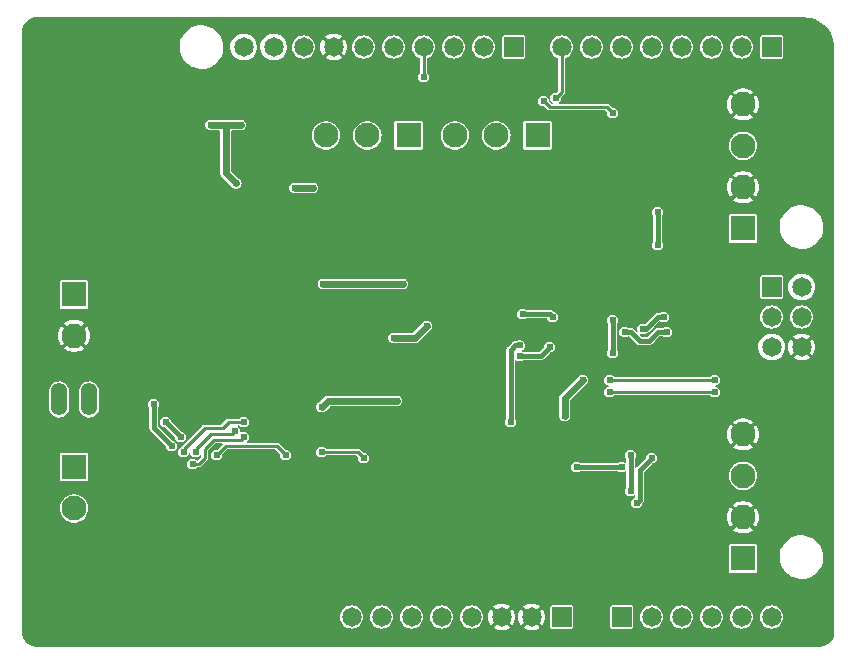
<source format=gbr>
%TF.GenerationSoftware,KiCad,Pcbnew,7.0.7*%
%TF.CreationDate,2023-10-02T21:57:18-04:00*%
%TF.ProjectId,vehicle_controL_module_0.1.0,76656869-636c-4655-9f63-6f6e74726f4c,rev?*%
%TF.SameCoordinates,Original*%
%TF.FileFunction,Copper,L2,Bot*%
%TF.FilePolarity,Positive*%
%FSLAX46Y46*%
G04 Gerber Fmt 4.6, Leading zero omitted, Abs format (unit mm)*
G04 Created by KiCad (PCBNEW 7.0.7) date 2023-10-02 21:57:18*
%MOMM*%
%LPD*%
G01*
G04 APERTURE LIST*
%TA.AperFunction,ComponentPad*%
%ADD10C,2.100000*%
%TD*%
%TA.AperFunction,ComponentPad*%
%ADD11R,2.100000X2.100000*%
%TD*%
%TA.AperFunction,ComponentPad*%
%ADD12O,1.371600X2.743200*%
%TD*%
%TA.AperFunction,ComponentPad*%
%ADD13C,1.651000*%
%TD*%
%TA.AperFunction,ComponentPad*%
%ADD14R,1.651000X1.651000*%
%TD*%
%TA.AperFunction,ViaPad*%
%ADD15C,0.609600*%
%TD*%
%TA.AperFunction,ViaPad*%
%ADD16C,0.685800*%
%TD*%
%TA.AperFunction,ViaPad*%
%ADD17C,0.904800*%
%TD*%
%TA.AperFunction,Conductor*%
%ADD18C,0.254000*%
%TD*%
%TA.AperFunction,Conductor*%
%ADD19C,0.406400*%
%TD*%
%TA.AperFunction,Conductor*%
%ADD20C,0.609600*%
%TD*%
G04 APERTURE END LIST*
D10*
%TO.P,CON1,P$2*%
%TO.N,GND*%
X118598750Y-105258950D03*
D11*
%TO.P,CON1,P$1*%
%TO.N,V+*%
X118598750Y-101758950D03*
%TD*%
D10*
%TO.P,CON2,P$2*%
%TO.N,CANL*%
X118598750Y-119863950D03*
D11*
%TO.P,CON2,P$1*%
%TO.N,CANH*%
X118598750Y-116363950D03*
%TD*%
D10*
%TO.P,CON4,P$4*%
%TO.N,GND*%
X175240750Y-85670950D03*
%TO.P,CON4,P$3*%
%TO.N,SIGNAL_OUTPUT_B*%
X175240750Y-89170950D03*
%TO.P,CON4,P$2*%
%TO.N,GND*%
X175240750Y-92670950D03*
D11*
%TO.P,CON4,P$1*%
%TO.N,SIGNAL_OUTPUT_A*%
X175240750Y-96170950D03*
%TD*%
D10*
%TO.P,CON3,P$4*%
%TO.N,GND*%
X175240750Y-113610950D03*
%TO.P,CON3,P$3*%
%TO.N,SIGNAL_INPUT_B*%
X175240750Y-117110950D03*
%TO.P,CON3,P$2*%
%TO.N,GND*%
X175240750Y-120610950D03*
D11*
%TO.P,CON3,P$1*%
%TO.N,SIGNAL_INPUT_A*%
X175240750Y-124110950D03*
%TD*%
D12*
%TO.P,JP6,2*%
%TO.N,N$2*%
X119868750Y-110648950D03*
%TO.P,JP6,1*%
%TO.N,CANH*%
X117328750Y-110648950D03*
%TD*%
D13*
%TO.P,JP1,18*%
%TO.N,N/C*%
X132949750Y-80803950D03*
%TO.P,JP1,17*%
X135489750Y-80803950D03*
%TO.P,JP1,16*%
%TO.N,REF*%
X138029750Y-80803950D03*
%TO.P,JP1,15*%
%TO.N,GND*%
X140569750Y-80803950D03*
%TO.P,JP1,14*%
%TO.N,SCK_B*%
X143109750Y-80803950D03*
%TO.P,JP1,13*%
%TO.N,MISO_B*%
X145649750Y-80803950D03*
%TO.P,JP1,12*%
%TO.N,MOSI_B*%
X148189750Y-80803950D03*
%TO.P,JP1,11*%
%TO.N,CS_B*%
X150729750Y-80803950D03*
%TO.P,JP1,10*%
%TO.N,CS_A*%
X153269750Y-80803950D03*
D14*
%TO.P,JP1,9*%
%TO.N,IO8*%
X155809750Y-80803950D03*
%TD*%
D13*
%TO.P,JP2,8*%
%TO.N,INT*%
X159873750Y-80803950D03*
%TO.P,JP2,7*%
%TO.N,SPOOF_EN*%
X162413750Y-80803950D03*
%TO.P,JP2,6*%
%TO.N,RELAY_EN*%
X164953750Y-80803950D03*
%TO.P,JP2,5*%
%TO.N,IO4*%
X167493750Y-80803950D03*
%TO.P,JP2,4*%
%TO.N,IO3*%
X170033750Y-80803950D03*
%TO.P,JP2,3*%
%TO.N,IO2*%
X172573750Y-80803950D03*
%TO.P,JP2,2*%
%TO.N,IO1*%
X175113750Y-80803950D03*
D14*
%TO.P,JP2,1*%
%TO.N,IO0*%
X177653750Y-80803950D03*
%TD*%
D13*
%TO.P,JP3,38*%
%TO.N,N/C*%
X180193750Y-101123950D03*
%TO.P,JP3,37*%
%TO.N,MOSI_A*%
X180193750Y-103663950D03*
%TO.P,JP3,36*%
%TO.N,GND*%
X180193750Y-106203950D03*
%TO.P,JP3,35*%
%TO.N,N/C*%
X177653750Y-106203950D03*
%TO.P,JP3,34*%
%TO.N,SCK_A*%
X177653750Y-103663950D03*
D14*
%TO.P,JP3,33*%
%TO.N,MISO_A*%
X177653750Y-101123950D03*
%TD*%
D13*
%TO.P,JP4,32*%
%TO.N,ADC5*%
X177653750Y-129063950D03*
%TO.P,JP4,31*%
%TO.N,ADC4*%
X175113750Y-129063950D03*
%TO.P,JP4,30*%
%TO.N,ADC3*%
X172573750Y-129063950D03*
%TO.P,JP4,29*%
%TO.N,ADC2*%
X170033750Y-129063950D03*
%TO.P,JP4,28*%
%TO.N,ADC1*%
X167493750Y-129063950D03*
D14*
%TO.P,JP4,27*%
%TO.N,ADC0*%
X164953750Y-129063950D03*
%TD*%
%TO.P,JP5,26*%
%TO.N,VIN*%
X159873750Y-129063950D03*
D13*
%TO.P,JP5,25*%
%TO.N,GND*%
X157333750Y-129063950D03*
%TO.P,JP5,24*%
X154793750Y-129063950D03*
%TO.P,JP5,23*%
%TO.N,+5V*%
X152253750Y-129063950D03*
%TO.P,JP5,22*%
%TO.N,+3V3*%
X149713750Y-129063950D03*
%TO.P,JP5,21*%
%TO.N,RST*%
X147173750Y-129063950D03*
%TO.P,JP5,20*%
%TO.N,ADC7*%
X144633750Y-129063950D03*
%TO.P,JP5,19*%
%TO.N,ADC6*%
X142093750Y-129063950D03*
%TD*%
D10*
%TO.P,CON9,P$3*%
%TO.N,RELAY_NC_A*%
X150841750Y-88296950D03*
%TO.P,CON9,P$2*%
%TO.N,RELAY_COM_A*%
X154341750Y-88296950D03*
D11*
%TO.P,CON9,P$1*%
%TO.N,RELAY_NO_A*%
X157841750Y-88296950D03*
%TD*%
D10*
%TO.P,CON10,P$3*%
%TO.N,RELAY_NC_B*%
X139919750Y-88296950D03*
%TO.P,CON10,P$2*%
%TO.N,RELAY_COM_B*%
X143419750Y-88296950D03*
D11*
%TO.P,CON10,P$1*%
%TO.N,RELAY_NO_B*%
X146919750Y-88296950D03*
%TD*%
D15*
%TO.N,RELAY_EN*%
X164191750Y-86391950D03*
X158349750Y-85375950D03*
%TO.N,INT*%
X143109750Y-115601950D03*
X139553750Y-115093950D03*
X136505750Y-115347950D03*
X130663750Y-115347950D03*
X159365750Y-85121950D03*
%TO.N,N$9*%
X126345750Y-112553950D03*
X127615750Y-113823950D03*
%TO.N,+3V3*%
X155555750Y-112553950D03*
X156317750Y-106076950D03*
%TO.N,SIGNAL_INPUT_B*%
X164191750Y-103917950D03*
X164191750Y-106711950D03*
X164953750Y-116363950D03*
X161143750Y-116363950D03*
%TO.N,SPOOF_SIGNAL_A*%
X165715750Y-118395950D03*
X165715750Y-115347950D03*
X168763750Y-104933950D03*
X165207750Y-104933950D03*
X159111750Y-103663950D03*
X156571750Y-103409950D03*
%TO.N,SPOOF_SIGNAL_B*%
X167493750Y-115601950D03*
X166223750Y-119411950D03*
X168509750Y-103663950D03*
X166731750Y-104679950D03*
X158857750Y-106203950D03*
X156317750Y-106965950D03*
%TO.N,SIGNAL_OUTPUT_B*%
X168001750Y-94773950D03*
X168001750Y-97567950D03*
%TO.N,+5V*%
X161651750Y-108997950D03*
X160127750Y-112045950D03*
X132314750Y-92360950D03*
X137267750Y-92741950D03*
X138791750Y-92741950D03*
X132695750Y-87407950D03*
X131425750Y-87407950D03*
X130155750Y-87407950D03*
X139680750Y-100869950D03*
X146411750Y-100869950D03*
X148443750Y-104425950D03*
X145649750Y-105441950D03*
X139553750Y-111283950D03*
X145903750Y-110775950D03*
X132949750Y-112553950D03*
X127869750Y-115093950D03*
%TO.N,SCK_A*%
X163937750Y-108997950D03*
X172827750Y-108997950D03*
%TO.N,MOSI_B*%
X148189750Y-83343950D03*
%TO.N,MOSI_A*%
X163937750Y-110013950D03*
X172827750Y-110013950D03*
%TO.N,CANL*%
X125329750Y-111029950D03*
X126853750Y-114585950D03*
%TO.N,RX_CAN*%
X132187750Y-113315950D03*
X128885750Y-115093950D03*
%TO.N,TX_CAN*%
X132949750Y-113823950D03*
X128631750Y-116109950D03*
%TO.N,GND*%
X158349750Y-113315950D03*
X132949750Y-96805950D03*
X154031750Y-109505950D03*
X155301750Y-117633950D03*
X156063750Y-118395950D03*
X162159750Y-97821950D03*
X164953750Y-91979950D03*
X164953750Y-93503950D03*
X138283750Y-112807950D03*
X162667750Y-124999950D03*
D16*
X161397750Y-124999950D03*
X137267750Y-120173950D03*
D17*
X115677750Y-96551950D03*
X125837750Y-85756950D03*
X125837750Y-87026950D03*
X125837750Y-88296950D03*
X125837750Y-89566950D03*
X125837750Y-90836950D03*
X125837750Y-92106950D03*
X125837750Y-93376950D03*
X125837750Y-94646950D03*
X125837750Y-95916950D03*
X115677750Y-86391950D03*
X115677750Y-87661950D03*
X115677750Y-88931950D03*
X115677750Y-90201950D03*
X115677750Y-91471950D03*
X115677750Y-92741950D03*
X115677750Y-94011950D03*
X115677750Y-95281950D03*
D16*
X150094750Y-101250950D03*
X148951750Y-102520950D03*
X151364750Y-105695950D03*
X139807750Y-122078950D03*
X158730750Y-124872950D03*
X160000750Y-124872950D03*
X121773750Y-123348950D03*
X121773750Y-111918950D03*
%TD*%
D18*
%TO.N,RELAY_EN*%
X163683750Y-85883950D02*
X164191750Y-86391950D01*
X158857750Y-85883950D02*
X163683750Y-85883950D01*
X158349750Y-85375950D02*
X158857750Y-85883950D01*
%TO.N,INT*%
X159873750Y-84613950D02*
X159365750Y-85121950D01*
X159873750Y-80803950D02*
X159873750Y-84613950D01*
X139553750Y-115093950D02*
X142601750Y-115093950D01*
X142601750Y-115093950D02*
X143109750Y-115601950D01*
X135743750Y-114585950D02*
X136505750Y-115347950D01*
X131425750Y-114585950D02*
X135743750Y-114585950D01*
X130663750Y-115347950D02*
X131425750Y-114585950D01*
D19*
%TO.N,N$9*%
X127615750Y-113823950D02*
X126345750Y-112553950D01*
%TO.N,+3V3*%
X155555750Y-112553950D02*
X155555750Y-106457950D01*
X155555750Y-106457950D02*
X155936750Y-106076950D01*
X156317750Y-106076950D02*
X155936750Y-106076950D01*
%TO.N,SIGNAL_INPUT_B*%
X164191750Y-106711950D02*
X164191750Y-103917950D01*
X161143750Y-116363950D02*
X164953750Y-116363950D01*
%TO.N,SPOOF_SIGNAL_A*%
X165715750Y-115347950D02*
X165715750Y-118395950D01*
X165715750Y-104933950D02*
X166477750Y-105695950D01*
X168001750Y-104933950D02*
X168763750Y-104933950D01*
X167239750Y-105695950D02*
X168001750Y-104933950D01*
X166477750Y-105695950D02*
X167239750Y-105695950D01*
X165207750Y-104933950D02*
X165715750Y-104933950D01*
X158857750Y-103409950D02*
X159111750Y-103663950D01*
X156571750Y-103409950D02*
X158857750Y-103409950D01*
%TO.N,SPOOF_SIGNAL_B*%
X166477750Y-116617950D02*
X167493750Y-115601950D01*
X166477750Y-119157950D02*
X166477750Y-116617950D01*
X166223750Y-119411950D02*
X166477750Y-119157950D01*
X168001750Y-103663950D02*
X168509750Y-103663950D01*
X166985750Y-104679950D02*
X168001750Y-103663950D01*
X166731750Y-104679950D02*
X166985750Y-104679950D01*
X158095750Y-106965950D02*
X158857750Y-106203950D01*
X156317750Y-106965950D02*
X158095750Y-106965950D01*
%TO.N,SIGNAL_OUTPUT_B*%
X168001750Y-97567950D02*
X168001750Y-94773950D01*
D20*
%TO.N,+5V*%
X160127750Y-110521950D02*
X161651750Y-108997950D01*
X160127750Y-112045950D02*
X160127750Y-110521950D01*
X131425750Y-91471950D02*
X132314750Y-92360950D01*
X131425750Y-87407950D02*
X131425750Y-91471950D01*
X131425750Y-87407950D02*
X132695750Y-87407950D01*
X130155750Y-87407950D02*
X131425750Y-87407950D01*
X138791750Y-92741950D02*
X137267750Y-92741950D01*
X146411750Y-100869950D02*
X139680750Y-100869950D01*
X147427750Y-105441950D02*
X148443750Y-104425950D01*
X145649750Y-105441950D02*
X147427750Y-105441950D01*
X140061750Y-110775950D02*
X139553750Y-111283950D01*
X145903750Y-110775950D02*
X140061750Y-110775950D01*
D18*
X127869750Y-114839950D02*
X129647750Y-113061950D01*
X131679750Y-112553950D02*
X132949750Y-112553950D01*
X131171750Y-113061950D02*
X131679750Y-112553950D01*
X129647750Y-113061950D02*
X131171750Y-113061950D01*
X127869750Y-115093950D02*
X127869750Y-114839950D01*
%TO.N,SCK_A*%
X172827750Y-108997950D02*
X163937750Y-108997950D01*
%TO.N,MOSI_B*%
X148189750Y-80803950D02*
X148189750Y-83343950D01*
%TO.N,MOSI_A*%
X172827750Y-110013950D02*
X163937750Y-110013950D01*
D19*
%TO.N,CANL*%
X125329750Y-113061950D02*
X125329750Y-111029950D01*
X126853750Y-114585950D02*
X125329750Y-113061950D01*
D18*
%TO.N,RX_CAN*%
X128885750Y-114839950D02*
X130155750Y-113569950D01*
X131933750Y-113569950D02*
X132187750Y-113315950D01*
X130155750Y-113569950D02*
X131933750Y-113569950D01*
X128885750Y-115093950D02*
X128885750Y-114839950D01*
%TO.N,TX_CAN*%
X132695750Y-114077950D02*
X132949750Y-113823950D01*
X130409750Y-114077950D02*
X132695750Y-114077950D01*
X129647750Y-114839950D02*
X130409750Y-114077950D01*
X129647750Y-115601950D02*
X129647750Y-114839950D01*
X129139750Y-116109950D02*
X129647750Y-115601950D01*
X128631750Y-116109950D02*
X129139750Y-116109950D01*
%TD*%
%TA.AperFunction,Conductor*%
%TO.N,GND*%
G36*
X180448690Y-78289507D02*
G01*
X180471520Y-78290888D01*
X180748961Y-78307675D01*
X180752680Y-78308126D01*
X181047646Y-78362185D01*
X181051305Y-78363087D01*
X181227855Y-78418104D01*
X181337590Y-78452301D01*
X181341121Y-78453640D01*
X181614564Y-78576710D01*
X181617902Y-78578461D01*
X181742759Y-78653941D01*
X181874516Y-78733592D01*
X181877625Y-78735738D01*
X182113670Y-78920669D01*
X182116488Y-78923165D01*
X182328533Y-79135210D01*
X182331030Y-79138029D01*
X182515961Y-79374074D01*
X182518107Y-79377183D01*
X182673234Y-79633790D01*
X182674989Y-79637135D01*
X182798059Y-79910578D01*
X182799398Y-79914109D01*
X182888611Y-80200391D01*
X182889515Y-80204059D01*
X182943570Y-80499001D01*
X182944025Y-80502750D01*
X182962193Y-80803007D01*
X182962250Y-80804895D01*
X182962250Y-130325671D01*
X182962249Y-130332725D01*
X182962153Y-130335171D01*
X182947320Y-130523737D01*
X182945785Y-130533425D01*
X182902499Y-130713743D01*
X182899469Y-130723070D01*
X182828504Y-130894405D01*
X182824051Y-130903145D01*
X182727157Y-131061265D01*
X182721393Y-131069199D01*
X182600954Y-131210218D01*
X182594018Y-131217154D01*
X182452999Y-131337593D01*
X182445065Y-131343357D01*
X182286945Y-131440251D01*
X182278205Y-131444704D01*
X182106870Y-131515669D01*
X182097543Y-131518699D01*
X181917225Y-131561985D01*
X181907538Y-131563519D01*
X181718970Y-131578354D01*
X181716518Y-131578450D01*
X115424982Y-131578450D01*
X115422530Y-131578354D01*
X115233961Y-131563520D01*
X115224274Y-131561985D01*
X115043956Y-131518699D01*
X115034629Y-131515669D01*
X114863294Y-131444704D01*
X114854554Y-131440251D01*
X114696434Y-131343357D01*
X114688500Y-131337593D01*
X114625367Y-131283674D01*
X114547475Y-131217148D01*
X114540551Y-131210224D01*
X114420106Y-131069199D01*
X114414342Y-131061265D01*
X114317448Y-130903145D01*
X114312995Y-130894405D01*
X114242030Y-130723070D01*
X114239000Y-130713743D01*
X114220654Y-130637317D01*
X114195712Y-130533417D01*
X114194180Y-130523744D01*
X114179346Y-130335168D01*
X114179250Y-130332717D01*
X114179250Y-129063950D01*
X141110616Y-129063950D01*
X141129506Y-129255748D01*
X141154609Y-129338502D01*
X141185225Y-129439428D01*
X141185455Y-129440184D01*
X141276300Y-129610144D01*
X141276304Y-129610150D01*
X141398569Y-129759131D01*
X141547550Y-129881396D01*
X141547552Y-129881397D01*
X141547555Y-129881399D01*
X141711764Y-129969170D01*
X141717521Y-129972247D01*
X141901950Y-130028193D01*
X141955609Y-130033478D01*
X142093749Y-130047084D01*
X142093749Y-130047083D01*
X142093750Y-130047084D01*
X142285550Y-130028193D01*
X142469979Y-129972247D01*
X142639950Y-129881396D01*
X142788931Y-129759131D01*
X142911196Y-129610150D01*
X143002047Y-129440179D01*
X143057993Y-129255750D01*
X143076884Y-129063950D01*
X143650616Y-129063950D01*
X143669506Y-129255748D01*
X143694609Y-129338502D01*
X143725225Y-129439428D01*
X143725455Y-129440184D01*
X143816300Y-129610144D01*
X143816304Y-129610150D01*
X143938569Y-129759131D01*
X144087550Y-129881396D01*
X144087552Y-129881397D01*
X144087555Y-129881399D01*
X144251764Y-129969170D01*
X144257521Y-129972247D01*
X144441950Y-130028193D01*
X144633750Y-130047084D01*
X144825550Y-130028193D01*
X145009979Y-129972247D01*
X145179950Y-129881396D01*
X145328931Y-129759131D01*
X145451196Y-129610150D01*
X145542047Y-129440179D01*
X145597993Y-129255750D01*
X145616884Y-129063950D01*
X146190616Y-129063950D01*
X146209506Y-129255748D01*
X146234609Y-129338502D01*
X146265225Y-129439428D01*
X146265455Y-129440184D01*
X146356300Y-129610144D01*
X146356304Y-129610150D01*
X146478569Y-129759131D01*
X146627550Y-129881396D01*
X146627552Y-129881397D01*
X146627555Y-129881399D01*
X146791764Y-129969170D01*
X146797521Y-129972247D01*
X146981950Y-130028193D01*
X147173750Y-130047084D01*
X147365550Y-130028193D01*
X147549979Y-129972247D01*
X147719950Y-129881396D01*
X147868931Y-129759131D01*
X147991196Y-129610150D01*
X148082047Y-129440179D01*
X148137993Y-129255750D01*
X148156884Y-129063950D01*
X148730616Y-129063950D01*
X148749506Y-129255748D01*
X148774609Y-129338502D01*
X148805225Y-129439428D01*
X148805455Y-129440184D01*
X148896300Y-129610144D01*
X148896304Y-129610150D01*
X149018569Y-129759131D01*
X149167550Y-129881396D01*
X149167552Y-129881397D01*
X149167555Y-129881399D01*
X149331764Y-129969170D01*
X149337521Y-129972247D01*
X149521950Y-130028193D01*
X149575609Y-130033478D01*
X149713749Y-130047084D01*
X149713749Y-130047083D01*
X149713750Y-130047084D01*
X149905550Y-130028193D01*
X150089979Y-129972247D01*
X150259950Y-129881396D01*
X150408931Y-129759131D01*
X150531196Y-129610150D01*
X150622047Y-129440179D01*
X150677993Y-129255750D01*
X150696884Y-129063950D01*
X151270616Y-129063950D01*
X151289506Y-129255748D01*
X151314609Y-129338502D01*
X151345225Y-129439428D01*
X151345455Y-129440184D01*
X151436300Y-129610144D01*
X151436304Y-129610150D01*
X151558569Y-129759131D01*
X151707550Y-129881396D01*
X151707552Y-129881397D01*
X151707555Y-129881399D01*
X151871764Y-129969170D01*
X151877521Y-129972247D01*
X152061950Y-130028193D01*
X152115609Y-130033478D01*
X152253749Y-130047084D01*
X152253749Y-130047083D01*
X152253750Y-130047084D01*
X152445550Y-130028193D01*
X152629979Y-129972247D01*
X152799950Y-129881396D01*
X152948931Y-129759131D01*
X153071196Y-129610150D01*
X153162047Y-129440179D01*
X153217993Y-129255750D01*
X153236884Y-129063954D01*
X153659411Y-129063954D01*
X153678723Y-129272376D01*
X153678725Y-129272388D01*
X153736010Y-129473721D01*
X153829316Y-129661102D01*
X153894852Y-129747885D01*
X154332627Y-129310110D01*
X154376821Y-129291804D01*
X154421015Y-129310110D01*
X154425685Y-129315335D01*
X154432283Y-129323608D01*
X154487998Y-129393472D01*
X154487999Y-129393473D01*
X154488001Y-129393475D01*
X154539352Y-129428485D01*
X154565555Y-129468505D01*
X154555785Y-129515332D01*
X154548339Y-129524319D01*
X154106668Y-129965991D01*
X154110153Y-129969168D01*
X154110158Y-129969172D01*
X154288133Y-130079369D01*
X154483326Y-130154986D01*
X154689081Y-130193449D01*
X154689089Y-130193450D01*
X154898411Y-130193450D01*
X154898418Y-130193449D01*
X155104173Y-130154986D01*
X155299366Y-130079369D01*
X155477343Y-129969170D01*
X155480830Y-129965991D01*
X155042655Y-129527816D01*
X155024349Y-129483622D01*
X155042655Y-129439428D01*
X155044339Y-129437806D01*
X155046971Y-129435362D01*
X155046974Y-129435362D01*
X155145200Y-129344222D01*
X155157102Y-129323606D01*
X155195049Y-129294486D01*
X155242476Y-129300728D01*
X155255422Y-129310662D01*
X155692646Y-129747885D01*
X155758185Y-129661100D01*
X155851489Y-129473721D01*
X155908774Y-129272388D01*
X155908776Y-129272376D01*
X155928089Y-129063954D01*
X156199411Y-129063954D01*
X156218723Y-129272376D01*
X156218725Y-129272388D01*
X156276010Y-129473721D01*
X156369316Y-129661102D01*
X156434852Y-129747885D01*
X156872627Y-129310110D01*
X156916821Y-129291804D01*
X156961015Y-129310110D01*
X156965685Y-129315335D01*
X156972283Y-129323608D01*
X157027998Y-129393472D01*
X157027999Y-129393473D01*
X157028001Y-129393475D01*
X157079352Y-129428485D01*
X157105555Y-129468505D01*
X157095785Y-129515332D01*
X157088339Y-129524319D01*
X156646668Y-129965991D01*
X156650153Y-129969168D01*
X156650158Y-129969172D01*
X156828133Y-130079369D01*
X157023326Y-130154986D01*
X157229081Y-130193449D01*
X157229089Y-130193450D01*
X157438411Y-130193450D01*
X157438418Y-130193449D01*
X157644173Y-130154986D01*
X157839366Y-130079369D01*
X158017343Y-129969170D01*
X158020830Y-129965991D01*
X157959343Y-129904504D01*
X158895350Y-129904504D01*
X158895351Y-129904508D01*
X158904221Y-129949106D01*
X158904222Y-129949108D01*
X158938016Y-129999684D01*
X158988592Y-130033478D01*
X159033193Y-130042350D01*
X160714306Y-130042349D01*
X160758908Y-130033478D01*
X160809484Y-129999684D01*
X160843278Y-129949108D01*
X160852150Y-129904507D01*
X160852150Y-129904504D01*
X163975350Y-129904504D01*
X163975351Y-129904508D01*
X163984221Y-129949106D01*
X163984222Y-129949108D01*
X164018016Y-129999684D01*
X164068592Y-130033478D01*
X164113193Y-130042350D01*
X165794306Y-130042349D01*
X165838908Y-130033478D01*
X165889484Y-129999684D01*
X165923278Y-129949108D01*
X165932150Y-129904507D01*
X165932149Y-129063950D01*
X166510616Y-129063950D01*
X166529506Y-129255748D01*
X166554609Y-129338502D01*
X166585225Y-129439428D01*
X166585455Y-129440184D01*
X166676300Y-129610144D01*
X166676304Y-129610150D01*
X166798569Y-129759131D01*
X166947550Y-129881396D01*
X166947552Y-129881397D01*
X166947555Y-129881399D01*
X167111764Y-129969170D01*
X167117521Y-129972247D01*
X167301950Y-130028193D01*
X167493750Y-130047084D01*
X167685550Y-130028193D01*
X167869979Y-129972247D01*
X168039950Y-129881396D01*
X168188931Y-129759131D01*
X168311196Y-129610150D01*
X168402047Y-129440179D01*
X168457993Y-129255750D01*
X168476884Y-129063950D01*
X169050616Y-129063950D01*
X169069506Y-129255748D01*
X169094609Y-129338502D01*
X169125225Y-129439428D01*
X169125455Y-129440184D01*
X169216300Y-129610144D01*
X169216304Y-129610150D01*
X169338569Y-129759131D01*
X169487550Y-129881396D01*
X169487552Y-129881397D01*
X169487555Y-129881399D01*
X169651764Y-129969170D01*
X169657521Y-129972247D01*
X169841950Y-130028193D01*
X169895609Y-130033478D01*
X170033749Y-130047084D01*
X170033749Y-130047083D01*
X170033750Y-130047084D01*
X170225550Y-130028193D01*
X170409979Y-129972247D01*
X170579950Y-129881396D01*
X170728931Y-129759131D01*
X170851196Y-129610150D01*
X170942047Y-129440179D01*
X170997993Y-129255750D01*
X171016884Y-129063950D01*
X171590616Y-129063950D01*
X171609506Y-129255748D01*
X171634609Y-129338502D01*
X171665225Y-129439428D01*
X171665455Y-129440184D01*
X171756300Y-129610144D01*
X171756304Y-129610150D01*
X171878569Y-129759131D01*
X172027550Y-129881396D01*
X172027552Y-129881397D01*
X172027555Y-129881399D01*
X172191764Y-129969170D01*
X172197521Y-129972247D01*
X172381950Y-130028193D01*
X172435609Y-130033478D01*
X172573749Y-130047084D01*
X172573749Y-130047083D01*
X172573750Y-130047084D01*
X172765550Y-130028193D01*
X172949979Y-129972247D01*
X173119950Y-129881396D01*
X173268931Y-129759131D01*
X173391196Y-129610150D01*
X173482047Y-129440179D01*
X173537993Y-129255750D01*
X173556884Y-129063950D01*
X174130616Y-129063950D01*
X174149506Y-129255748D01*
X174174609Y-129338502D01*
X174205225Y-129439428D01*
X174205455Y-129440184D01*
X174296300Y-129610144D01*
X174296304Y-129610150D01*
X174418569Y-129759131D01*
X174567550Y-129881396D01*
X174567552Y-129881397D01*
X174567555Y-129881399D01*
X174731764Y-129969170D01*
X174737521Y-129972247D01*
X174921950Y-130028193D01*
X175113750Y-130047084D01*
X175305550Y-130028193D01*
X175489979Y-129972247D01*
X175659950Y-129881396D01*
X175808931Y-129759131D01*
X175931196Y-129610150D01*
X176022047Y-129440179D01*
X176077993Y-129255750D01*
X176096884Y-129063950D01*
X176670616Y-129063950D01*
X176689506Y-129255748D01*
X176714609Y-129338502D01*
X176745225Y-129439428D01*
X176745455Y-129440184D01*
X176836300Y-129610144D01*
X176836304Y-129610150D01*
X176958569Y-129759131D01*
X177107550Y-129881396D01*
X177107552Y-129881397D01*
X177107555Y-129881399D01*
X177271764Y-129969170D01*
X177277521Y-129972247D01*
X177461950Y-130028193D01*
X177653750Y-130047084D01*
X177845550Y-130028193D01*
X178029979Y-129972247D01*
X178199950Y-129881396D01*
X178348931Y-129759131D01*
X178471196Y-129610150D01*
X178562047Y-129440179D01*
X178617993Y-129255750D01*
X178636884Y-129063950D01*
X178617993Y-128872150D01*
X178562047Y-128687721D01*
X178538826Y-128644277D01*
X178471199Y-128517755D01*
X178471195Y-128517749D01*
X178429380Y-128466797D01*
X178348931Y-128368769D01*
X178199950Y-128246504D01*
X178199944Y-128246500D01*
X178029984Y-128155655D01*
X178029981Y-128155654D01*
X178029979Y-128155653D01*
X177928302Y-128124809D01*
X177845548Y-128099706D01*
X177653750Y-128080816D01*
X177461951Y-128099706D01*
X177315370Y-128144171D01*
X177277521Y-128155653D01*
X177277520Y-128155653D01*
X177277515Y-128155655D01*
X177107555Y-128246500D01*
X177107549Y-128246504D01*
X176958569Y-128368769D01*
X176836304Y-128517749D01*
X176836300Y-128517755D01*
X176745455Y-128687715D01*
X176745453Y-128687720D01*
X176745453Y-128687721D01*
X176743992Y-128692538D01*
X176689506Y-128872151D01*
X176670616Y-129063949D01*
X176670616Y-129063950D01*
X176096884Y-129063950D01*
X176077993Y-128872150D01*
X176022047Y-128687721D01*
X175998826Y-128644277D01*
X175931199Y-128517755D01*
X175931195Y-128517749D01*
X175889380Y-128466797D01*
X175808931Y-128368769D01*
X175659950Y-128246504D01*
X175659944Y-128246500D01*
X175489984Y-128155655D01*
X175489981Y-128155654D01*
X175489979Y-128155653D01*
X175388302Y-128124809D01*
X175305548Y-128099706D01*
X175113750Y-128080816D01*
X174921951Y-128099706D01*
X174775370Y-128144171D01*
X174737521Y-128155653D01*
X174737520Y-128155653D01*
X174737515Y-128155655D01*
X174567555Y-128246500D01*
X174567549Y-128246504D01*
X174418569Y-128368769D01*
X174296304Y-128517749D01*
X174296300Y-128517755D01*
X174205455Y-128687715D01*
X174205453Y-128687720D01*
X174205453Y-128687721D01*
X174203992Y-128692538D01*
X174149506Y-128872151D01*
X174130616Y-129063949D01*
X174130616Y-129063950D01*
X173556884Y-129063950D01*
X173537993Y-128872150D01*
X173482047Y-128687721D01*
X173458826Y-128644277D01*
X173391199Y-128517755D01*
X173391195Y-128517749D01*
X173349380Y-128466797D01*
X173268931Y-128368769D01*
X173119950Y-128246504D01*
X173119944Y-128246500D01*
X172949984Y-128155655D01*
X172949981Y-128155654D01*
X172949979Y-128155653D01*
X172848302Y-128124809D01*
X172765548Y-128099706D01*
X172573750Y-128080816D01*
X172381951Y-128099706D01*
X172235370Y-128144171D01*
X172197521Y-128155653D01*
X172197520Y-128155653D01*
X172197515Y-128155655D01*
X172027555Y-128246500D01*
X172027549Y-128246504D01*
X171878569Y-128368769D01*
X171756304Y-128517749D01*
X171756300Y-128517755D01*
X171665455Y-128687715D01*
X171665453Y-128687720D01*
X171665453Y-128687721D01*
X171663992Y-128692538D01*
X171609506Y-128872151D01*
X171590616Y-129063949D01*
X171590616Y-129063950D01*
X171016884Y-129063950D01*
X170997993Y-128872150D01*
X170942047Y-128687721D01*
X170918826Y-128644277D01*
X170851199Y-128517755D01*
X170851195Y-128517749D01*
X170809380Y-128466797D01*
X170728931Y-128368769D01*
X170579950Y-128246504D01*
X170579944Y-128246500D01*
X170409984Y-128155655D01*
X170409981Y-128155654D01*
X170409979Y-128155653D01*
X170308302Y-128124809D01*
X170225548Y-128099706D01*
X170033750Y-128080816D01*
X169841951Y-128099706D01*
X169695370Y-128144171D01*
X169657521Y-128155653D01*
X169657520Y-128155653D01*
X169657515Y-128155655D01*
X169487555Y-128246500D01*
X169487549Y-128246504D01*
X169338569Y-128368769D01*
X169216304Y-128517749D01*
X169216300Y-128517755D01*
X169125455Y-128687715D01*
X169125453Y-128687720D01*
X169125453Y-128687721D01*
X169123992Y-128692538D01*
X169069506Y-128872151D01*
X169050616Y-129063949D01*
X169050616Y-129063950D01*
X168476884Y-129063950D01*
X168457993Y-128872150D01*
X168402047Y-128687721D01*
X168378826Y-128644277D01*
X168311199Y-128517755D01*
X168311195Y-128517749D01*
X168269380Y-128466797D01*
X168188931Y-128368769D01*
X168039950Y-128246504D01*
X168039944Y-128246500D01*
X167869984Y-128155655D01*
X167869981Y-128155654D01*
X167869979Y-128155653D01*
X167768302Y-128124809D01*
X167685548Y-128099706D01*
X167493750Y-128080816D01*
X167301951Y-128099706D01*
X167155370Y-128144171D01*
X167117521Y-128155653D01*
X167117520Y-128155653D01*
X167117515Y-128155655D01*
X166947555Y-128246500D01*
X166947549Y-128246504D01*
X166798569Y-128368769D01*
X166676304Y-128517749D01*
X166676300Y-128517755D01*
X166585455Y-128687715D01*
X166585453Y-128687720D01*
X166585453Y-128687721D01*
X166583992Y-128692538D01*
X166529506Y-128872151D01*
X166510616Y-129063949D01*
X166510616Y-129063950D01*
X165932149Y-129063950D01*
X165932149Y-128223394D01*
X165923278Y-128178792D01*
X165889484Y-128128216D01*
X165838908Y-128094422D01*
X165838907Y-128094421D01*
X165803178Y-128087314D01*
X165794307Y-128085550D01*
X165794306Y-128085550D01*
X164113195Y-128085550D01*
X164113191Y-128085551D01*
X164068593Y-128094421D01*
X164068592Y-128094422D01*
X164018016Y-128128216D01*
X163984221Y-128178792D01*
X163975350Y-128223393D01*
X163975350Y-129904504D01*
X160852150Y-129904504D01*
X160852149Y-128223394D01*
X160843278Y-128178792D01*
X160809484Y-128128216D01*
X160758908Y-128094422D01*
X160758907Y-128094421D01*
X160723178Y-128087314D01*
X160714307Y-128085550D01*
X160714306Y-128085550D01*
X159033195Y-128085550D01*
X159033191Y-128085551D01*
X158988593Y-128094421D01*
X158988592Y-128094422D01*
X158938016Y-128128216D01*
X158904221Y-128178792D01*
X158895350Y-128223393D01*
X158895350Y-129904504D01*
X157959343Y-129904504D01*
X157582655Y-129527816D01*
X157564349Y-129483622D01*
X157582655Y-129439428D01*
X157584339Y-129437806D01*
X157586971Y-129435362D01*
X157586974Y-129435362D01*
X157685200Y-129344222D01*
X157697102Y-129323606D01*
X157735049Y-129294486D01*
X157782476Y-129300728D01*
X157795422Y-129310662D01*
X158232646Y-129747886D01*
X158232646Y-129747885D01*
X158298185Y-129661100D01*
X158391489Y-129473721D01*
X158448774Y-129272388D01*
X158448776Y-129272376D01*
X158468089Y-129063954D01*
X158468089Y-129063945D01*
X158448776Y-128855523D01*
X158448774Y-128855511D01*
X158391489Y-128654178D01*
X158298183Y-128466797D01*
X158232646Y-128380013D01*
X158232646Y-128380012D01*
X157794871Y-128817788D01*
X157750677Y-128836094D01*
X157706483Y-128817788D01*
X157701813Y-128812562D01*
X157639504Y-128734430D01*
X157639502Y-128734429D01*
X157639502Y-128734428D01*
X157616996Y-128719083D01*
X157588145Y-128699413D01*
X157561943Y-128659392D01*
X157571713Y-128612565D01*
X157579159Y-128603579D01*
X158020829Y-128161908D01*
X158017345Y-128158731D01*
X158017340Y-128158727D01*
X157839366Y-128048530D01*
X157644173Y-127972913D01*
X157438418Y-127934450D01*
X157229081Y-127934450D01*
X157023326Y-127972913D01*
X156828130Y-128048531D01*
X156828128Y-128048532D01*
X156650162Y-128158725D01*
X156650154Y-128158731D01*
X156646669Y-128161907D01*
X157084844Y-128600083D01*
X157103150Y-128644277D01*
X157084844Y-128688471D01*
X157083161Y-128690093D01*
X156982297Y-128783680D01*
X156970397Y-128804293D01*
X156932447Y-128833413D01*
X156885021Y-128827169D01*
X156872077Y-128817237D01*
X156434852Y-128380013D01*
X156369316Y-128466797D01*
X156276010Y-128654178D01*
X156218725Y-128855511D01*
X156218723Y-128855523D01*
X156199411Y-129063945D01*
X156199411Y-129063954D01*
X155928089Y-129063954D01*
X155928089Y-129063945D01*
X155908776Y-128855523D01*
X155908774Y-128855511D01*
X155851489Y-128654178D01*
X155758183Y-128466797D01*
X155692646Y-128380013D01*
X155692646Y-128380012D01*
X155254871Y-128817788D01*
X155210677Y-128836094D01*
X155166483Y-128817788D01*
X155161813Y-128812562D01*
X155099504Y-128734430D01*
X155099502Y-128734429D01*
X155099502Y-128734428D01*
X155076996Y-128719083D01*
X155048145Y-128699413D01*
X155021943Y-128659392D01*
X155031713Y-128612565D01*
X155039159Y-128603579D01*
X155480829Y-128161908D01*
X155477345Y-128158731D01*
X155477340Y-128158727D01*
X155299366Y-128048530D01*
X155104173Y-127972913D01*
X154898418Y-127934450D01*
X154689081Y-127934450D01*
X154483326Y-127972913D01*
X154288130Y-128048531D01*
X154288128Y-128048532D01*
X154110162Y-128158725D01*
X154110154Y-128158731D01*
X154106669Y-128161907D01*
X154544844Y-128600083D01*
X154563150Y-128644277D01*
X154544844Y-128688471D01*
X154543161Y-128690093D01*
X154442297Y-128783680D01*
X154430397Y-128804293D01*
X154392447Y-128833413D01*
X154345021Y-128827169D01*
X154332077Y-128817237D01*
X153894852Y-128380013D01*
X153829316Y-128466797D01*
X153736010Y-128654178D01*
X153678725Y-128855511D01*
X153678723Y-128855523D01*
X153659411Y-129063945D01*
X153659411Y-129063954D01*
X153236884Y-129063954D01*
X153236884Y-129063950D01*
X153217993Y-128872150D01*
X153162047Y-128687721D01*
X153138826Y-128644277D01*
X153071199Y-128517755D01*
X153071195Y-128517749D01*
X153029380Y-128466797D01*
X152948931Y-128368769D01*
X152799950Y-128246504D01*
X152799944Y-128246500D01*
X152629984Y-128155655D01*
X152629981Y-128155654D01*
X152629979Y-128155653D01*
X152528302Y-128124809D01*
X152445548Y-128099706D01*
X152253750Y-128080816D01*
X152061951Y-128099706D01*
X151915370Y-128144171D01*
X151877521Y-128155653D01*
X151877520Y-128155653D01*
X151877515Y-128155655D01*
X151707555Y-128246500D01*
X151707549Y-128246504D01*
X151558569Y-128368769D01*
X151436304Y-128517749D01*
X151436300Y-128517755D01*
X151345455Y-128687715D01*
X151345453Y-128687720D01*
X151345453Y-128687721D01*
X151343992Y-128692538D01*
X151289506Y-128872151D01*
X151270616Y-129063949D01*
X151270616Y-129063950D01*
X150696884Y-129063950D01*
X150677993Y-128872150D01*
X150622047Y-128687721D01*
X150598826Y-128644277D01*
X150531199Y-128517755D01*
X150531195Y-128517749D01*
X150489380Y-128466797D01*
X150408931Y-128368769D01*
X150259950Y-128246504D01*
X150259944Y-128246500D01*
X150089984Y-128155655D01*
X150089981Y-128155654D01*
X150089979Y-128155653D01*
X149988302Y-128124809D01*
X149905548Y-128099706D01*
X149713750Y-128080816D01*
X149521951Y-128099706D01*
X149375370Y-128144171D01*
X149337521Y-128155653D01*
X149337520Y-128155653D01*
X149337515Y-128155655D01*
X149167555Y-128246500D01*
X149167549Y-128246504D01*
X149018569Y-128368769D01*
X148896304Y-128517749D01*
X148896300Y-128517755D01*
X148805455Y-128687715D01*
X148805453Y-128687720D01*
X148805453Y-128687721D01*
X148803992Y-128692538D01*
X148749506Y-128872151D01*
X148730616Y-129063949D01*
X148730616Y-129063950D01*
X148156884Y-129063950D01*
X148137993Y-128872150D01*
X148082047Y-128687721D01*
X148058826Y-128644277D01*
X147991199Y-128517755D01*
X147991195Y-128517749D01*
X147949380Y-128466797D01*
X147868931Y-128368769D01*
X147719950Y-128246504D01*
X147719944Y-128246500D01*
X147549984Y-128155655D01*
X147549981Y-128155654D01*
X147549979Y-128155653D01*
X147448302Y-128124809D01*
X147365548Y-128099706D01*
X147173750Y-128080816D01*
X146981951Y-128099706D01*
X146835370Y-128144171D01*
X146797521Y-128155653D01*
X146797520Y-128155653D01*
X146797515Y-128155655D01*
X146627555Y-128246500D01*
X146627549Y-128246504D01*
X146478569Y-128368769D01*
X146356304Y-128517749D01*
X146356300Y-128517755D01*
X146265455Y-128687715D01*
X146265453Y-128687720D01*
X146265453Y-128687721D01*
X146263992Y-128692538D01*
X146209506Y-128872151D01*
X146190616Y-129063949D01*
X146190616Y-129063950D01*
X145616884Y-129063950D01*
X145597993Y-128872150D01*
X145542047Y-128687721D01*
X145518826Y-128644277D01*
X145451199Y-128517755D01*
X145451195Y-128517749D01*
X145409380Y-128466797D01*
X145328931Y-128368769D01*
X145179950Y-128246504D01*
X145179944Y-128246500D01*
X145009984Y-128155655D01*
X145009981Y-128155654D01*
X145009979Y-128155653D01*
X144908302Y-128124809D01*
X144825548Y-128099706D01*
X144633750Y-128080816D01*
X144441951Y-128099706D01*
X144295370Y-128144171D01*
X144257521Y-128155653D01*
X144257520Y-128155653D01*
X144257515Y-128155655D01*
X144087555Y-128246500D01*
X144087549Y-128246504D01*
X143938569Y-128368769D01*
X143816304Y-128517749D01*
X143816300Y-128517755D01*
X143725455Y-128687715D01*
X143725453Y-128687720D01*
X143725453Y-128687721D01*
X143723992Y-128692538D01*
X143669506Y-128872151D01*
X143650616Y-129063949D01*
X143650616Y-129063950D01*
X143076884Y-129063950D01*
X143057993Y-128872150D01*
X143002047Y-128687721D01*
X142978826Y-128644277D01*
X142911199Y-128517755D01*
X142911195Y-128517749D01*
X142869380Y-128466797D01*
X142788931Y-128368769D01*
X142639950Y-128246504D01*
X142639944Y-128246500D01*
X142469984Y-128155655D01*
X142469981Y-128155654D01*
X142469979Y-128155653D01*
X142368302Y-128124809D01*
X142285548Y-128099706D01*
X142093750Y-128080816D01*
X141901951Y-128099706D01*
X141755370Y-128144171D01*
X141717521Y-128155653D01*
X141717520Y-128155653D01*
X141717515Y-128155655D01*
X141547555Y-128246500D01*
X141547549Y-128246504D01*
X141398569Y-128368769D01*
X141276304Y-128517749D01*
X141276300Y-128517755D01*
X141185455Y-128687715D01*
X141185453Y-128687720D01*
X141185453Y-128687721D01*
X141183992Y-128692538D01*
X141129506Y-128872151D01*
X141110616Y-129063949D01*
X141110616Y-129063950D01*
X114179250Y-129063950D01*
X114179250Y-125176004D01*
X174037850Y-125176004D01*
X174037851Y-125176008D01*
X174046721Y-125220606D01*
X174046722Y-125220608D01*
X174080516Y-125271184D01*
X174131092Y-125304978D01*
X174175693Y-125313850D01*
X176305806Y-125313849D01*
X176350408Y-125304978D01*
X176400984Y-125271184D01*
X176434778Y-125220608D01*
X176443650Y-125176007D01*
X176443649Y-124051718D01*
X178339337Y-124051718D01*
X178354212Y-124186905D01*
X178368967Y-124321004D01*
X178437489Y-124583103D01*
X178543442Y-124832432D01*
X178662968Y-125028282D01*
X178684570Y-125063678D01*
X178857859Y-125271907D01*
X178857873Y-125271921D01*
X179059615Y-125452682D01*
X179059620Y-125452686D01*
X179059625Y-125452690D01*
X179178835Y-125531558D01*
X179285565Y-125602170D01*
X179417770Y-125664145D01*
X179530854Y-125717157D01*
X179790276Y-125795205D01*
X180058296Y-125834650D01*
X180058297Y-125834650D01*
X180261388Y-125834650D01*
X180463926Y-125819826D01*
X180463928Y-125819825D01*
X180463935Y-125819825D01*
X180728361Y-125760922D01*
X180981393Y-125664145D01*
X181217638Y-125531558D01*
X181432060Y-125365987D01*
X181620090Y-125170959D01*
X181777720Y-124950633D01*
X181901590Y-124709703D01*
X181989061Y-124453306D01*
X182038268Y-124186905D01*
X182048162Y-123916178D01*
X182018533Y-123646896D01*
X181950011Y-123384797D01*
X181844058Y-123135468D01*
X181702931Y-122904224D01*
X181529639Y-122695991D01*
X181529626Y-122695978D01*
X181327884Y-122515217D01*
X181327877Y-122515212D01*
X181327875Y-122515210D01*
X181208667Y-122436343D01*
X181101934Y-122365729D01*
X180856649Y-122250744D01*
X180856644Y-122250742D01*
X180597233Y-122172697D01*
X180597219Y-122172694D01*
X180329210Y-122133250D01*
X180329204Y-122133250D01*
X180126118Y-122133250D01*
X180126112Y-122133250D01*
X179923573Y-122148073D01*
X179659136Y-122206978D01*
X179406105Y-122303755D01*
X179169859Y-122436343D01*
X178955441Y-122601912D01*
X178955432Y-122601919D01*
X178767412Y-122796937D01*
X178767405Y-122796946D01*
X178609778Y-123017268D01*
X178485909Y-123258198D01*
X178485906Y-123258204D01*
X178398442Y-123514581D01*
X178398437Y-123514602D01*
X178349233Y-123780986D01*
X178349231Y-123781007D01*
X178339337Y-124051718D01*
X176443649Y-124051718D01*
X176443649Y-123045894D01*
X176434778Y-123001292D01*
X176400984Y-122950716D01*
X176350408Y-122916922D01*
X176350407Y-122916921D01*
X176314677Y-122909814D01*
X176305807Y-122908050D01*
X176305806Y-122908050D01*
X174175695Y-122908050D01*
X174175691Y-122908051D01*
X174131093Y-122916921D01*
X174131092Y-122916922D01*
X174080516Y-122950716D01*
X174046721Y-123001292D01*
X174037850Y-123045893D01*
X174037850Y-125176004D01*
X114179250Y-125176004D01*
X114179250Y-119863953D01*
X117390697Y-119863953D01*
X117411264Y-120085921D01*
X117411266Y-120085932D01*
X117472274Y-120300348D01*
X117472274Y-120300349D01*
X117571643Y-120499908D01*
X117571644Y-120499909D01*
X117571646Y-120499913D01*
X117705979Y-120677800D01*
X117705984Y-120677805D01*
X117705988Y-120677810D01*
X117870734Y-120827996D01*
X117870733Y-120827996D01*
X118060270Y-120945353D01*
X118060271Y-120945354D01*
X118060274Y-120945355D01*
X118268151Y-121025886D01*
X118487285Y-121066850D01*
X118487288Y-121066850D01*
X118710212Y-121066850D01*
X118710215Y-121066850D01*
X118929349Y-121025886D01*
X119137226Y-120945355D01*
X119326765Y-120827997D01*
X119491512Y-120677810D01*
X119542002Y-120610950D01*
X173882110Y-120610950D01*
X173900640Y-120834574D01*
X173955725Y-121052098D01*
X173955726Y-121052102D01*
X174045863Y-121257593D01*
X174045865Y-121257596D01*
X174168591Y-121445442D01*
X174168600Y-121445454D01*
X174179472Y-121457264D01*
X174179474Y-121457264D01*
X174596943Y-121039795D01*
X174641137Y-121021489D01*
X174685331Y-121039795D01*
X174687909Y-121042534D01*
X174773155Y-121138756D01*
X174802989Y-121159349D01*
X174828961Y-121199519D01*
X174818922Y-121246289D01*
X174811679Y-121254979D01*
X174396794Y-121669863D01*
X174396795Y-121669864D01*
X174497642Y-121748357D01*
X174497649Y-121748361D01*
X174694984Y-121855152D01*
X174694991Y-121855155D01*
X174907223Y-121928015D01*
X175128552Y-121964949D01*
X175128560Y-121964950D01*
X175352940Y-121964950D01*
X175352947Y-121964949D01*
X175574276Y-121928015D01*
X175786508Y-121855155D01*
X175786515Y-121855152D01*
X175983854Y-121748359D01*
X176084703Y-121669863D01*
X176084704Y-121669863D01*
X175669819Y-121254979D01*
X175651513Y-121210785D01*
X175669819Y-121166591D01*
X175678499Y-121159356D01*
X175708345Y-121138756D01*
X175793581Y-121042544D01*
X175836588Y-121021604D01*
X175881807Y-121037208D01*
X175884556Y-121039796D01*
X176302024Y-121457265D01*
X176302025Y-121457264D01*
X176312906Y-121445445D01*
X176312912Y-121445438D01*
X176435634Y-121257597D01*
X176435636Y-121257593D01*
X176525773Y-121052102D01*
X176525774Y-121052098D01*
X176580859Y-120834574D01*
X176599389Y-120610950D01*
X176580859Y-120387325D01*
X176525774Y-120169801D01*
X176525773Y-120169797D01*
X176435636Y-119964306D01*
X176435634Y-119964303D01*
X176312909Y-119776458D01*
X176302024Y-119764634D01*
X175884555Y-120182103D01*
X175840361Y-120200409D01*
X175796167Y-120182103D01*
X175793592Y-120179367D01*
X175708345Y-120083144D01*
X175708342Y-120083141D01*
X175678509Y-120062549D01*
X175652537Y-120022379D01*
X175662577Y-119975609D01*
X175669819Y-119966919D01*
X176084704Y-119552035D01*
X176084703Y-119552034D01*
X175983857Y-119473542D01*
X175983850Y-119473538D01*
X175786515Y-119366747D01*
X175786508Y-119366744D01*
X175574276Y-119293884D01*
X175352947Y-119256950D01*
X175128552Y-119256950D01*
X174907223Y-119293884D01*
X174694991Y-119366744D01*
X174694984Y-119366747D01*
X174497649Y-119473538D01*
X174396794Y-119552035D01*
X174811679Y-119966919D01*
X174829985Y-120011113D01*
X174811679Y-120055307D01*
X174802991Y-120062548D01*
X174773156Y-120083142D01*
X174773153Y-120083145D01*
X174687919Y-120179354D01*
X174644910Y-120200295D01*
X174599692Y-120184691D01*
X174596943Y-120182103D01*
X174179474Y-119764634D01*
X174179473Y-119764634D01*
X174168593Y-119776454D01*
X174045865Y-119964303D01*
X174045863Y-119964306D01*
X173955726Y-120169797D01*
X173955725Y-120169801D01*
X173900640Y-120387325D01*
X173882110Y-120610950D01*
X119542002Y-120610950D01*
X119625857Y-120499908D01*
X119725226Y-120300349D01*
X119786234Y-120085929D01*
X119786492Y-120083144D01*
X119806803Y-119863953D01*
X119806803Y-119863946D01*
X119786235Y-119641978D01*
X119786233Y-119641967D01*
X119760645Y-119552035D01*
X119725226Y-119427551D01*
X119625857Y-119227992D01*
X119625854Y-119227988D01*
X119625853Y-119227986D01*
X119491520Y-119050099D01*
X119491515Y-119050094D01*
X119491512Y-119050090D01*
X119326765Y-118899903D01*
X119326766Y-118899903D01*
X119137229Y-118782546D01*
X119137228Y-118782545D01*
X118929346Y-118702013D01*
X118710217Y-118661050D01*
X118710215Y-118661050D01*
X118487285Y-118661050D01*
X118487282Y-118661050D01*
X118268153Y-118702013D01*
X118060271Y-118782545D01*
X118060270Y-118782546D01*
X117870733Y-118899903D01*
X117705986Y-119050092D01*
X117705979Y-119050099D01*
X117571646Y-119227986D01*
X117571643Y-119227992D01*
X117472274Y-119427550D01*
X117411266Y-119641967D01*
X117411264Y-119641978D01*
X117390697Y-119863946D01*
X117390697Y-119863953D01*
X114179250Y-119863953D01*
X114179250Y-117429004D01*
X117395850Y-117429004D01*
X117395851Y-117429008D01*
X117404721Y-117473606D01*
X117404722Y-117473608D01*
X117438516Y-117524184D01*
X117489092Y-117557978D01*
X117533693Y-117566850D01*
X119663806Y-117566849D01*
X119708408Y-117557978D01*
X119758984Y-117524184D01*
X119792778Y-117473608D01*
X119801650Y-117429007D01*
X119801649Y-115298894D01*
X119792778Y-115254292D01*
X119758984Y-115203716D01*
X119708408Y-115169922D01*
X119708407Y-115169921D01*
X119672678Y-115162814D01*
X119663807Y-115161050D01*
X119663806Y-115161050D01*
X117533695Y-115161050D01*
X117533691Y-115161051D01*
X117489093Y-115169921D01*
X117489092Y-115169922D01*
X117438516Y-115203716D01*
X117404721Y-115254292D01*
X117395850Y-115298893D01*
X117395850Y-117429004D01*
X114179250Y-117429004D01*
X114179250Y-115093949D01*
X127407343Y-115093949D01*
X127426073Y-115224223D01*
X127426074Y-115224226D01*
X127480747Y-115343945D01*
X127480751Y-115343951D01*
X127566937Y-115443413D01*
X127566939Y-115443415D01*
X127633220Y-115486011D01*
X127677659Y-115514570D01*
X127803940Y-115551649D01*
X127803942Y-115551650D01*
X127803943Y-115551650D01*
X127935558Y-115551650D01*
X127935558Y-115551649D01*
X128061841Y-115514570D01*
X128172562Y-115443414D01*
X128255282Y-115347951D01*
X128258748Y-115343951D01*
X128258749Y-115343949D01*
X128258752Y-115343946D01*
X128313426Y-115224225D01*
X128315885Y-115207116D01*
X128340295Y-115165976D01*
X128386644Y-115154146D01*
X128427784Y-115178555D01*
X128439614Y-115207116D01*
X128442073Y-115224223D01*
X128442074Y-115224226D01*
X128496747Y-115343945D01*
X128496751Y-115343951D01*
X128582937Y-115443413D01*
X128582939Y-115443415D01*
X128649220Y-115486011D01*
X128693659Y-115514570D01*
X128819940Y-115551649D01*
X128819942Y-115551650D01*
X128819943Y-115551650D01*
X128951558Y-115551650D01*
X128951558Y-115551649D01*
X129077841Y-115514570D01*
X129188562Y-115443414D01*
X129188563Y-115443413D01*
X129258116Y-115363145D01*
X129300891Y-115341733D01*
X129346279Y-115356840D01*
X129367691Y-115399615D01*
X129367850Y-115404074D01*
X129367850Y-115460123D01*
X129349544Y-115504317D01*
X129055757Y-115798104D01*
X129011563Y-115816410D01*
X128967369Y-115798104D01*
X128964329Y-115794839D01*
X128964293Y-115794798D01*
X128934562Y-115760486D01*
X128934561Y-115760485D01*
X128934560Y-115760484D01*
X128823845Y-115689332D01*
X128823836Y-115689328D01*
X128697559Y-115652250D01*
X128697557Y-115652250D01*
X128565943Y-115652250D01*
X128565941Y-115652250D01*
X128439663Y-115689328D01*
X128439654Y-115689332D01*
X128328939Y-115760484D01*
X128328937Y-115760486D01*
X128242751Y-115859948D01*
X128242747Y-115859954D01*
X128188074Y-115979673D01*
X128188073Y-115979676D01*
X128169343Y-116109949D01*
X128188073Y-116240223D01*
X128188074Y-116240226D01*
X128242747Y-116359945D01*
X128242751Y-116359951D01*
X128328937Y-116459413D01*
X128328939Y-116459415D01*
X128406559Y-116509298D01*
X128439659Y-116530570D01*
X128534873Y-116558527D01*
X128565940Y-116567649D01*
X128565942Y-116567650D01*
X128565943Y-116567650D01*
X128697558Y-116567650D01*
X128697558Y-116567649D01*
X128823841Y-116530570D01*
X128934562Y-116459414D01*
X128972167Y-116416016D01*
X128976149Y-116411421D01*
X129018925Y-116390009D01*
X129023383Y-116389850D01*
X129083896Y-116389850D01*
X129094617Y-116391598D01*
X129094678Y-116391168D01*
X129100408Y-116391967D01*
X129100410Y-116391968D01*
X129100411Y-116391967D01*
X129100412Y-116391968D01*
X129105961Y-116391711D01*
X129145520Y-116389882D01*
X129146936Y-116389850D01*
X129165679Y-116389850D01*
X129165685Y-116389850D01*
X129169960Y-116389050D01*
X129174239Y-116388554D01*
X129204943Y-116387135D01*
X129216466Y-116382046D01*
X129230222Y-116377785D01*
X129242613Y-116375470D01*
X129261217Y-116363950D01*
X160681343Y-116363950D01*
X160700073Y-116494223D01*
X160700074Y-116494226D01*
X160754747Y-116613945D01*
X160754751Y-116613951D01*
X160840937Y-116713413D01*
X160840939Y-116713415D01*
X160921909Y-116765451D01*
X160951659Y-116784570D01*
X161077940Y-116821649D01*
X161077942Y-116821650D01*
X161077943Y-116821650D01*
X161209558Y-116821650D01*
X161209558Y-116821649D01*
X161335841Y-116784570D01*
X161420797Y-116729971D01*
X161454587Y-116720050D01*
X164642913Y-116720050D01*
X164676702Y-116729971D01*
X164761659Y-116784570D01*
X164887940Y-116821649D01*
X164887942Y-116821650D01*
X164887943Y-116821650D01*
X165019558Y-116821650D01*
X165019558Y-116821649D01*
X165145841Y-116784570D01*
X165204893Y-116746619D01*
X165260322Y-116710998D01*
X165261035Y-116712108D01*
X165301602Y-116698602D01*
X165344380Y-116720009D01*
X165359650Y-116760943D01*
X165359650Y-118084671D01*
X165344385Y-118125599D01*
X165326750Y-118145951D01*
X165326747Y-118145956D01*
X165272074Y-118265673D01*
X165272073Y-118265676D01*
X165253343Y-118395950D01*
X165272073Y-118526223D01*
X165272074Y-118526226D01*
X165326747Y-118645945D01*
X165326751Y-118645951D01*
X165412937Y-118745413D01*
X165412939Y-118745415D01*
X165523654Y-118816567D01*
X165523659Y-118816570D01*
X165649940Y-118853649D01*
X165649942Y-118853650D01*
X165649943Y-118853650D01*
X165781558Y-118853650D01*
X165781558Y-118853649D01*
X165907841Y-118816570D01*
X166008300Y-118752009D01*
X166022322Y-118742998D01*
X166023035Y-118744108D01*
X166063602Y-118730602D01*
X166106380Y-118752009D01*
X166121650Y-118792943D01*
X166121650Y-118918119D01*
X166103344Y-118962313D01*
X166076759Y-118978087D01*
X166031661Y-118991329D01*
X166031654Y-118991332D01*
X165920939Y-119062484D01*
X165920937Y-119062486D01*
X165834751Y-119161948D01*
X165834747Y-119161954D01*
X165780074Y-119281673D01*
X165780073Y-119281676D01*
X165761343Y-119411949D01*
X165780073Y-119542223D01*
X165780074Y-119542226D01*
X165834747Y-119661945D01*
X165834751Y-119661951D01*
X165920937Y-119761413D01*
X165920939Y-119761415D01*
X166031654Y-119832567D01*
X166031659Y-119832570D01*
X166138541Y-119863953D01*
X166157940Y-119869649D01*
X166157942Y-119869650D01*
X166157943Y-119869650D01*
X166289558Y-119869650D01*
X166289558Y-119869649D01*
X166415841Y-119832570D01*
X166526562Y-119761414D01*
X166612752Y-119661946D01*
X166667426Y-119542225D01*
X166676278Y-119480650D01*
X166693946Y-119445354D01*
X166698855Y-119440445D01*
X166708862Y-119432320D01*
X166722265Y-119423564D01*
X166731305Y-119411949D01*
X166743995Y-119395643D01*
X166746547Y-119392753D01*
X166750416Y-119388886D01*
X166763292Y-119370851D01*
X166795261Y-119329778D01*
X166795261Y-119329775D01*
X166795263Y-119329774D01*
X166797728Y-119325220D01*
X166797834Y-119325277D01*
X166799922Y-119321220D01*
X166799815Y-119321168D01*
X166802089Y-119316514D01*
X166802089Y-119316513D01*
X166802091Y-119316511D01*
X166816949Y-119266601D01*
X166833850Y-119217373D01*
X166833850Y-119217371D01*
X166834703Y-119212264D01*
X166834820Y-119212283D01*
X166835479Y-119207756D01*
X166835362Y-119207742D01*
X166836002Y-119202609D01*
X166833850Y-119150582D01*
X166833850Y-117110953D01*
X174032697Y-117110953D01*
X174053264Y-117332921D01*
X174053266Y-117332932D01*
X174107683Y-117524183D01*
X174114274Y-117547349D01*
X174213643Y-117746908D01*
X174213644Y-117746909D01*
X174213646Y-117746913D01*
X174347979Y-117924800D01*
X174347984Y-117924805D01*
X174347988Y-117924810D01*
X174512734Y-118074996D01*
X174512733Y-118074996D01*
X174702270Y-118192353D01*
X174702271Y-118192354D01*
X174702274Y-118192355D01*
X174910151Y-118272886D01*
X175129285Y-118313850D01*
X175129288Y-118313850D01*
X175352212Y-118313850D01*
X175352215Y-118313850D01*
X175571349Y-118272886D01*
X175779226Y-118192355D01*
X175968765Y-118074997D01*
X176133512Y-117924810D01*
X176267857Y-117746908D01*
X176367226Y-117547349D01*
X176428234Y-117332929D01*
X176448803Y-117110950D01*
X176428234Y-116888971D01*
X176367226Y-116674551D01*
X176267857Y-116474992D01*
X176267854Y-116474988D01*
X176267853Y-116474986D01*
X176133520Y-116297099D01*
X176133515Y-116297094D01*
X176133512Y-116297090D01*
X175968765Y-116146903D01*
X175968766Y-116146903D01*
X175779229Y-116029546D01*
X175779228Y-116029545D01*
X175607330Y-115962953D01*
X175571349Y-115949014D01*
X175571348Y-115949013D01*
X175571346Y-115949013D01*
X175352217Y-115908050D01*
X175352215Y-115908050D01*
X175129285Y-115908050D01*
X175129282Y-115908050D01*
X174910153Y-115949013D01*
X174702271Y-116029545D01*
X174702270Y-116029546D01*
X174512733Y-116146903D01*
X174347986Y-116297092D01*
X174347979Y-116297099D01*
X174213646Y-116474986D01*
X174213643Y-116474992D01*
X174114274Y-116674550D01*
X174053266Y-116888967D01*
X174053264Y-116888978D01*
X174032697Y-117110946D01*
X174032697Y-117110953D01*
X166833850Y-117110953D01*
X166833850Y-116791339D01*
X166852156Y-116747145D01*
X167183285Y-116416016D01*
X167521600Y-116077700D01*
X167556902Y-116060032D01*
X167559558Y-116059650D01*
X167608233Y-116045357D01*
X167685841Y-116022570D01*
X167796562Y-115951414D01*
X167882752Y-115851946D01*
X167937426Y-115732225D01*
X167956157Y-115601950D01*
X167937426Y-115471675D01*
X167882752Y-115351954D01*
X167882748Y-115351948D01*
X167796562Y-115252486D01*
X167796560Y-115252484D01*
X167685845Y-115181332D01*
X167685836Y-115181328D01*
X167559559Y-115144250D01*
X167559557Y-115144250D01*
X167427943Y-115144250D01*
X167427941Y-115144250D01*
X167301663Y-115181328D01*
X167301654Y-115181332D01*
X167190939Y-115252484D01*
X167190937Y-115252486D01*
X167104751Y-115351948D01*
X167104747Y-115351954D01*
X167050073Y-115471675D01*
X167041220Y-115533249D01*
X167023550Y-115568547D01*
X166256649Y-116335448D01*
X166246642Y-116343575D01*
X166233237Y-116352333D01*
X166233235Y-116352335D01*
X166211503Y-116380254D01*
X166208944Y-116383153D01*
X166205090Y-116387007D01*
X166205082Y-116387017D01*
X166201547Y-116391968D01*
X166192214Y-116405039D01*
X166187247Y-116411421D01*
X166183671Y-116416016D01*
X166142080Y-116439647D01*
X166095961Y-116426948D01*
X166072330Y-116385357D01*
X166071850Y-116377627D01*
X166071850Y-115659227D01*
X166087114Y-115618299D01*
X166104752Y-115597946D01*
X166159426Y-115478225D01*
X166178157Y-115347950D01*
X166159426Y-115217675D01*
X166104752Y-115097954D01*
X166104748Y-115097948D01*
X166018562Y-114998486D01*
X166018560Y-114998484D01*
X165907845Y-114927332D01*
X165907836Y-114927328D01*
X165781559Y-114890250D01*
X165781557Y-114890250D01*
X165649943Y-114890250D01*
X165649941Y-114890250D01*
X165523663Y-114927328D01*
X165523654Y-114927332D01*
X165412939Y-114998484D01*
X165412937Y-114998486D01*
X165326751Y-115097948D01*
X165326747Y-115097954D01*
X165272074Y-115217673D01*
X165272073Y-115217676D01*
X165253343Y-115347949D01*
X165272073Y-115478223D01*
X165272074Y-115478226D01*
X165326745Y-115597941D01*
X165326747Y-115597944D01*
X165326748Y-115597946D01*
X165344385Y-115618299D01*
X165359650Y-115659227D01*
X165359650Y-115966956D01*
X165341344Y-116011150D01*
X165297150Y-116029456D01*
X165260933Y-116015950D01*
X165260322Y-116016902D01*
X165145845Y-115943332D01*
X165145836Y-115943328D01*
X165019559Y-115906250D01*
X165019557Y-115906250D01*
X164887943Y-115906250D01*
X164887941Y-115906250D01*
X164761663Y-115943328D01*
X164761654Y-115943332D01*
X164676703Y-115997928D01*
X164642913Y-116007850D01*
X161454587Y-116007850D01*
X161420797Y-115997928D01*
X161335845Y-115943332D01*
X161335836Y-115943328D01*
X161209559Y-115906250D01*
X161209557Y-115906250D01*
X161077943Y-115906250D01*
X161077941Y-115906250D01*
X160951663Y-115943328D01*
X160951654Y-115943332D01*
X160840939Y-116014484D01*
X160840937Y-116014486D01*
X160754751Y-116113948D01*
X160754747Y-116113954D01*
X160700074Y-116233673D01*
X160700073Y-116233676D01*
X160681343Y-116363950D01*
X129261217Y-116363950D01*
X129268747Y-116359287D01*
X129272558Y-116357278D01*
X129300672Y-116344866D01*
X129309585Y-116335951D01*
X129320867Y-116327015D01*
X129331583Y-116320381D01*
X129350100Y-116295858D01*
X129352934Y-116292602D01*
X129806176Y-115839361D01*
X129814990Y-115833023D01*
X129814727Y-115832674D01*
X129819346Y-115829185D01*
X129819349Y-115829184D01*
X129849760Y-115795823D01*
X129850717Y-115794820D01*
X129864008Y-115781531D01*
X129866459Y-115777950D01*
X129869150Y-115774554D01*
X129889848Y-115751851D01*
X129894400Y-115740099D01*
X129901113Y-115727363D01*
X129908236Y-115716966D01*
X129915271Y-115687050D01*
X129916543Y-115682941D01*
X129927650Y-115654272D01*
X129927650Y-115641662D01*
X129929309Y-115627362D01*
X129932193Y-115615101D01*
X129929800Y-115597944D01*
X129927950Y-115584681D01*
X129927650Y-115580358D01*
X129927650Y-114981776D01*
X129945956Y-114937582D01*
X130507382Y-114376156D01*
X130551576Y-114357850D01*
X131107122Y-114357850D01*
X131151316Y-114376156D01*
X131169622Y-114420350D01*
X131151316Y-114464544D01*
X130743918Y-114871944D01*
X130699724Y-114890250D01*
X130597941Y-114890250D01*
X130471663Y-114927328D01*
X130471654Y-114927332D01*
X130360939Y-114998484D01*
X130360937Y-114998486D01*
X130274751Y-115097948D01*
X130274747Y-115097954D01*
X130220074Y-115217673D01*
X130220073Y-115217676D01*
X130201343Y-115347949D01*
X130220073Y-115478223D01*
X130220074Y-115478226D01*
X130274747Y-115597945D01*
X130274751Y-115597951D01*
X130360937Y-115697413D01*
X130360939Y-115697415D01*
X130445645Y-115751852D01*
X130471659Y-115768570D01*
X130597940Y-115805649D01*
X130597942Y-115805650D01*
X130597943Y-115805650D01*
X130729558Y-115805650D01*
X130729558Y-115805649D01*
X130855841Y-115768570D01*
X130966562Y-115697414D01*
X131037888Y-115615100D01*
X131052748Y-115597951D01*
X131052749Y-115597949D01*
X131052752Y-115597946D01*
X131107426Y-115478225D01*
X131126157Y-115347950D01*
X131122240Y-115320714D01*
X131134069Y-115274367D01*
X131139903Y-115267633D01*
X131523381Y-114884156D01*
X131567576Y-114865850D01*
X135601924Y-114865850D01*
X135646118Y-114884156D01*
X136029588Y-115267626D01*
X136047894Y-115311820D01*
X136047258Y-115320713D01*
X136043343Y-115347948D01*
X136062073Y-115478223D01*
X136062074Y-115478226D01*
X136116747Y-115597945D01*
X136116751Y-115597951D01*
X136202937Y-115697413D01*
X136202939Y-115697415D01*
X136287645Y-115751852D01*
X136313659Y-115768570D01*
X136439940Y-115805649D01*
X136439942Y-115805650D01*
X136439943Y-115805650D01*
X136571558Y-115805650D01*
X136571558Y-115805649D01*
X136697841Y-115768570D01*
X136808562Y-115697414D01*
X136879888Y-115615100D01*
X136894748Y-115597951D01*
X136894749Y-115597949D01*
X136894752Y-115597946D01*
X136949426Y-115478225D01*
X136968157Y-115347950D01*
X136949426Y-115217675D01*
X136894752Y-115097954D01*
X136894748Y-115097948D01*
X136891283Y-115093949D01*
X139091343Y-115093949D01*
X139110073Y-115224223D01*
X139110074Y-115224226D01*
X139164747Y-115343945D01*
X139164751Y-115343951D01*
X139250937Y-115443413D01*
X139250939Y-115443415D01*
X139317220Y-115486011D01*
X139361659Y-115514570D01*
X139487940Y-115551649D01*
X139487942Y-115551650D01*
X139487943Y-115551650D01*
X139619558Y-115551650D01*
X139619558Y-115551649D01*
X139745841Y-115514570D01*
X139856562Y-115443414D01*
X139890651Y-115404074D01*
X139898149Y-115395421D01*
X139940925Y-115374009D01*
X139945383Y-115373850D01*
X142459924Y-115373850D01*
X142504118Y-115392156D01*
X142633588Y-115521626D01*
X142651894Y-115565820D01*
X142651258Y-115574713D01*
X142647918Y-115597951D01*
X142647343Y-115601950D01*
X142650996Y-115627355D01*
X142666073Y-115732223D01*
X142666074Y-115732226D01*
X142720747Y-115851945D01*
X142720751Y-115851951D01*
X142806937Y-115951413D01*
X142806939Y-115951415D01*
X142879315Y-115997928D01*
X142917659Y-116022570D01*
X143043940Y-116059649D01*
X143043942Y-116059650D01*
X143043943Y-116059650D01*
X143175558Y-116059650D01*
X143175558Y-116059649D01*
X143301841Y-116022570D01*
X143412562Y-115951414D01*
X143498752Y-115851946D01*
X143553426Y-115732225D01*
X143572157Y-115601950D01*
X143553426Y-115471675D01*
X143498752Y-115351954D01*
X143498748Y-115351948D01*
X143412562Y-115252486D01*
X143412560Y-115252484D01*
X143301845Y-115181332D01*
X143301836Y-115181328D01*
X143175559Y-115144250D01*
X143175557Y-115144250D01*
X143073776Y-115144250D01*
X143029582Y-115125944D01*
X142839164Y-114935526D01*
X142832823Y-114926712D01*
X142832476Y-114926975D01*
X142828984Y-114922351D01*
X142795622Y-114891937D01*
X142794577Y-114890939D01*
X142781329Y-114877691D01*
X142777750Y-114875239D01*
X142774356Y-114872550D01*
X142755274Y-114855155D01*
X142751651Y-114851852D01*
X142751649Y-114851851D01*
X142751647Y-114851849D01*
X142739901Y-114847299D01*
X142727158Y-114840582D01*
X142716769Y-114833466D01*
X142716765Y-114833463D01*
X142686860Y-114826430D01*
X142682722Y-114825148D01*
X142654073Y-114814050D01*
X142654072Y-114814050D01*
X142641472Y-114814050D01*
X142627164Y-114812390D01*
X142614901Y-114809506D01*
X142614900Y-114809506D01*
X142584474Y-114813750D01*
X142580151Y-114814050D01*
X139945383Y-114814050D01*
X139901189Y-114795744D01*
X139898149Y-114792479D01*
X139856562Y-114744486D01*
X139856560Y-114744484D01*
X139745845Y-114673332D01*
X139745836Y-114673328D01*
X139619559Y-114636250D01*
X139619557Y-114636250D01*
X139487943Y-114636250D01*
X139487941Y-114636250D01*
X139361663Y-114673328D01*
X139361654Y-114673332D01*
X139250939Y-114744484D01*
X139250937Y-114744486D01*
X139164751Y-114843948D01*
X139164747Y-114843954D01*
X139110074Y-114963673D01*
X139110073Y-114963676D01*
X139091343Y-115093949D01*
X136891283Y-115093949D01*
X136808562Y-114998486D01*
X136808560Y-114998484D01*
X136697845Y-114927332D01*
X136697836Y-114927328D01*
X136571559Y-114890250D01*
X136571557Y-114890250D01*
X136469777Y-114890250D01*
X136425583Y-114871944D01*
X135981164Y-114427526D01*
X135974822Y-114418711D01*
X135974475Y-114418974D01*
X135970984Y-114414351D01*
X135957175Y-114401762D01*
X135937615Y-114383930D01*
X135936610Y-114382972D01*
X135923330Y-114369692D01*
X135923327Y-114369689D01*
X135919750Y-114367239D01*
X135916356Y-114364550D01*
X135903151Y-114352513D01*
X135893651Y-114343852D01*
X135893649Y-114343851D01*
X135893647Y-114343849D01*
X135881901Y-114339299D01*
X135869158Y-114332582D01*
X135858769Y-114325466D01*
X135858765Y-114325463D01*
X135828860Y-114318430D01*
X135824722Y-114317148D01*
X135796073Y-114306050D01*
X135796072Y-114306050D01*
X135783472Y-114306050D01*
X135769164Y-114304390D01*
X135756901Y-114301506D01*
X135756900Y-114301506D01*
X135726474Y-114305750D01*
X135722151Y-114306050D01*
X133259032Y-114306050D01*
X133214838Y-114287744D01*
X133196532Y-114243550D01*
X133214838Y-114199356D01*
X133225242Y-114190972D01*
X133252560Y-114173415D01*
X133252559Y-114173415D01*
X133252562Y-114173414D01*
X133338752Y-114073946D01*
X133393426Y-113954225D01*
X133412157Y-113823950D01*
X133393426Y-113693675D01*
X133355647Y-113610949D01*
X173882110Y-113610949D01*
X173900640Y-113834574D01*
X173955725Y-114052098D01*
X173955726Y-114052102D01*
X174045863Y-114257593D01*
X174045865Y-114257596D01*
X174168591Y-114445442D01*
X174168600Y-114445454D01*
X174179472Y-114457264D01*
X174179474Y-114457264D01*
X174596943Y-114039795D01*
X174641137Y-114021489D01*
X174685331Y-114039795D01*
X174687909Y-114042534D01*
X174715743Y-114073951D01*
X174763846Y-114128249D01*
X174773155Y-114138756D01*
X174802989Y-114159349D01*
X174828961Y-114199519D01*
X174818922Y-114246289D01*
X174811679Y-114254979D01*
X174396794Y-114669863D01*
X174396795Y-114669864D01*
X174497642Y-114748357D01*
X174497649Y-114748361D01*
X174694984Y-114855152D01*
X174694991Y-114855155D01*
X174907223Y-114928015D01*
X175128552Y-114964949D01*
X175128560Y-114964950D01*
X175352940Y-114964950D01*
X175352947Y-114964949D01*
X175574276Y-114928015D01*
X175786508Y-114855155D01*
X175786515Y-114855152D01*
X175983854Y-114748359D01*
X176084703Y-114669863D01*
X176084704Y-114669863D01*
X175669819Y-114254979D01*
X175651513Y-114210785D01*
X175669819Y-114166591D01*
X175678499Y-114159356D01*
X175708345Y-114138756D01*
X175793581Y-114042544D01*
X175836588Y-114021604D01*
X175881807Y-114037208D01*
X175884556Y-114039796D01*
X176302024Y-114457265D01*
X176302025Y-114457264D01*
X176312906Y-114445445D01*
X176312912Y-114445438D01*
X176435634Y-114257597D01*
X176435636Y-114257593D01*
X176525773Y-114052102D01*
X176525774Y-114052098D01*
X176580859Y-113834574D01*
X176599389Y-113610949D01*
X176580859Y-113387325D01*
X176525774Y-113169801D01*
X176525773Y-113169797D01*
X176435636Y-112964306D01*
X176435634Y-112964303D01*
X176312909Y-112776458D01*
X176302024Y-112764634D01*
X175884555Y-113182103D01*
X175840361Y-113200409D01*
X175796167Y-113182103D01*
X175793592Y-113179367D01*
X175708345Y-113083144D01*
X175708342Y-113083141D01*
X175678509Y-113062549D01*
X175652537Y-113022379D01*
X175662577Y-112975609D01*
X175669819Y-112966919D01*
X176084704Y-112552035D01*
X176084703Y-112552034D01*
X175983857Y-112473542D01*
X175983850Y-112473538D01*
X175786515Y-112366747D01*
X175786508Y-112366744D01*
X175574276Y-112293884D01*
X175352947Y-112256950D01*
X175128552Y-112256950D01*
X174907223Y-112293884D01*
X174694991Y-112366744D01*
X174694984Y-112366747D01*
X174497649Y-112473538D01*
X174396794Y-112552035D01*
X174811679Y-112966919D01*
X174829985Y-113011113D01*
X174811679Y-113055307D01*
X174802991Y-113062548D01*
X174773156Y-113083142D01*
X174773153Y-113083145D01*
X174687919Y-113179354D01*
X174644910Y-113200295D01*
X174599692Y-113184691D01*
X174596943Y-113182103D01*
X174179474Y-112764634D01*
X174179473Y-112764634D01*
X174168593Y-112776454D01*
X174045865Y-112964303D01*
X174045863Y-112964306D01*
X173955726Y-113169797D01*
X173955725Y-113169801D01*
X173900640Y-113387325D01*
X173882110Y-113610949D01*
X133355647Y-113610949D01*
X133338752Y-113573954D01*
X133338748Y-113573948D01*
X133252562Y-113474486D01*
X133252560Y-113474484D01*
X133141845Y-113403332D01*
X133141836Y-113403328D01*
X133015559Y-113366250D01*
X133015557Y-113366250D01*
X132883943Y-113366250D01*
X132883941Y-113366250D01*
X132757663Y-113403328D01*
X132757655Y-113403332D01*
X132740499Y-113414357D01*
X132693423Y-113422849D01*
X132654131Y-113395567D01*
X132644846Y-113352884D01*
X132650157Y-113315950D01*
X132631426Y-113185675D01*
X132576752Y-113065954D01*
X132576748Y-113065948D01*
X132490562Y-112966486D01*
X132490560Y-112966484D01*
X132463242Y-112948928D01*
X132435960Y-112909635D01*
X132444454Y-112862560D01*
X132483747Y-112835278D01*
X132497032Y-112833850D01*
X132558117Y-112833850D01*
X132602311Y-112852156D01*
X132605351Y-112855421D01*
X132646937Y-112903413D01*
X132646939Y-112903415D01*
X132757654Y-112974567D01*
X132757659Y-112974570D01*
X132883940Y-113011649D01*
X132883942Y-113011650D01*
X132883943Y-113011650D01*
X133015558Y-113011650D01*
X133015558Y-113011649D01*
X133141841Y-112974570D01*
X133252562Y-112903414D01*
X133330262Y-112813744D01*
X133338748Y-112803951D01*
X133338749Y-112803949D01*
X133338752Y-112803946D01*
X133393426Y-112684225D01*
X133412157Y-112553950D01*
X155093343Y-112553950D01*
X155112073Y-112684223D01*
X155112074Y-112684226D01*
X155166747Y-112803945D01*
X155166751Y-112803951D01*
X155252937Y-112903413D01*
X155252939Y-112903415D01*
X155363654Y-112974567D01*
X155363659Y-112974570D01*
X155489940Y-113011649D01*
X155489942Y-113011650D01*
X155489943Y-113011650D01*
X155621558Y-113011650D01*
X155621558Y-113011649D01*
X155747841Y-112974570D01*
X155858562Y-112903414D01*
X155936262Y-112813744D01*
X155944748Y-112803951D01*
X155944749Y-112803949D01*
X155944752Y-112803946D01*
X155999426Y-112684225D01*
X156018157Y-112553950D01*
X155999426Y-112423675D01*
X155944752Y-112303954D01*
X155936026Y-112293884D01*
X155927115Y-112283599D01*
X155911850Y-112242671D01*
X155911850Y-112045951D01*
X159665343Y-112045951D01*
X159669653Y-112075932D01*
X159669883Y-112078040D01*
X159670048Y-112080245D01*
X159674928Y-112112616D01*
X159684074Y-112176227D01*
X159684382Y-112177274D01*
X159685299Y-112181421D01*
X159685443Y-112182380D01*
X159685444Y-112182384D01*
X159713341Y-112240313D01*
X159738747Y-112295946D01*
X159741163Y-112299705D01*
X159740805Y-112299934D01*
X159743597Y-112304183D01*
X159745309Y-112306694D01*
X159786931Y-112351552D01*
X159824939Y-112395415D01*
X159824951Y-112395423D01*
X159836977Y-112405489D01*
X159839155Y-112407836D01*
X159888839Y-112436521D01*
X159890059Y-112437265D01*
X159923589Y-112458813D01*
X159935659Y-112466570D01*
X159939122Y-112467587D01*
X159952764Y-112473429D01*
X159952953Y-112473538D01*
X159958645Y-112476824D01*
X159995551Y-112485247D01*
X160011315Y-112488845D01*
X160013158Y-112489324D01*
X160028338Y-112493782D01*
X160061941Y-112503650D01*
X160061943Y-112503650D01*
X160069137Y-112503650D01*
X160083043Y-112505216D01*
X160093160Y-112507526D01*
X160143728Y-112503736D01*
X160146048Y-112503650D01*
X160193555Y-112503650D01*
X160193557Y-112503650D01*
X160203901Y-112500612D01*
X160216829Y-112498258D01*
X160230748Y-112497215D01*
X160274838Y-112479909D01*
X160277444Y-112479018D01*
X160284916Y-112476824D01*
X160319841Y-112466570D01*
X160331913Y-112458811D01*
X160342866Y-112453211D01*
X160359185Y-112446807D01*
X160393612Y-112419350D01*
X160396190Y-112417502D01*
X160430562Y-112395414D01*
X160442297Y-112381869D01*
X160450562Y-112373936D01*
X160467058Y-112360782D01*
X160489984Y-112327153D01*
X160492177Y-112324304D01*
X160516752Y-112295946D01*
X160525680Y-112276394D01*
X160530888Y-112267159D01*
X160544781Y-112246782D01*
X160555789Y-112211093D01*
X160557226Y-112207317D01*
X160571426Y-112176225D01*
X160574990Y-112151434D01*
X160577129Y-112141910D01*
X160585450Y-112114937D01*
X160585450Y-112083158D01*
X160586086Y-112074263D01*
X160590157Y-112045950D01*
X160586086Y-112017634D01*
X160585450Y-112008740D01*
X160585450Y-110737423D01*
X160603756Y-110693229D01*
X161152762Y-110144223D01*
X161283036Y-110013949D01*
X163475343Y-110013949D01*
X163494073Y-110144223D01*
X163494074Y-110144226D01*
X163548747Y-110263945D01*
X163548751Y-110263951D01*
X163634937Y-110363413D01*
X163634939Y-110363415D01*
X163740535Y-110431277D01*
X163745659Y-110434570D01*
X163871940Y-110471649D01*
X163871942Y-110471650D01*
X163871943Y-110471650D01*
X164003558Y-110471650D01*
X164003558Y-110471649D01*
X164129841Y-110434570D01*
X164240562Y-110363414D01*
X164277585Y-110320688D01*
X164282149Y-110315421D01*
X164324925Y-110294009D01*
X164329383Y-110293850D01*
X172436117Y-110293850D01*
X172480311Y-110312156D01*
X172483351Y-110315421D01*
X172524937Y-110363413D01*
X172524939Y-110363415D01*
X172630535Y-110431277D01*
X172635659Y-110434570D01*
X172761940Y-110471649D01*
X172761942Y-110471650D01*
X172761943Y-110471650D01*
X172893558Y-110471650D01*
X172893558Y-110471649D01*
X173019841Y-110434570D01*
X173130562Y-110363414D01*
X173216752Y-110263946D01*
X173271426Y-110144225D01*
X173290157Y-110013950D01*
X173271426Y-109883675D01*
X173216752Y-109763954D01*
X173216748Y-109763948D01*
X173130562Y-109664486D01*
X173130560Y-109664484D01*
X173019845Y-109593332D01*
X173019836Y-109593328D01*
X172926485Y-109565918D01*
X172889238Y-109535903D01*
X172884125Y-109488342D01*
X172914140Y-109451095D01*
X172926485Y-109445982D01*
X172972115Y-109432583D01*
X173019841Y-109418570D01*
X173130562Y-109347414D01*
X173216752Y-109247946D01*
X173271426Y-109128225D01*
X173290157Y-108997950D01*
X173271426Y-108867675D01*
X173216752Y-108747954D01*
X173216748Y-108747948D01*
X173130562Y-108648486D01*
X173130560Y-108648484D01*
X173019845Y-108577332D01*
X173019836Y-108577328D01*
X172893559Y-108540250D01*
X172893557Y-108540250D01*
X172761943Y-108540250D01*
X172761941Y-108540250D01*
X172635663Y-108577328D01*
X172635654Y-108577332D01*
X172524939Y-108648484D01*
X172524937Y-108648486D01*
X172483351Y-108696479D01*
X172440575Y-108717891D01*
X172436117Y-108718050D01*
X164329383Y-108718050D01*
X164285189Y-108699744D01*
X164282149Y-108696479D01*
X164240562Y-108648486D01*
X164240560Y-108648484D01*
X164129845Y-108577332D01*
X164129836Y-108577328D01*
X164003559Y-108540250D01*
X164003557Y-108540250D01*
X163871943Y-108540250D01*
X163871941Y-108540250D01*
X163745663Y-108577328D01*
X163745654Y-108577332D01*
X163634939Y-108648484D01*
X163634937Y-108648486D01*
X163548751Y-108747948D01*
X163548747Y-108747954D01*
X163494074Y-108867673D01*
X163494073Y-108867676D01*
X163475343Y-108997949D01*
X163494073Y-109128223D01*
X163494074Y-109128226D01*
X163548747Y-109247945D01*
X163548751Y-109247951D01*
X163634937Y-109347413D01*
X163634939Y-109347415D01*
X163745654Y-109418567D01*
X163745659Y-109418570D01*
X163763451Y-109423794D01*
X163839014Y-109445982D01*
X163876261Y-109475997D01*
X163881374Y-109523558D01*
X163851359Y-109560805D01*
X163839014Y-109565918D01*
X163745663Y-109593328D01*
X163745654Y-109593332D01*
X163634939Y-109664484D01*
X163634937Y-109664486D01*
X163548751Y-109763948D01*
X163548747Y-109763954D01*
X163494074Y-109883673D01*
X163494073Y-109883676D01*
X163475343Y-110013949D01*
X161283036Y-110013949D01*
X161935848Y-109361136D01*
X161946252Y-109352754D01*
X161954560Y-109347415D01*
X161954559Y-109347415D01*
X161954562Y-109347414D01*
X161986228Y-109310867D01*
X161987745Y-109309240D01*
X161999647Y-109297339D01*
X162008666Y-109285117D01*
X162010166Y-109283242D01*
X162040752Y-109247946D01*
X162045602Y-109237323D01*
X162052161Y-109226182D01*
X162060980Y-109214235D01*
X162076348Y-109170312D01*
X162077405Y-109167683D01*
X162095426Y-109128225D01*
X162097595Y-109113132D01*
X162100465Y-109101389D01*
X162106550Y-109084003D01*
X162108164Y-109040830D01*
X162108460Y-109037568D01*
X162114157Y-108997950D01*
X162114156Y-108997946D01*
X162114157Y-108997946D01*
X162111479Y-108979326D01*
X162110886Y-108968093D01*
X162111709Y-108946126D01*
X162101391Y-108907624D01*
X162100646Y-108903985D01*
X162095426Y-108867674D01*
X162086130Y-108847319D01*
X162082612Y-108837532D01*
X162075999Y-108812852D01*
X162056571Y-108781934D01*
X162054603Y-108778285D01*
X162040752Y-108747954D01*
X162040750Y-108747952D01*
X162023767Y-108728353D01*
X162018081Y-108720675D01*
X162002595Y-108696030D01*
X162002591Y-108696025D01*
X161979179Y-108675877D01*
X161972713Y-108669433D01*
X161954562Y-108648486D01*
X161927913Y-108631359D01*
X161924420Y-108628753D01*
X161898011Y-108606026D01*
X161872955Y-108595094D01*
X161864159Y-108590387D01*
X161843841Y-108577329D01*
X161810248Y-108567465D01*
X161806553Y-108566123D01*
X161771547Y-108550851D01*
X161747922Y-108548189D01*
X161737313Y-108546050D01*
X161717559Y-108540250D01*
X161717557Y-108540250D01*
X161679210Y-108540250D01*
X161675708Y-108540053D01*
X161649595Y-108537111D01*
X161634443Y-108535404D01*
X161634442Y-108535404D01*
X161634441Y-108535404D01*
X161621838Y-108537788D01*
X161614590Y-108539160D01*
X161602973Y-108540250D01*
X161585943Y-108540250D01*
X161545940Y-108551995D01*
X161542944Y-108552716D01*
X161498878Y-108561053D01*
X161498873Y-108561055D01*
X161484165Y-108568828D01*
X161472578Y-108573536D01*
X161459659Y-108577330D01*
X161459656Y-108577331D01*
X161421787Y-108601666D01*
X161419496Y-108603005D01*
X161390754Y-108618197D01*
X161376888Y-108625526D01*
X161376886Y-108625527D01*
X161376887Y-108625527D01*
X161367648Y-108634765D01*
X161357251Y-108643142D01*
X161348941Y-108648483D01*
X161348938Y-108648485D01*
X161317268Y-108685031D01*
X161315749Y-108686664D01*
X159823532Y-110178882D01*
X159820917Y-110181218D01*
X159788443Y-110207116D01*
X159788438Y-110207121D01*
X159754395Y-110257055D01*
X159718519Y-110305665D01*
X159718519Y-110305666D01*
X159718351Y-110306147D01*
X159711011Y-110320688D01*
X159710723Y-110321110D01*
X159710718Y-110321119D01*
X159692906Y-110378864D01*
X159672949Y-110435899D01*
X159672949Y-110435900D01*
X159672930Y-110436409D01*
X159670202Y-110452467D01*
X159670050Y-110452957D01*
X159670050Y-110513386D01*
X159667790Y-110573775D01*
X159667790Y-110573776D01*
X159667921Y-110574265D01*
X159670049Y-110590433D01*
X159670049Y-112008740D01*
X159669413Y-112017632D01*
X159665343Y-112045947D01*
X159665343Y-112045951D01*
X155911850Y-112045951D01*
X155911850Y-107362943D01*
X155930156Y-107318749D01*
X155974350Y-107300443D01*
X156010564Y-107313952D01*
X156011178Y-107312998D01*
X156125654Y-107386567D01*
X156125659Y-107386570D01*
X156251940Y-107423649D01*
X156251942Y-107423650D01*
X156251943Y-107423650D01*
X156383558Y-107423650D01*
X156383558Y-107423649D01*
X156509841Y-107386570D01*
X156594797Y-107331971D01*
X156628587Y-107322050D01*
X158052333Y-107322050D01*
X158065159Y-107323380D01*
X158080831Y-107326666D01*
X158080831Y-107326665D01*
X158080832Y-107326666D01*
X158093848Y-107325043D01*
X158115937Y-107322289D01*
X158119804Y-107322050D01*
X158125253Y-107322050D01*
X158125258Y-107322050D01*
X158147103Y-107318404D01*
X158198763Y-107311965D01*
X158198772Y-107311960D01*
X158203728Y-107310486D01*
X158203762Y-107310602D01*
X158208110Y-107309209D01*
X158208072Y-107309096D01*
X158212968Y-107307413D01*
X158212974Y-107307413D01*
X158258773Y-107282627D01*
X158305532Y-107259769D01*
X158305534Y-107259766D01*
X158309747Y-107256759D01*
X158309817Y-107256857D01*
X158313482Y-107254124D01*
X158313409Y-107254030D01*
X158317492Y-107250850D01*
X158317496Y-107250849D01*
X158352765Y-107212535D01*
X158853350Y-106711950D01*
X163729343Y-106711950D01*
X163748073Y-106842223D01*
X163748074Y-106842226D01*
X163802747Y-106961945D01*
X163802751Y-106961951D01*
X163888937Y-107061413D01*
X163888939Y-107061415D01*
X163999654Y-107132567D01*
X163999659Y-107132570D01*
X164125940Y-107169649D01*
X164125942Y-107169650D01*
X164125943Y-107169650D01*
X164257558Y-107169650D01*
X164257558Y-107169649D01*
X164383841Y-107132570D01*
X164494562Y-107061414D01*
X164556845Y-106989535D01*
X164580748Y-106961951D01*
X164580749Y-106961949D01*
X164580752Y-106961946D01*
X164635426Y-106842225D01*
X164654157Y-106711950D01*
X164635426Y-106581675D01*
X164580752Y-106461954D01*
X164573812Y-106453945D01*
X164563115Y-106441599D01*
X164547850Y-106400671D01*
X164547850Y-106203953D01*
X176518106Y-106203953D01*
X176537440Y-106412616D01*
X176537442Y-106412627D01*
X176585541Y-106581673D01*
X176594794Y-106614192D01*
X176688206Y-106801790D01*
X176753223Y-106887886D01*
X176809154Y-106961951D01*
X176814499Y-106969028D01*
X176969371Y-107110212D01*
X176969370Y-107110212D01*
X177147545Y-107220534D01*
X177147550Y-107220537D01*
X177342966Y-107296242D01*
X177548966Y-107334750D01*
X177548969Y-107334750D01*
X177758531Y-107334750D01*
X177758534Y-107334750D01*
X177964534Y-107296242D01*
X178159950Y-107220537D01*
X178338128Y-107110213D01*
X178493001Y-106969028D01*
X178619294Y-106801790D01*
X178712706Y-106614192D01*
X178770058Y-106412624D01*
X178770472Y-106408155D01*
X178789394Y-106203954D01*
X179059411Y-106203954D01*
X179078723Y-106412376D01*
X179078725Y-106412388D01*
X179136010Y-106613721D01*
X179229316Y-106801102D01*
X179294852Y-106887885D01*
X179732627Y-106450110D01*
X179776821Y-106431804D01*
X179821015Y-106450110D01*
X179825685Y-106455335D01*
X179832283Y-106463608D01*
X179887998Y-106533472D01*
X179887999Y-106533473D01*
X179888001Y-106533475D01*
X179939352Y-106568485D01*
X179965555Y-106608505D01*
X179955785Y-106655332D01*
X179948339Y-106664319D01*
X179506668Y-107105991D01*
X179510153Y-107109168D01*
X179510158Y-107109172D01*
X179688133Y-107219369D01*
X179883326Y-107294986D01*
X180089081Y-107333449D01*
X180089089Y-107333450D01*
X180298411Y-107333450D01*
X180298418Y-107333449D01*
X180504173Y-107294986D01*
X180699366Y-107219369D01*
X180877343Y-107109170D01*
X180880830Y-107105991D01*
X180442655Y-106667816D01*
X180424349Y-106623622D01*
X180442655Y-106579428D01*
X180444339Y-106577806D01*
X180446971Y-106575362D01*
X180446974Y-106575362D01*
X180545200Y-106484222D01*
X180557102Y-106463606D01*
X180595049Y-106434486D01*
X180642476Y-106440728D01*
X180655422Y-106450662D01*
X181092646Y-106887886D01*
X181092646Y-106887885D01*
X181158185Y-106801100D01*
X181251489Y-106613721D01*
X181308774Y-106412388D01*
X181308776Y-106412376D01*
X181328089Y-106203954D01*
X181328089Y-106203945D01*
X181308776Y-105995523D01*
X181308774Y-105995511D01*
X181251489Y-105794178D01*
X181158183Y-105606797D01*
X181092646Y-105520013D01*
X181092646Y-105520012D01*
X180654871Y-105957788D01*
X180610677Y-105976094D01*
X180566483Y-105957788D01*
X180561813Y-105952562D01*
X180499504Y-105874430D01*
X180499502Y-105874429D01*
X180499502Y-105874428D01*
X180476558Y-105858785D01*
X180448145Y-105839413D01*
X180421943Y-105799392D01*
X180431713Y-105752565D01*
X180439159Y-105743579D01*
X180880829Y-105301908D01*
X180877345Y-105298731D01*
X180877340Y-105298727D01*
X180699366Y-105188530D01*
X180504173Y-105112913D01*
X180298418Y-105074450D01*
X180089081Y-105074450D01*
X179883326Y-105112913D01*
X179688130Y-105188531D01*
X179688128Y-105188532D01*
X179510162Y-105298725D01*
X179510154Y-105298731D01*
X179506669Y-105301907D01*
X179506669Y-105301908D01*
X179944844Y-105740083D01*
X179963150Y-105784277D01*
X179944844Y-105828471D01*
X179943161Y-105830093D01*
X179842297Y-105923680D01*
X179830397Y-105944293D01*
X179792447Y-105973413D01*
X179745021Y-105967169D01*
X179732077Y-105957237D01*
X179294852Y-105520013D01*
X179229316Y-105606797D01*
X179136010Y-105794178D01*
X179078725Y-105995511D01*
X179078723Y-105995523D01*
X179059411Y-106203945D01*
X179059411Y-106203954D01*
X178789394Y-106203954D01*
X178789394Y-106203953D01*
X178789394Y-106203946D01*
X178770059Y-105995283D01*
X178770057Y-105995272D01*
X178747800Y-105917050D01*
X178712706Y-105793708D01*
X178619294Y-105606110D01*
X178493001Y-105438872D01*
X178338128Y-105297687D01*
X178338129Y-105297687D01*
X178159954Y-105187365D01*
X178159951Y-105187364D01*
X178159950Y-105187363D01*
X177964534Y-105111658D01*
X177964532Y-105111657D01*
X177964528Y-105111656D01*
X177758538Y-105073150D01*
X177758534Y-105073150D01*
X177548966Y-105073150D01*
X177548961Y-105073150D01*
X177342971Y-105111656D01*
X177147545Y-105187365D01*
X176969370Y-105297687D01*
X176814497Y-105438874D01*
X176814495Y-105438876D01*
X176688206Y-105606110D01*
X176594794Y-105793707D01*
X176537442Y-105995272D01*
X176537440Y-105995283D01*
X176518106Y-106203946D01*
X176518106Y-106203953D01*
X164547850Y-106203953D01*
X164547850Y-104933949D01*
X164745343Y-104933949D01*
X164764073Y-105064223D01*
X164764074Y-105064226D01*
X164818747Y-105183945D01*
X164818751Y-105183951D01*
X164904937Y-105283413D01*
X164904939Y-105283415D01*
X164948911Y-105311674D01*
X165015659Y-105354570D01*
X165032671Y-105359565D01*
X165141940Y-105391649D01*
X165141942Y-105391650D01*
X165141943Y-105391650D01*
X165273558Y-105391650D01*
X165273558Y-105391649D01*
X165399841Y-105354570D01*
X165484797Y-105299971D01*
X165518587Y-105290050D01*
X165542361Y-105290050D01*
X165586555Y-105308356D01*
X166195249Y-105917050D01*
X166203374Y-105927054D01*
X166212136Y-105940465D01*
X166212137Y-105940466D01*
X166240055Y-105962195D01*
X166242952Y-105964753D01*
X166245368Y-105967169D01*
X166246815Y-105968616D01*
X166264839Y-105981486D01*
X166280908Y-105993992D01*
X166305922Y-106013461D01*
X166305927Y-106013462D01*
X166310479Y-106015927D01*
X166310422Y-106016031D01*
X166314483Y-106018121D01*
X166314535Y-106018016D01*
X166319186Y-106020289D01*
X166319189Y-106020291D01*
X166369098Y-106035149D01*
X166418327Y-106052050D01*
X166423436Y-106052903D01*
X166423416Y-106053019D01*
X166427943Y-106053679D01*
X166427958Y-106053562D01*
X166433089Y-106054202D01*
X166433093Y-106054201D01*
X166433094Y-106054202D01*
X166485117Y-106052050D01*
X167196333Y-106052050D01*
X167209159Y-106053380D01*
X167224831Y-106056666D01*
X167224831Y-106056665D01*
X167224832Y-106056666D01*
X167244597Y-106054202D01*
X167259937Y-106052289D01*
X167263804Y-106052050D01*
X167269253Y-106052050D01*
X167269258Y-106052050D01*
X167291103Y-106048404D01*
X167342763Y-106041965D01*
X167342772Y-106041960D01*
X167347728Y-106040486D01*
X167347762Y-106040602D01*
X167352110Y-106039209D01*
X167352072Y-106039096D01*
X167356968Y-106037413D01*
X167356974Y-106037413D01*
X167402773Y-106012627D01*
X167402772Y-106012626D01*
X167449528Y-105989771D01*
X167449528Y-105989770D01*
X167449532Y-105989769D01*
X167449534Y-105989766D01*
X167453747Y-105986759D01*
X167453817Y-105986857D01*
X167457482Y-105984124D01*
X167457409Y-105984030D01*
X167461492Y-105980850D01*
X167461496Y-105980849D01*
X167496765Y-105942535D01*
X167782972Y-105656328D01*
X168130945Y-105308356D01*
X168175139Y-105290050D01*
X168452913Y-105290050D01*
X168486703Y-105299972D01*
X168520269Y-105321544D01*
X168571659Y-105354570D01*
X168588671Y-105359565D01*
X168697940Y-105391649D01*
X168697942Y-105391650D01*
X168697943Y-105391650D01*
X168829558Y-105391650D01*
X168829558Y-105391649D01*
X168955841Y-105354570D01*
X169066562Y-105283414D01*
X169130319Y-105209835D01*
X169152748Y-105183951D01*
X169152749Y-105183949D01*
X169152752Y-105183946D01*
X169207426Y-105064225D01*
X169226157Y-104933950D01*
X169207426Y-104803675D01*
X169152752Y-104683954D01*
X169152748Y-104683948D01*
X169066562Y-104584486D01*
X169066560Y-104584484D01*
X168955845Y-104513332D01*
X168955836Y-104513328D01*
X168829559Y-104476250D01*
X168829557Y-104476250D01*
X168697943Y-104476250D01*
X168697941Y-104476250D01*
X168571663Y-104513328D01*
X168571654Y-104513332D01*
X168486703Y-104567928D01*
X168452913Y-104577850D01*
X168045167Y-104577850D01*
X168032341Y-104576520D01*
X168016669Y-104573234D01*
X168016667Y-104573233D01*
X167987420Y-104576880D01*
X167981562Y-104577610D01*
X167977696Y-104577850D01*
X167972242Y-104577850D01*
X167957678Y-104580280D01*
X167950395Y-104581495D01*
X167898737Y-104587934D01*
X167893778Y-104589411D01*
X167893744Y-104589299D01*
X167889387Y-104590695D01*
X167889425Y-104590805D01*
X167884528Y-104592486D01*
X167884526Y-104592486D01*
X167884526Y-104592487D01*
X167852886Y-104609609D01*
X167838726Y-104617272D01*
X167791967Y-104640131D01*
X167787750Y-104643142D01*
X167787682Y-104643046D01*
X167784020Y-104645777D01*
X167784092Y-104645869D01*
X167780003Y-104649051D01*
X167744733Y-104687364D01*
X167110555Y-105321544D01*
X167066361Y-105339850D01*
X166651139Y-105339850D01*
X166606945Y-105321544D01*
X166495236Y-105209835D01*
X166476930Y-105165641D01*
X166495236Y-105121447D01*
X166539430Y-105103141D01*
X166557038Y-105105673D01*
X166665940Y-105137649D01*
X166665942Y-105137650D01*
X166665943Y-105137650D01*
X166797558Y-105137650D01*
X166797558Y-105137649D01*
X166923841Y-105100570D01*
X167016224Y-105041198D01*
X167042276Y-105031759D01*
X167088763Y-105025965D01*
X167088772Y-105025960D01*
X167093728Y-105024486D01*
X167093762Y-105024602D01*
X167098110Y-105023209D01*
X167098072Y-105023096D01*
X167102968Y-105021413D01*
X167102974Y-105021413D01*
X167148773Y-104996627D01*
X167195532Y-104973769D01*
X167195534Y-104973766D01*
X167199747Y-104970759D01*
X167199817Y-104970857D01*
X167203482Y-104968124D01*
X167203409Y-104968030D01*
X167207492Y-104964850D01*
X167207496Y-104964849D01*
X167242765Y-104926535D01*
X167657297Y-104512003D01*
X168130945Y-104038356D01*
X168175139Y-104020050D01*
X168198913Y-104020050D01*
X168232703Y-104029972D01*
X168305078Y-104076485D01*
X168317659Y-104084570D01*
X168443940Y-104121649D01*
X168443942Y-104121650D01*
X168443943Y-104121650D01*
X168575558Y-104121650D01*
X168575558Y-104121649D01*
X168701841Y-104084570D01*
X168812562Y-104013414D01*
X168874845Y-103941535D01*
X168898748Y-103913951D01*
X168898749Y-103913949D01*
X168898752Y-103913946D01*
X168953426Y-103794225D01*
X168972157Y-103663950D01*
X176670616Y-103663950D01*
X176689506Y-103855748D01*
X176707162Y-103913951D01*
X176742670Y-104031005D01*
X176745455Y-104040184D01*
X176836300Y-104210144D01*
X176836304Y-104210150D01*
X176958569Y-104359131D01*
X177107550Y-104481396D01*
X177107552Y-104481397D01*
X177107555Y-104481399D01*
X177277515Y-104572244D01*
X177277521Y-104572247D01*
X177461950Y-104628193D01*
X177653750Y-104647084D01*
X177845550Y-104628193D01*
X178029979Y-104572247D01*
X178199950Y-104481396D01*
X178348931Y-104359131D01*
X178471196Y-104210150D01*
X178562047Y-104040179D01*
X178617993Y-103855750D01*
X178636884Y-103663950D01*
X179210616Y-103663950D01*
X179229506Y-103855748D01*
X179247162Y-103913951D01*
X179282670Y-104031005D01*
X179285455Y-104040184D01*
X179376300Y-104210144D01*
X179376304Y-104210150D01*
X179498569Y-104359131D01*
X179647550Y-104481396D01*
X179647552Y-104481397D01*
X179647555Y-104481399D01*
X179817515Y-104572244D01*
X179817521Y-104572247D01*
X180001950Y-104628193D01*
X180066787Y-104634579D01*
X180193749Y-104647084D01*
X180193749Y-104647083D01*
X180193750Y-104647084D01*
X180385550Y-104628193D01*
X180569979Y-104572247D01*
X180739950Y-104481396D01*
X180888931Y-104359131D01*
X181011196Y-104210150D01*
X181102047Y-104040179D01*
X181157993Y-103855750D01*
X181176884Y-103663950D01*
X181157993Y-103472150D01*
X181102047Y-103287721D01*
X181097747Y-103279676D01*
X181011199Y-103117755D01*
X181011195Y-103117749D01*
X180988317Y-103089872D01*
X180888931Y-102968769D01*
X180739950Y-102846504D01*
X180739944Y-102846500D01*
X180569984Y-102755655D01*
X180569981Y-102755654D01*
X180569979Y-102755653D01*
X180468302Y-102724809D01*
X180385548Y-102699706D01*
X180193750Y-102680816D01*
X180001951Y-102699706D01*
X179855370Y-102744171D01*
X179817521Y-102755653D01*
X179817520Y-102755653D01*
X179817515Y-102755655D01*
X179647555Y-102846500D01*
X179647549Y-102846504D01*
X179498569Y-102968769D01*
X179376304Y-103117749D01*
X179376300Y-103117755D01*
X179285455Y-103287715D01*
X179285453Y-103287720D01*
X179285453Y-103287721D01*
X179280747Y-103303234D01*
X179229506Y-103472151D01*
X179210616Y-103663949D01*
X179210616Y-103663950D01*
X178636884Y-103663950D01*
X178617993Y-103472150D01*
X178562047Y-103287721D01*
X178557747Y-103279676D01*
X178471199Y-103117755D01*
X178471195Y-103117749D01*
X178448317Y-103089872D01*
X178348931Y-102968769D01*
X178199950Y-102846504D01*
X178199944Y-102846500D01*
X178029984Y-102755655D01*
X178029981Y-102755654D01*
X178029979Y-102755653D01*
X177928302Y-102724809D01*
X177845548Y-102699706D01*
X177653750Y-102680816D01*
X177461951Y-102699706D01*
X177315370Y-102744171D01*
X177277521Y-102755653D01*
X177277520Y-102755653D01*
X177277515Y-102755655D01*
X177107555Y-102846500D01*
X177107549Y-102846504D01*
X176958569Y-102968769D01*
X176836304Y-103117749D01*
X176836300Y-103117755D01*
X176745455Y-103287715D01*
X176745453Y-103287720D01*
X176745453Y-103287721D01*
X176740747Y-103303234D01*
X176689506Y-103472151D01*
X176670616Y-103663949D01*
X176670616Y-103663950D01*
X168972157Y-103663950D01*
X168953426Y-103533675D01*
X168898752Y-103413954D01*
X168898748Y-103413948D01*
X168812562Y-103314486D01*
X168812560Y-103314484D01*
X168701845Y-103243332D01*
X168701836Y-103243328D01*
X168575559Y-103206250D01*
X168575557Y-103206250D01*
X168443943Y-103206250D01*
X168443941Y-103206250D01*
X168317663Y-103243328D01*
X168317654Y-103243332D01*
X168232703Y-103297928D01*
X168198913Y-103307850D01*
X168045167Y-103307850D01*
X168032341Y-103306520D01*
X168016669Y-103303234D01*
X168016667Y-103303233D01*
X167986648Y-103306976D01*
X167981562Y-103307610D01*
X167977696Y-103307850D01*
X167972242Y-103307850D01*
X167957678Y-103310280D01*
X167950395Y-103311495D01*
X167898737Y-103317934D01*
X167893778Y-103319411D01*
X167893744Y-103319299D01*
X167889387Y-103320695D01*
X167889425Y-103320805D01*
X167884528Y-103322486D01*
X167838726Y-103347272D01*
X167791967Y-103370131D01*
X167787750Y-103373142D01*
X167787682Y-103373046D01*
X167784020Y-103375777D01*
X167784092Y-103375869D01*
X167780003Y-103379051D01*
X167744733Y-103417364D01*
X166933772Y-104228325D01*
X166889578Y-104246631D01*
X166871970Y-104244099D01*
X166797559Y-104222250D01*
X166797557Y-104222250D01*
X166665943Y-104222250D01*
X166665941Y-104222250D01*
X166539663Y-104259328D01*
X166539654Y-104259332D01*
X166428939Y-104330484D01*
X166428937Y-104330486D01*
X166342751Y-104429948D01*
X166342747Y-104429954D01*
X166288074Y-104549673D01*
X166288073Y-104549676D01*
X166269343Y-104679950D01*
X166288073Y-104810223D01*
X166288074Y-104810226D01*
X166305930Y-104849326D01*
X166307637Y-104897131D01*
X166275041Y-104932141D01*
X166227236Y-104933848D01*
X166204884Y-104919483D01*
X165998250Y-104712849D01*
X165990120Y-104702837D01*
X165981366Y-104689437D01*
X165981365Y-104689436D01*
X165974314Y-104683948D01*
X165953440Y-104667701D01*
X165950550Y-104665149D01*
X165946685Y-104661284D01*
X165946684Y-104661283D01*
X165946683Y-104661282D01*
X165928660Y-104648414D01*
X165887577Y-104616438D01*
X165883028Y-104613977D01*
X165883084Y-104613872D01*
X165879015Y-104611777D01*
X165878964Y-104611884D01*
X165874313Y-104609610D01*
X165874311Y-104609609D01*
X165824401Y-104594750D01*
X165775173Y-104577850D01*
X165775172Y-104577850D01*
X165775169Y-104577849D01*
X165770063Y-104576997D01*
X165770082Y-104576880D01*
X165765556Y-104576220D01*
X165765542Y-104576338D01*
X165760410Y-104575697D01*
X165708383Y-104577850D01*
X165518587Y-104577850D01*
X165484797Y-104567928D01*
X165399845Y-104513332D01*
X165399836Y-104513328D01*
X165273559Y-104476250D01*
X165273557Y-104476250D01*
X165141943Y-104476250D01*
X165141941Y-104476250D01*
X165015663Y-104513328D01*
X165015654Y-104513332D01*
X164904939Y-104584484D01*
X164904937Y-104584486D01*
X164818751Y-104683948D01*
X164818747Y-104683954D01*
X164764074Y-104803673D01*
X164764073Y-104803676D01*
X164745343Y-104933949D01*
X164547850Y-104933949D01*
X164547850Y-104229227D01*
X164563114Y-104188299D01*
X164580752Y-104167946D01*
X164635426Y-104048225D01*
X164654157Y-103917950D01*
X164635426Y-103787675D01*
X164580752Y-103667954D01*
X164580748Y-103667948D01*
X164494562Y-103568486D01*
X164494560Y-103568484D01*
X164383845Y-103497332D01*
X164383836Y-103497328D01*
X164257559Y-103460250D01*
X164257557Y-103460250D01*
X164125943Y-103460250D01*
X164125941Y-103460250D01*
X163999663Y-103497328D01*
X163999654Y-103497332D01*
X163888939Y-103568484D01*
X163888937Y-103568486D01*
X163802751Y-103667948D01*
X163802747Y-103667954D01*
X163748074Y-103787673D01*
X163748073Y-103787676D01*
X163729343Y-103917949D01*
X163748073Y-104048223D01*
X163748074Y-104048226D01*
X163802745Y-104167941D01*
X163802747Y-104167944D01*
X163802748Y-104167946D01*
X163820385Y-104188299D01*
X163835650Y-104229227D01*
X163835650Y-106400671D01*
X163820385Y-106441599D01*
X163802750Y-106461951D01*
X163802747Y-106461956D01*
X163748074Y-106581673D01*
X163748073Y-106581676D01*
X163729343Y-106711950D01*
X158853350Y-106711950D01*
X158885599Y-106679701D01*
X158920902Y-106662032D01*
X158923558Y-106661650D01*
X158972233Y-106647357D01*
X159049841Y-106624570D01*
X159160562Y-106553414D01*
X159222845Y-106481535D01*
X159246748Y-106453951D01*
X159246749Y-106453949D01*
X159246752Y-106453946D01*
X159301426Y-106334225D01*
X159320157Y-106203950D01*
X159301426Y-106073675D01*
X159246752Y-105953954D01*
X159246748Y-105953948D01*
X159160562Y-105854486D01*
X159160560Y-105854484D01*
X159049845Y-105783332D01*
X159049836Y-105783328D01*
X158923559Y-105746250D01*
X158923557Y-105746250D01*
X158791943Y-105746250D01*
X158791941Y-105746250D01*
X158665663Y-105783328D01*
X158665654Y-105783332D01*
X158554939Y-105854484D01*
X158554937Y-105854486D01*
X158468751Y-105953948D01*
X158468747Y-105953954D01*
X158414073Y-106073675D01*
X158405220Y-106135249D01*
X158387550Y-106170547D01*
X157966555Y-106591544D01*
X157922361Y-106609850D01*
X156628587Y-106609850D01*
X156594797Y-106599928D01*
X156554496Y-106574028D01*
X156527214Y-106534735D01*
X156535708Y-106487660D01*
X156554496Y-106468872D01*
X156562687Y-106463608D01*
X156620562Y-106426414D01*
X156700445Y-106334225D01*
X156706748Y-106326951D01*
X156706749Y-106326949D01*
X156706752Y-106326946D01*
X156761426Y-106207225D01*
X156780157Y-106076950D01*
X156761426Y-105946675D01*
X156706752Y-105826954D01*
X156706748Y-105826948D01*
X156620562Y-105727486D01*
X156620560Y-105727484D01*
X156509845Y-105656332D01*
X156509836Y-105656328D01*
X156383559Y-105619250D01*
X156383557Y-105619250D01*
X156251943Y-105619250D01*
X156251941Y-105619250D01*
X156125663Y-105656328D01*
X156125654Y-105656332D01*
X156040703Y-105710928D01*
X156006913Y-105720850D01*
X155980162Y-105720850D01*
X155967337Y-105719520D01*
X155951669Y-105716235D01*
X155951666Y-105716234D01*
X155923143Y-105719790D01*
X155916566Y-105720610D01*
X155912702Y-105720850D01*
X155907242Y-105720850D01*
X155894445Y-105722985D01*
X155885388Y-105724496D01*
X155833736Y-105730934D01*
X155828777Y-105732411D01*
X155828743Y-105732299D01*
X155824388Y-105733694D01*
X155824426Y-105733804D01*
X155819530Y-105735485D01*
X155773735Y-105760267D01*
X155726964Y-105783132D01*
X155722749Y-105786142D01*
X155722681Y-105786047D01*
X155719018Y-105788778D01*
X155719090Y-105788870D01*
X155715005Y-105792049D01*
X155679744Y-105830352D01*
X155334649Y-106175448D01*
X155324642Y-106183575D01*
X155311237Y-106192333D01*
X155311235Y-106192335D01*
X155289503Y-106220254D01*
X155286944Y-106223153D01*
X155283090Y-106227007D01*
X155283081Y-106227017D01*
X155270214Y-106245039D01*
X155238241Y-106286117D01*
X155235775Y-106290675D01*
X155235672Y-106290619D01*
X155233578Y-106294686D01*
X155233683Y-106294737D01*
X155231407Y-106299391D01*
X155216550Y-106349298D01*
X155199649Y-106398530D01*
X155198797Y-106403637D01*
X155198680Y-106403617D01*
X155198021Y-106408140D01*
X155198138Y-106408155D01*
X155197497Y-106413290D01*
X155199650Y-106465317D01*
X155199650Y-112242671D01*
X155184385Y-112283599D01*
X155166750Y-112303951D01*
X155166747Y-112303956D01*
X155112074Y-112423673D01*
X155112073Y-112423676D01*
X155093343Y-112553950D01*
X133412157Y-112553950D01*
X133393426Y-112423675D01*
X133338752Y-112303954D01*
X133338748Y-112303948D01*
X133252562Y-112204486D01*
X133252560Y-112204484D01*
X133141845Y-112133332D01*
X133141836Y-112133328D01*
X133015559Y-112096250D01*
X133015557Y-112096250D01*
X132883943Y-112096250D01*
X132883941Y-112096250D01*
X132757663Y-112133328D01*
X132757654Y-112133332D01*
X132646939Y-112204484D01*
X132646937Y-112204486D01*
X132605351Y-112252479D01*
X132562575Y-112273891D01*
X132558117Y-112274050D01*
X131735601Y-112274050D01*
X131724882Y-112272302D01*
X131724822Y-112272733D01*
X131719087Y-112271932D01*
X131690422Y-112273258D01*
X131673992Y-112274017D01*
X131672577Y-112274050D01*
X131653808Y-112274050D01*
X131649544Y-112274848D01*
X131645243Y-112275346D01*
X131614559Y-112276764D01*
X131614552Y-112276766D01*
X131603025Y-112281855D01*
X131589272Y-112286114D01*
X131576890Y-112288429D01*
X131576885Y-112288431D01*
X131550760Y-112304606D01*
X131546929Y-112306625D01*
X131518828Y-112319034D01*
X131509913Y-112327948D01*
X131498627Y-112336887D01*
X131487916Y-112343519D01*
X131469402Y-112368034D01*
X131466559Y-112371302D01*
X131074118Y-112763744D01*
X131029924Y-112782050D01*
X129703604Y-112782050D01*
X129692882Y-112780301D01*
X129692822Y-112780732D01*
X129687087Y-112779931D01*
X129658527Y-112781252D01*
X129641979Y-112782017D01*
X129640564Y-112782050D01*
X129621815Y-112782050D01*
X129618467Y-112782675D01*
X129617548Y-112782847D01*
X129613250Y-112783345D01*
X129582560Y-112784764D01*
X129582558Y-112784764D01*
X129571025Y-112789856D01*
X129557272Y-112794114D01*
X129544891Y-112796428D01*
X129544884Y-112796431D01*
X129518768Y-112812601D01*
X129514937Y-112814621D01*
X129486827Y-112827033D01*
X129477910Y-112835950D01*
X129466623Y-112844889D01*
X129455918Y-112851517D01*
X129455916Y-112851519D01*
X129437405Y-112876030D01*
X129434562Y-112879298D01*
X127711324Y-114602536D01*
X127702512Y-114608879D01*
X127702773Y-114609225D01*
X127698150Y-114612716D01*
X127667748Y-114646065D01*
X127666753Y-114647108D01*
X127653492Y-114660369D01*
X127653487Y-114660375D01*
X127651038Y-114663950D01*
X127648351Y-114667341D01*
X127627653Y-114690046D01*
X127627649Y-114690053D01*
X127627052Y-114691595D01*
X127625575Y-114693404D01*
X127624605Y-114694971D01*
X127624399Y-114694843D01*
X127602568Y-114721586D01*
X127566938Y-114744485D01*
X127566937Y-114744486D01*
X127480751Y-114843948D01*
X127480747Y-114843954D01*
X127426074Y-114963673D01*
X127426073Y-114963676D01*
X127407343Y-115093949D01*
X114179250Y-115093949D01*
X114179250Y-111380218D01*
X116490050Y-111380218D01*
X116504829Y-111516109D01*
X116504830Y-111516114D01*
X116563078Y-111688985D01*
X116657128Y-111845300D01*
X116657130Y-111845302D01*
X116782586Y-111977744D01*
X116782589Y-111977746D01*
X116782590Y-111977747D01*
X116933577Y-112080120D01*
X116933581Y-112080122D01*
X117103043Y-112147641D01*
X117103051Y-112147644D01*
X117283076Y-112177158D01*
X117465237Y-112167281D01*
X117641015Y-112118477D01*
X117802193Y-112033026D01*
X117941232Y-111914924D01*
X118051633Y-111769694D01*
X118064517Y-111741847D01*
X118093643Y-111678891D01*
X118128233Y-111604127D01*
X118167450Y-111425964D01*
X118167450Y-111380218D01*
X119030050Y-111380218D01*
X119044829Y-111516109D01*
X119044830Y-111516114D01*
X119103078Y-111688985D01*
X119197128Y-111845300D01*
X119197130Y-111845302D01*
X119322586Y-111977744D01*
X119322589Y-111977746D01*
X119322590Y-111977747D01*
X119473577Y-112080120D01*
X119473581Y-112080122D01*
X119643043Y-112147641D01*
X119643051Y-112147644D01*
X119823076Y-112177158D01*
X120005237Y-112167281D01*
X120181015Y-112118477D01*
X120342193Y-112033026D01*
X120481232Y-111914924D01*
X120591633Y-111769694D01*
X120604517Y-111741847D01*
X120633643Y-111678891D01*
X120668233Y-111604127D01*
X120707450Y-111425964D01*
X120707450Y-111029949D01*
X124867343Y-111029949D01*
X124886073Y-111160223D01*
X124886074Y-111160226D01*
X124940745Y-111279941D01*
X124940747Y-111279944D01*
X124940748Y-111279946D01*
X124958385Y-111300299D01*
X124973650Y-111341227D01*
X124973650Y-113018532D01*
X124972320Y-113031358D01*
X124969034Y-113047029D01*
X124969033Y-113047032D01*
X124973410Y-113082132D01*
X124973650Y-113086001D01*
X124973650Y-113091458D01*
X124977295Y-113113302D01*
X124977295Y-113113303D01*
X124983735Y-113164964D01*
X124985213Y-113169928D01*
X124985100Y-113169961D01*
X124986495Y-113174312D01*
X124986605Y-113174275D01*
X124988287Y-113179175D01*
X125013072Y-113224973D01*
X125035932Y-113271734D01*
X125038940Y-113275946D01*
X125038843Y-113276015D01*
X125041579Y-113279684D01*
X125041672Y-113279612D01*
X125044849Y-113283695D01*
X125083163Y-113318964D01*
X126383550Y-114619352D01*
X126401220Y-114654651D01*
X126410073Y-114716224D01*
X126464747Y-114835945D01*
X126464751Y-114835951D01*
X126550937Y-114935413D01*
X126550939Y-114935415D01*
X126649077Y-114998484D01*
X126661659Y-115006570D01*
X126713947Y-115021923D01*
X126787940Y-115043649D01*
X126787942Y-115043650D01*
X126787943Y-115043650D01*
X126919558Y-115043650D01*
X126919558Y-115043649D01*
X127045841Y-115006570D01*
X127156562Y-114935414D01*
X127232915Y-114847299D01*
X127242748Y-114835951D01*
X127242749Y-114835949D01*
X127242752Y-114835946D01*
X127297426Y-114716225D01*
X127316157Y-114585950D01*
X127297426Y-114455675D01*
X127242752Y-114335954D01*
X127242748Y-114335948D01*
X127156562Y-114236486D01*
X127156560Y-114236484D01*
X127045845Y-114165332D01*
X127045836Y-114165328D01*
X126919556Y-114128249D01*
X126916893Y-114127866D01*
X126881599Y-114110197D01*
X125704156Y-112932754D01*
X125685850Y-112888560D01*
X125685850Y-112553949D01*
X125883343Y-112553949D01*
X125902073Y-112684223D01*
X125902074Y-112684226D01*
X125956747Y-112803945D01*
X125956751Y-112803951D01*
X126042937Y-112903413D01*
X126042939Y-112903415D01*
X126153654Y-112974567D01*
X126153659Y-112974570D01*
X126157198Y-112975609D01*
X126279941Y-113011650D01*
X126282598Y-113012032D01*
X126317901Y-113029702D01*
X127145550Y-113857352D01*
X127163220Y-113892651D01*
X127172073Y-113954224D01*
X127226747Y-114073945D01*
X127226751Y-114073951D01*
X127312937Y-114173413D01*
X127312939Y-114173415D01*
X127353558Y-114199519D01*
X127423659Y-114244570D01*
X127549940Y-114281649D01*
X127549942Y-114281650D01*
X127549943Y-114281650D01*
X127681558Y-114281650D01*
X127681558Y-114281649D01*
X127807841Y-114244570D01*
X127918562Y-114173414D01*
X128004752Y-114073946D01*
X128059426Y-113954225D01*
X128078157Y-113823950D01*
X128059426Y-113693675D01*
X128004752Y-113573954D01*
X128004748Y-113573948D01*
X127918562Y-113474486D01*
X127918560Y-113474484D01*
X127807845Y-113403332D01*
X127807836Y-113403328D01*
X127681555Y-113366249D01*
X127678893Y-113365866D01*
X127643598Y-113348197D01*
X126815948Y-112520547D01*
X126798278Y-112485248D01*
X126789426Y-112423675D01*
X126734752Y-112303954D01*
X126734748Y-112303948D01*
X126648562Y-112204486D01*
X126648560Y-112204484D01*
X126537845Y-112133332D01*
X126537836Y-112133328D01*
X126411559Y-112096250D01*
X126411557Y-112096250D01*
X126279943Y-112096250D01*
X126279941Y-112096250D01*
X126153663Y-112133328D01*
X126153654Y-112133332D01*
X126042939Y-112204484D01*
X126042937Y-112204486D01*
X125956751Y-112303948D01*
X125956747Y-112303954D01*
X125902074Y-112423673D01*
X125902073Y-112423676D01*
X125883343Y-112553949D01*
X125685850Y-112553949D01*
X125685850Y-111341227D01*
X125701114Y-111300299D01*
X125715280Y-111283953D01*
X139091343Y-111283953D01*
X139094019Y-111302573D01*
X139094611Y-111313798D01*
X139093789Y-111335770D01*
X139093790Y-111335775D01*
X139104108Y-111374282D01*
X139104853Y-111377916D01*
X139110073Y-111414224D01*
X139110074Y-111414227D01*
X139119369Y-111434580D01*
X139122887Y-111444366D01*
X139129500Y-111469048D01*
X139148928Y-111499969D01*
X139150896Y-111503616D01*
X139164746Y-111533942D01*
X139164749Y-111533948D01*
X139173964Y-111544582D01*
X139181736Y-111553551D01*
X139187419Y-111561224D01*
X139202908Y-111585876D01*
X139214711Y-111596032D01*
X139226321Y-111606023D01*
X139232786Y-111612466D01*
X139250938Y-111633415D01*
X139268664Y-111644806D01*
X139277582Y-111650537D01*
X139281070Y-111653139D01*
X139307488Y-111675873D01*
X139332547Y-111686805D01*
X139341330Y-111691505D01*
X139361659Y-111704570D01*
X139395271Y-111714439D01*
X139398941Y-111715773D01*
X139433951Y-111731048D01*
X139449460Y-111732795D01*
X139457575Y-111733710D01*
X139468184Y-111735848D01*
X139476894Y-111738405D01*
X139487942Y-111741650D01*
X139487943Y-111741650D01*
X139526285Y-111741650D01*
X139529786Y-111741847D01*
X139537714Y-111742740D01*
X139571057Y-111746497D01*
X139588613Y-111743174D01*
X139590913Y-111742740D01*
X139602533Y-111741650D01*
X139619557Y-111741650D01*
X139659554Y-111729905D01*
X139662537Y-111729186D01*
X139706626Y-111720845D01*
X139721342Y-111713066D01*
X139732926Y-111708361D01*
X139745841Y-111704570D01*
X139783723Y-111680224D01*
X139785986Y-111678901D01*
X139828612Y-111656374D01*
X139837844Y-111647140D01*
X139848250Y-111638755D01*
X139856562Y-111633414D01*
X139888229Y-111596867D01*
X139889730Y-111595254D01*
X140233029Y-111251956D01*
X140277224Y-111233650D01*
X145969557Y-111233650D01*
X146000756Y-111224488D01*
X146004886Y-111223575D01*
X146040183Y-111218256D01*
X146064011Y-111206780D01*
X146073507Y-111203126D01*
X146095841Y-111196570D01*
X146126003Y-111177184D01*
X146129332Y-111175322D01*
X146164494Y-111158391D01*
X146181271Y-111142823D01*
X146189984Y-111136067D01*
X146206562Y-111125414D01*
X146232221Y-111095800D01*
X146234574Y-111093364D01*
X146265636Y-111064545D01*
X146275294Y-111047815D01*
X146282185Y-111038140D01*
X146292748Y-111025951D01*
X146292748Y-111025950D01*
X146292752Y-111025946D01*
X146310420Y-110987257D01*
X146311765Y-110984647D01*
X146334624Y-110945055D01*
X146338127Y-110929706D01*
X146342207Y-110917650D01*
X146347426Y-110906225D01*
X146353951Y-110860846D01*
X146354416Y-110858338D01*
X146365326Y-110810540D01*
X146364416Y-110798405D01*
X146364877Y-110784845D01*
X146366157Y-110775950D01*
X146359155Y-110727256D01*
X146358929Y-110725185D01*
X146355015Y-110672952D01*
X146351876Y-110664957D01*
X146348194Y-110651020D01*
X146347426Y-110645675D01*
X146325608Y-110597900D01*
X146324952Y-110596354D01*
X146304608Y-110544516D01*
X146301495Y-110540613D01*
X146293506Y-110527605D01*
X146293418Y-110527414D01*
X146292752Y-110525954D01*
X146270896Y-110500731D01*
X146255770Y-110483274D01*
X146246499Y-110471649D01*
X146218582Y-110436642D01*
X146217415Y-110435846D01*
X146210052Y-110429288D01*
X146209943Y-110429415D01*
X146206563Y-110426487D01*
X146206562Y-110426486D01*
X146156434Y-110394271D01*
X146116859Y-110367289D01*
X146104581Y-110358918D01*
X146103789Y-110358674D01*
X146100025Y-110357240D01*
X146095839Y-110355328D01*
X146035669Y-110337662D01*
X145972739Y-110318250D01*
X145972737Y-110318250D01*
X140089210Y-110318250D01*
X140085708Y-110318053D01*
X140044444Y-110313404D01*
X140044443Y-110313404D01*
X140005945Y-110320688D01*
X139985078Y-110324636D01*
X139925315Y-110333644D01*
X139925313Y-110333644D01*
X139924850Y-110333868D01*
X139909378Y-110338959D01*
X139908876Y-110339054D01*
X139908874Y-110339054D01*
X139855450Y-110367289D01*
X139801012Y-110393504D01*
X139801005Y-110393510D01*
X139800629Y-110393859D01*
X139787338Y-110403288D01*
X139786889Y-110403525D01*
X139786886Y-110403527D01*
X139744156Y-110446257D01*
X139699861Y-110487357D01*
X139699608Y-110487797D01*
X139689681Y-110500731D01*
X139269655Y-110920758D01*
X139259256Y-110929139D01*
X139250939Y-110934484D01*
X139250939Y-110934485D01*
X139219262Y-110971039D01*
X139217744Y-110972669D01*
X139205853Y-110984562D01*
X139196847Y-110996762D01*
X139195322Y-110998668D01*
X139164748Y-111033953D01*
X139159899Y-111044571D01*
X139153338Y-111055715D01*
X139144519Y-111067665D01*
X139144519Y-111067666D01*
X139129151Y-111111583D01*
X139128080Y-111114244D01*
X139110074Y-111153673D01*
X139110073Y-111153678D01*
X139107903Y-111168765D01*
X139105035Y-111180502D01*
X139098950Y-111197895D01*
X139098949Y-111197900D01*
X139097335Y-111241053D01*
X139097038Y-111244333D01*
X139091343Y-111283949D01*
X139091343Y-111283953D01*
X125715280Y-111283953D01*
X125718752Y-111279946D01*
X125773426Y-111160225D01*
X125792157Y-111029950D01*
X125773426Y-110899675D01*
X125718752Y-110779954D01*
X125718748Y-110779948D01*
X125632562Y-110680486D01*
X125632560Y-110680484D01*
X125521845Y-110609332D01*
X125521836Y-110609328D01*
X125395559Y-110572250D01*
X125395557Y-110572250D01*
X125263943Y-110572250D01*
X125263941Y-110572250D01*
X125137663Y-110609328D01*
X125137654Y-110609332D01*
X125026939Y-110680484D01*
X125026937Y-110680486D01*
X124940751Y-110779948D01*
X124940747Y-110779954D01*
X124886074Y-110899673D01*
X124886073Y-110899676D01*
X124867343Y-111029949D01*
X120707450Y-111029949D01*
X120707450Y-109917682D01*
X120692671Y-109781791D01*
X120634421Y-109608913D01*
X120554449Y-109475997D01*
X120540371Y-109452599D01*
X120474420Y-109382976D01*
X120414914Y-109320156D01*
X120414910Y-109320153D01*
X120414909Y-109320152D01*
X120263922Y-109217779D01*
X120263918Y-109217777D01*
X120094456Y-109150258D01*
X120094452Y-109150257D01*
X120094449Y-109150256D01*
X119914424Y-109120742D01*
X119914423Y-109120742D01*
X119914417Y-109120741D01*
X119732269Y-109130618D01*
X119732264Y-109130618D01*
X119732263Y-109130619D01*
X119673670Y-109146886D01*
X119556483Y-109179423D01*
X119556479Y-109179425D01*
X119395306Y-109264874D01*
X119256270Y-109382974D01*
X119256268Y-109382976D01*
X119212107Y-109441068D01*
X119145864Y-109528209D01*
X119069269Y-109693766D01*
X119069267Y-109693771D01*
X119030050Y-109871938D01*
X119030050Y-111380218D01*
X118167450Y-111380218D01*
X118167450Y-109917682D01*
X118152671Y-109781791D01*
X118094421Y-109608913D01*
X118014449Y-109475997D01*
X118000371Y-109452599D01*
X117934420Y-109382976D01*
X117874914Y-109320156D01*
X117874910Y-109320153D01*
X117874909Y-109320152D01*
X117723922Y-109217779D01*
X117723918Y-109217777D01*
X117554456Y-109150258D01*
X117554452Y-109150257D01*
X117554449Y-109150256D01*
X117374424Y-109120742D01*
X117374423Y-109120742D01*
X117374417Y-109120741D01*
X117192269Y-109130618D01*
X117192264Y-109130618D01*
X117192263Y-109130619D01*
X117133670Y-109146886D01*
X117016483Y-109179423D01*
X117016479Y-109179425D01*
X116855306Y-109264874D01*
X116716270Y-109382974D01*
X116716268Y-109382976D01*
X116672107Y-109441068D01*
X116605864Y-109528209D01*
X116529269Y-109693766D01*
X116529267Y-109693771D01*
X116490050Y-109871938D01*
X116490050Y-111380218D01*
X114179250Y-111380218D01*
X114179250Y-105258949D01*
X117240110Y-105258949D01*
X117258640Y-105482574D01*
X117313725Y-105700098D01*
X117313726Y-105700102D01*
X117403863Y-105905593D01*
X117403865Y-105905596D01*
X117526591Y-106093442D01*
X117526600Y-106093454D01*
X117537472Y-106105264D01*
X117537474Y-106105264D01*
X117954943Y-105687795D01*
X117999137Y-105669489D01*
X118043331Y-105687795D01*
X118045909Y-105690534D01*
X118095270Y-105746250D01*
X118128121Y-105783332D01*
X118131155Y-105786756D01*
X118160989Y-105807349D01*
X118186961Y-105847519D01*
X118176922Y-105894289D01*
X118169679Y-105902979D01*
X117754794Y-106317863D01*
X117754795Y-106317864D01*
X117855642Y-106396357D01*
X117855649Y-106396361D01*
X118052984Y-106503152D01*
X118052991Y-106503155D01*
X118265223Y-106576015D01*
X118486552Y-106612949D01*
X118486560Y-106612950D01*
X118710940Y-106612950D01*
X118710947Y-106612949D01*
X118932276Y-106576015D01*
X119144508Y-106503155D01*
X119144515Y-106503152D01*
X119341854Y-106396359D01*
X119442703Y-106317863D01*
X119442704Y-106317863D01*
X119027819Y-105902979D01*
X119009513Y-105858785D01*
X119027819Y-105814591D01*
X119036499Y-105807356D01*
X119066345Y-105786756D01*
X119151581Y-105690544D01*
X119194588Y-105669604D01*
X119239807Y-105685208D01*
X119242556Y-105687796D01*
X119660024Y-106105265D01*
X119660025Y-106105264D01*
X119670906Y-106093445D01*
X119670912Y-106093438D01*
X119793634Y-105905597D01*
X119793636Y-105905593D01*
X119883773Y-105700102D01*
X119883774Y-105700098D01*
X119938859Y-105482574D01*
X119942225Y-105441950D01*
X145187343Y-105441950D01*
X145194341Y-105490627D01*
X145194572Y-105492739D01*
X145198485Y-105544948D01*
X145201621Y-105552940D01*
X145205303Y-105566872D01*
X145206072Y-105572221D01*
X145206072Y-105572222D01*
X145227889Y-105619994D01*
X145228545Y-105621540D01*
X145242200Y-105656332D01*
X145248894Y-105673387D01*
X145248895Y-105673388D01*
X145252007Y-105677291D01*
X145259989Y-105690286D01*
X145260745Y-105691941D01*
X145260748Y-105691947D01*
X145297729Y-105734625D01*
X145334915Y-105781255D01*
X145334916Y-105781255D01*
X145334918Y-105781258D01*
X145336081Y-105782051D01*
X145343452Y-105788615D01*
X145343562Y-105788489D01*
X145346938Y-105791414D01*
X145397065Y-105823628D01*
X145448918Y-105858981D01*
X145449704Y-105859223D01*
X145453477Y-105860659D01*
X145457654Y-105862567D01*
X145457659Y-105862570D01*
X145498052Y-105874430D01*
X145517830Y-105880237D01*
X145580762Y-105899650D01*
X145580763Y-105899650D01*
X145583943Y-105899650D01*
X145715557Y-105899650D01*
X147400285Y-105899650D01*
X147403786Y-105899847D01*
X147414192Y-105901019D01*
X147445057Y-105904497D01*
X147504436Y-105893261D01*
X147504435Y-105893261D01*
X147564177Y-105884257D01*
X147564177Y-105884256D01*
X147564183Y-105884256D01*
X147564629Y-105884040D01*
X147580142Y-105878936D01*
X147580626Y-105878845D01*
X147634049Y-105850610D01*
X147688494Y-105824391D01*
X147688858Y-105824052D01*
X147702174Y-105814605D01*
X147702612Y-105814374D01*
X147723978Y-105793007D01*
X147745345Y-105771641D01*
X147789632Y-105730549D01*
X147789635Y-105730546D01*
X147789881Y-105730120D01*
X147799816Y-105717168D01*
X148727847Y-104789137D01*
X148738245Y-104780758D01*
X148746562Y-104775414D01*
X148778247Y-104738846D01*
X148779724Y-104737259D01*
X148791647Y-104725338D01*
X148800657Y-104713129D01*
X148802179Y-104711228D01*
X148832752Y-104675946D01*
X148837602Y-104665323D01*
X148844161Y-104654182D01*
X148852980Y-104642235D01*
X148868348Y-104598312D01*
X148869405Y-104595683D01*
X148887426Y-104556225D01*
X148889595Y-104541132D01*
X148892465Y-104529389D01*
X148898550Y-104512003D01*
X148900164Y-104468827D01*
X148900460Y-104465565D01*
X148906157Y-104425950D01*
X148903478Y-104407324D01*
X148902887Y-104396098D01*
X148903710Y-104374125D01*
X148893393Y-104335624D01*
X148892645Y-104331978D01*
X148887426Y-104295674D01*
X148883907Y-104287970D01*
X148878130Y-104275321D01*
X148874612Y-104265535D01*
X148868000Y-104240853D01*
X148867998Y-104240850D01*
X148848704Y-104210144D01*
X148848568Y-104209927D01*
X148846602Y-104206281D01*
X148832752Y-104175955D01*
X148832752Y-104175954D01*
X148825811Y-104167944D01*
X148815766Y-104156351D01*
X148810085Y-104148683D01*
X148794592Y-104124025D01*
X148794589Y-104124022D01*
X148771173Y-104103871D01*
X148764706Y-104097426D01*
X148746562Y-104076486D01*
X148746561Y-104076485D01*
X148719920Y-104059362D01*
X148716429Y-104056758D01*
X148690012Y-104034027D01*
X148664956Y-104023095D01*
X148656163Y-104018390D01*
X148635841Y-104005330D01*
X148635840Y-104005329D01*
X148635839Y-104005329D01*
X148602248Y-103995465D01*
X148598553Y-103994123D01*
X148563552Y-103978853D01*
X148563550Y-103978852D01*
X148563549Y-103978852D01*
X148539920Y-103976188D01*
X148529316Y-103974051D01*
X148509557Y-103968250D01*
X148471215Y-103968250D01*
X148467714Y-103968053D01*
X148441930Y-103965148D01*
X148426443Y-103963403D01*
X148426442Y-103963403D01*
X148426441Y-103963403D01*
X148406587Y-103967160D01*
X148394967Y-103968250D01*
X148377942Y-103968250D01*
X148337940Y-103979994D01*
X148334946Y-103980715D01*
X148290876Y-103989053D01*
X148276165Y-103996828D01*
X148264578Y-104001536D01*
X148251659Y-104005330D01*
X148251656Y-104005331D01*
X148213787Y-104029666D01*
X148211496Y-104031005D01*
X148182754Y-104046197D01*
X148168888Y-104053526D01*
X148168886Y-104053527D01*
X148168887Y-104053527D01*
X148159648Y-104062765D01*
X148149251Y-104071142D01*
X148140941Y-104076483D01*
X148140938Y-104076485D01*
X148109268Y-104113031D01*
X148107748Y-104114664D01*
X147891928Y-104330486D01*
X147256471Y-104965944D01*
X147212277Y-104984250D01*
X145583940Y-104984250D01*
X145552755Y-104993406D01*
X145548607Y-104994323D01*
X145513323Y-104999642D01*
X145513316Y-104999644D01*
X145489488Y-105011118D01*
X145479983Y-105014774D01*
X145457660Y-105021329D01*
X145427498Y-105040711D01*
X145424161Y-105042578D01*
X145389007Y-105059508D01*
X145389004Y-105059510D01*
X145372232Y-105075071D01*
X145363517Y-105081830D01*
X145346938Y-105092485D01*
X145346938Y-105092486D01*
X145321269Y-105122106D01*
X145318908Y-105124549D01*
X145287867Y-105153351D01*
X145287863Y-105153356D01*
X145278206Y-105170081D01*
X145271318Y-105179754D01*
X145260748Y-105191953D01*
X145260745Y-105191957D01*
X145243080Y-105230637D01*
X145241718Y-105233280D01*
X145218877Y-105272842D01*
X145218875Y-105272846D01*
X145215372Y-105288195D01*
X145211292Y-105300247D01*
X145206074Y-105311673D01*
X145206073Y-105311674D01*
X145199546Y-105357061D01*
X145199081Y-105359565D01*
X145188174Y-105407360D01*
X145189083Y-105419493D01*
X145188622Y-105433049D01*
X145187343Y-105441950D01*
X119942225Y-105441950D01*
X119957389Y-105258949D01*
X119938859Y-105035325D01*
X119883774Y-104817801D01*
X119883773Y-104817797D01*
X119793636Y-104612306D01*
X119793634Y-104612303D01*
X119670909Y-104424458D01*
X119660024Y-104412634D01*
X119242555Y-104830103D01*
X119198361Y-104848409D01*
X119154167Y-104830103D01*
X119151592Y-104827367D01*
X119066345Y-104731144D01*
X119066342Y-104731141D01*
X119036509Y-104710549D01*
X119010537Y-104670379D01*
X119020577Y-104623609D01*
X119027819Y-104614919D01*
X119442704Y-104200035D01*
X119442703Y-104200034D01*
X119341857Y-104121542D01*
X119341850Y-104121538D01*
X119144515Y-104014747D01*
X119144508Y-104014744D01*
X118932276Y-103941884D01*
X118710947Y-103904950D01*
X118486552Y-103904950D01*
X118265223Y-103941884D01*
X118052991Y-104014744D01*
X118052984Y-104014747D01*
X117855649Y-104121538D01*
X117754794Y-104200035D01*
X118169679Y-104614919D01*
X118187985Y-104659113D01*
X118169679Y-104703307D01*
X118160991Y-104710548D01*
X118131156Y-104731142D01*
X118131153Y-104731145D01*
X118045919Y-104827354D01*
X118002910Y-104848295D01*
X117957692Y-104832691D01*
X117954943Y-104830103D01*
X117537474Y-104412634D01*
X117537473Y-104412634D01*
X117526593Y-104424454D01*
X117403865Y-104612303D01*
X117403863Y-104612306D01*
X117313726Y-104817797D01*
X117313725Y-104817801D01*
X117258640Y-105035325D01*
X117240110Y-105258949D01*
X114179250Y-105258949D01*
X114179250Y-103409950D01*
X156109343Y-103409950D01*
X156128073Y-103540223D01*
X156128074Y-103540226D01*
X156182747Y-103659945D01*
X156182751Y-103659951D01*
X156268937Y-103759413D01*
X156268939Y-103759415D01*
X156379654Y-103830567D01*
X156379659Y-103830570D01*
X156465415Y-103855750D01*
X156505940Y-103867649D01*
X156505942Y-103867650D01*
X156505943Y-103867650D01*
X156637558Y-103867650D01*
X156637558Y-103867649D01*
X156763841Y-103830570D01*
X156848797Y-103775971D01*
X156882587Y-103766050D01*
X158615041Y-103766050D01*
X158659235Y-103784356D01*
X158671893Y-103802587D01*
X158722747Y-103913945D01*
X158722751Y-103913951D01*
X158808937Y-104013413D01*
X158808939Y-104013415D01*
X158907075Y-104076483D01*
X158919659Y-104084570D01*
X159045940Y-104121649D01*
X159045942Y-104121650D01*
X159045943Y-104121650D01*
X159177558Y-104121650D01*
X159177558Y-104121649D01*
X159303841Y-104084570D01*
X159414562Y-104013414D01*
X159476845Y-103941535D01*
X159500748Y-103913951D01*
X159500749Y-103913949D01*
X159500752Y-103913946D01*
X159555426Y-103794225D01*
X159574157Y-103663950D01*
X159555426Y-103533675D01*
X159500752Y-103413954D01*
X159500748Y-103413948D01*
X159414562Y-103314486D01*
X159414560Y-103314484D01*
X159303845Y-103243332D01*
X159303836Y-103243328D01*
X159177555Y-103206248D01*
X159175144Y-103205902D01*
X159173939Y-103205187D01*
X159173268Y-103204990D01*
X159173318Y-103204818D01*
X159134006Y-103181491D01*
X159131718Y-103178222D01*
X159123364Y-103165435D01*
X159116314Y-103159948D01*
X159095440Y-103143701D01*
X159092550Y-103141149D01*
X159088685Y-103137284D01*
X159088684Y-103137283D01*
X159088683Y-103137282D01*
X159070660Y-103124414D01*
X159029577Y-103092438D01*
X159025028Y-103089977D01*
X159025084Y-103089872D01*
X159021015Y-103087777D01*
X159020964Y-103087884D01*
X159016313Y-103085610D01*
X159016311Y-103085609D01*
X158966401Y-103070750D01*
X158917173Y-103053850D01*
X158917172Y-103053850D01*
X158917169Y-103053849D01*
X158912063Y-103052997D01*
X158912082Y-103052880D01*
X158907556Y-103052220D01*
X158907542Y-103052338D01*
X158902410Y-103051697D01*
X158850383Y-103053850D01*
X156882587Y-103053850D01*
X156848797Y-103043928D01*
X156763845Y-102989332D01*
X156763836Y-102989328D01*
X156637559Y-102952250D01*
X156637557Y-102952250D01*
X156505943Y-102952250D01*
X156505941Y-102952250D01*
X156379663Y-102989328D01*
X156379654Y-102989332D01*
X156268939Y-103060484D01*
X156268937Y-103060486D01*
X156182751Y-103159948D01*
X156182747Y-103159954D01*
X156128074Y-103279673D01*
X156128073Y-103279676D01*
X156109343Y-103409950D01*
X114179250Y-103409950D01*
X114179250Y-102824004D01*
X117395850Y-102824004D01*
X117395851Y-102824008D01*
X117404721Y-102868606D01*
X117404722Y-102868608D01*
X117438516Y-102919184D01*
X117489092Y-102952978D01*
X117533693Y-102961850D01*
X119663806Y-102961849D01*
X119708408Y-102952978D01*
X119758984Y-102919184D01*
X119792778Y-102868608D01*
X119801650Y-102824007D01*
X119801650Y-101964504D01*
X176675350Y-101964504D01*
X176675351Y-101964508D01*
X176684221Y-102009106D01*
X176684222Y-102009108D01*
X176718016Y-102059684D01*
X176768592Y-102093478D01*
X176813193Y-102102350D01*
X178494306Y-102102349D01*
X178538908Y-102093478D01*
X178589484Y-102059684D01*
X178623278Y-102009108D01*
X178632150Y-101964507D01*
X178632150Y-101123953D01*
X179058106Y-101123953D01*
X179077440Y-101332616D01*
X179077442Y-101332627D01*
X179134794Y-101534191D01*
X179134794Y-101534192D01*
X179228206Y-101721790D01*
X179354499Y-101889028D01*
X179509371Y-102030212D01*
X179509370Y-102030212D01*
X179625873Y-102102348D01*
X179687550Y-102140537D01*
X179882966Y-102216242D01*
X180088966Y-102254750D01*
X180088969Y-102254750D01*
X180298531Y-102254750D01*
X180298534Y-102254750D01*
X180504534Y-102216242D01*
X180699950Y-102140537D01*
X180878128Y-102030213D01*
X181033001Y-101889028D01*
X181159294Y-101721790D01*
X181252706Y-101534192D01*
X181310058Y-101332624D01*
X181310519Y-101327650D01*
X181329394Y-101123953D01*
X181329394Y-101123946D01*
X181310059Y-100915283D01*
X181310057Y-100915272D01*
X181290772Y-100847493D01*
X181252706Y-100713708D01*
X181159294Y-100526110D01*
X181033001Y-100358872D01*
X180878128Y-100217687D01*
X180878129Y-100217687D01*
X180699954Y-100107365D01*
X180699951Y-100107364D01*
X180699950Y-100107363D01*
X180504534Y-100031658D01*
X180504532Y-100031657D01*
X180504528Y-100031656D01*
X180298538Y-99993150D01*
X180298534Y-99993150D01*
X180088966Y-99993150D01*
X180088961Y-99993150D01*
X179882971Y-100031656D01*
X179687545Y-100107365D01*
X179509370Y-100217687D01*
X179354497Y-100358874D01*
X179354495Y-100358876D01*
X179228206Y-100526110D01*
X179134794Y-100713707D01*
X179077442Y-100915272D01*
X179077440Y-100915283D01*
X179058106Y-101123946D01*
X179058106Y-101123953D01*
X178632150Y-101123953D01*
X178632149Y-100283394D01*
X178623278Y-100238792D01*
X178589484Y-100188216D01*
X178538908Y-100154422D01*
X178538907Y-100154421D01*
X178503178Y-100147314D01*
X178494307Y-100145550D01*
X178494306Y-100145550D01*
X176813195Y-100145550D01*
X176813191Y-100145551D01*
X176768593Y-100154421D01*
X176768592Y-100154422D01*
X176718016Y-100188216D01*
X176684221Y-100238792D01*
X176675350Y-100283393D01*
X176675350Y-101964504D01*
X119801650Y-101964504D01*
X119801649Y-100869950D01*
X139218343Y-100869950D01*
X139225341Y-100918627D01*
X139225572Y-100920739D01*
X139229485Y-100972948D01*
X139232621Y-100980940D01*
X139236303Y-100994872D01*
X139237072Y-101000221D01*
X139237072Y-101000222D01*
X139258889Y-101047994D01*
X139259545Y-101049540D01*
X139271997Y-101081267D01*
X139279894Y-101101387D01*
X139279895Y-101101388D01*
X139283007Y-101105291D01*
X139290989Y-101118286D01*
X139291745Y-101119941D01*
X139291748Y-101119947D01*
X139328729Y-101162625D01*
X139365915Y-101209255D01*
X139365916Y-101209255D01*
X139365918Y-101209258D01*
X139367081Y-101210051D01*
X139374452Y-101216615D01*
X139374562Y-101216489D01*
X139377936Y-101219412D01*
X139377938Y-101219414D01*
X139428065Y-101251628D01*
X139479918Y-101286981D01*
X139480704Y-101287223D01*
X139484477Y-101288659D01*
X139488654Y-101290567D01*
X139488659Y-101290570D01*
X139523443Y-101300783D01*
X139548830Y-101308237D01*
X139611762Y-101327650D01*
X139611763Y-101327650D01*
X146477557Y-101327650D01*
X146508756Y-101318488D01*
X146512886Y-101317575D01*
X146548183Y-101312256D01*
X146572011Y-101300780D01*
X146581507Y-101297126D01*
X146603841Y-101290570D01*
X146634003Y-101271184D01*
X146637332Y-101269322D01*
X146672494Y-101252391D01*
X146689271Y-101236823D01*
X146697984Y-101230067D01*
X146714562Y-101219414D01*
X146717097Y-101216489D01*
X146740219Y-101189803D01*
X146742574Y-101187364D01*
X146773636Y-101158545D01*
X146783294Y-101141815D01*
X146790185Y-101132140D01*
X146800748Y-101119951D01*
X146800748Y-101119950D01*
X146800752Y-101119946D01*
X146818420Y-101081257D01*
X146819765Y-101078647D01*
X146842624Y-101039055D01*
X146846127Y-101023706D01*
X146850207Y-101011650D01*
X146855426Y-101000225D01*
X146861951Y-100954846D01*
X146862416Y-100952338D01*
X146873326Y-100904540D01*
X146872416Y-100892405D01*
X146872877Y-100878845D01*
X146874157Y-100869950D01*
X146867155Y-100821256D01*
X146866929Y-100819185D01*
X146863015Y-100766952D01*
X146859876Y-100758957D01*
X146856194Y-100745020D01*
X146855426Y-100739675D01*
X146833608Y-100691900D01*
X146832952Y-100690354D01*
X146812608Y-100638516D01*
X146809495Y-100634613D01*
X146801506Y-100621605D01*
X146801418Y-100621414D01*
X146800752Y-100619954D01*
X146786275Y-100603247D01*
X146763770Y-100577274D01*
X146763769Y-100577273D01*
X146726582Y-100530642D01*
X146725415Y-100529846D01*
X146718052Y-100523288D01*
X146717943Y-100523415D01*
X146714563Y-100520487D01*
X146714562Y-100520486D01*
X146664434Y-100488271D01*
X146612582Y-100452919D01*
X146612581Y-100452918D01*
X146611789Y-100452674D01*
X146608025Y-100451240D01*
X146603839Y-100449328D01*
X146543669Y-100431662D01*
X146480739Y-100412250D01*
X146480737Y-100412250D01*
X139746557Y-100412250D01*
X139614943Y-100412250D01*
X139614940Y-100412250D01*
X139583755Y-100421406D01*
X139579607Y-100422323D01*
X139544323Y-100427642D01*
X139544316Y-100427644D01*
X139520488Y-100439118D01*
X139510983Y-100442774D01*
X139488660Y-100449329D01*
X139458498Y-100468711D01*
X139455161Y-100470578D01*
X139420007Y-100487508D01*
X139420004Y-100487510D01*
X139403232Y-100503071D01*
X139394517Y-100509830D01*
X139377938Y-100520485D01*
X139377938Y-100520486D01*
X139352269Y-100550106D01*
X139349908Y-100552549D01*
X139318867Y-100581351D01*
X139318863Y-100581356D01*
X139309206Y-100598081D01*
X139302318Y-100607754D01*
X139291748Y-100619953D01*
X139291745Y-100619957D01*
X139274080Y-100658637D01*
X139272718Y-100661280D01*
X139249877Y-100700842D01*
X139249875Y-100700846D01*
X139246372Y-100716195D01*
X139242292Y-100728247D01*
X139237074Y-100739673D01*
X139237073Y-100739674D01*
X139230546Y-100785061D01*
X139230081Y-100787565D01*
X139219174Y-100835360D01*
X139220083Y-100847493D01*
X139219622Y-100861049D01*
X139218343Y-100869950D01*
X119801649Y-100869950D01*
X119801649Y-100693894D01*
X119792778Y-100649292D01*
X119758984Y-100598716D01*
X119708408Y-100564922D01*
X119708407Y-100564921D01*
X119672677Y-100557814D01*
X119663807Y-100556050D01*
X119663806Y-100556050D01*
X117533695Y-100556050D01*
X117533691Y-100556051D01*
X117489093Y-100564921D01*
X117489092Y-100564922D01*
X117438516Y-100598716D01*
X117404721Y-100649292D01*
X117395850Y-100693893D01*
X117395850Y-102824004D01*
X114179250Y-102824004D01*
X114179250Y-97567950D01*
X167539343Y-97567950D01*
X167558073Y-97698223D01*
X167558074Y-97698226D01*
X167612747Y-97817945D01*
X167612751Y-97817951D01*
X167698937Y-97917413D01*
X167698939Y-97917415D01*
X167809654Y-97988567D01*
X167809659Y-97988570D01*
X167935940Y-98025649D01*
X167935942Y-98025650D01*
X167935943Y-98025650D01*
X168067558Y-98025650D01*
X168067558Y-98025649D01*
X168193841Y-97988570D01*
X168304562Y-97917414D01*
X168366845Y-97845535D01*
X168390748Y-97817951D01*
X168390749Y-97817949D01*
X168390752Y-97817946D01*
X168445426Y-97698225D01*
X168464157Y-97567950D01*
X168445426Y-97437675D01*
X168390752Y-97317954D01*
X168384190Y-97310382D01*
X168373115Y-97297599D01*
X168357850Y-97256671D01*
X168357850Y-97236004D01*
X174037850Y-97236004D01*
X174037851Y-97236008D01*
X174046721Y-97280606D01*
X174046722Y-97280608D01*
X174080516Y-97331184D01*
X174131092Y-97364978D01*
X174175693Y-97373850D01*
X176305806Y-97373849D01*
X176350408Y-97364978D01*
X176400984Y-97331184D01*
X176434778Y-97280608D01*
X176443650Y-97236007D01*
X176443649Y-96111718D01*
X178339337Y-96111718D01*
X178354212Y-96246905D01*
X178368967Y-96381004D01*
X178437489Y-96643103D01*
X178543442Y-96892432D01*
X178662968Y-97088282D01*
X178684570Y-97123678D01*
X178857859Y-97331907D01*
X178857873Y-97331921D01*
X179059615Y-97512682D01*
X179059620Y-97512686D01*
X179059625Y-97512690D01*
X179178835Y-97591558D01*
X179285565Y-97662170D01*
X179417770Y-97724145D01*
X179530854Y-97777157D01*
X179790276Y-97855205D01*
X180058296Y-97894650D01*
X180058297Y-97894650D01*
X180261388Y-97894650D01*
X180463926Y-97879826D01*
X180463928Y-97879825D01*
X180463935Y-97879825D01*
X180728361Y-97820922D01*
X180981393Y-97724145D01*
X181217638Y-97591558D01*
X181432060Y-97425987D01*
X181536220Y-97317951D01*
X181563680Y-97289467D01*
X181620090Y-97230959D01*
X181777720Y-97010633D01*
X181901590Y-96769703D01*
X181989061Y-96513306D01*
X182038268Y-96246905D01*
X182048162Y-95976178D01*
X182018533Y-95706896D01*
X181950011Y-95444797D01*
X181844058Y-95195468D01*
X181702931Y-94964224D01*
X181529639Y-94755991D01*
X181529626Y-94755978D01*
X181327884Y-94575217D01*
X181327877Y-94575212D01*
X181327875Y-94575210D01*
X181208667Y-94496343D01*
X181101934Y-94425729D01*
X180856649Y-94310744D01*
X180856644Y-94310742D01*
X180597233Y-94232697D01*
X180597219Y-94232694D01*
X180329210Y-94193250D01*
X180329204Y-94193250D01*
X180126118Y-94193250D01*
X180126112Y-94193250D01*
X179923573Y-94208073D01*
X179659136Y-94266978D01*
X179406105Y-94363755D01*
X179169859Y-94496343D01*
X178955441Y-94661912D01*
X178955432Y-94661919D01*
X178767412Y-94856937D01*
X178767405Y-94856946D01*
X178609778Y-95077268D01*
X178485909Y-95318198D01*
X178485906Y-95318204D01*
X178398442Y-95574581D01*
X178398437Y-95574602D01*
X178349233Y-95840986D01*
X178349231Y-95841007D01*
X178339337Y-96111718D01*
X176443649Y-96111718D01*
X176443649Y-95105894D01*
X176434778Y-95061292D01*
X176400984Y-95010716D01*
X176350408Y-94976922D01*
X176350407Y-94976921D01*
X176314677Y-94969814D01*
X176305807Y-94968050D01*
X176305806Y-94968050D01*
X174175695Y-94968050D01*
X174175691Y-94968051D01*
X174131093Y-94976921D01*
X174131092Y-94976922D01*
X174080516Y-95010716D01*
X174046721Y-95061292D01*
X174037850Y-95105893D01*
X174037850Y-97236004D01*
X168357850Y-97236004D01*
X168357850Y-95085227D01*
X168373114Y-95044299D01*
X168390752Y-95023946D01*
X168445426Y-94904225D01*
X168464157Y-94773950D01*
X168445426Y-94643675D01*
X168390752Y-94523954D01*
X168390748Y-94523948D01*
X168304562Y-94424486D01*
X168304560Y-94424484D01*
X168193845Y-94353332D01*
X168193836Y-94353328D01*
X168067559Y-94316250D01*
X168067557Y-94316250D01*
X167935943Y-94316250D01*
X167935941Y-94316250D01*
X167809663Y-94353328D01*
X167809654Y-94353332D01*
X167698939Y-94424484D01*
X167698937Y-94424486D01*
X167612751Y-94523948D01*
X167612747Y-94523954D01*
X167558074Y-94643673D01*
X167558073Y-94643676D01*
X167539343Y-94773949D01*
X167558073Y-94904223D01*
X167558074Y-94904226D01*
X167612745Y-95023941D01*
X167612747Y-95023944D01*
X167612748Y-95023946D01*
X167630385Y-95044299D01*
X167645650Y-95085227D01*
X167645650Y-97256671D01*
X167630385Y-97297599D01*
X167612750Y-97317951D01*
X167612747Y-97317956D01*
X167558074Y-97437673D01*
X167558073Y-97437676D01*
X167539343Y-97567950D01*
X114179250Y-97567950D01*
X114179250Y-87407950D01*
X129693343Y-87407950D01*
X129700341Y-87456627D01*
X129700572Y-87458739D01*
X129704485Y-87510948D01*
X129707621Y-87518940D01*
X129711303Y-87532872D01*
X129712072Y-87538221D01*
X129712072Y-87538222D01*
X129733889Y-87585994D01*
X129734545Y-87587540D01*
X129746997Y-87619267D01*
X129754894Y-87639387D01*
X129754895Y-87639388D01*
X129758007Y-87643291D01*
X129765989Y-87656286D01*
X129766745Y-87657941D01*
X129766748Y-87657947D01*
X129803729Y-87700625D01*
X129840915Y-87747255D01*
X129840916Y-87747255D01*
X129840918Y-87747258D01*
X129842081Y-87748051D01*
X129849452Y-87754615D01*
X129849562Y-87754489D01*
X129852936Y-87757412D01*
X129852938Y-87757414D01*
X129903065Y-87789628D01*
X129954918Y-87824981D01*
X129955704Y-87825223D01*
X129959477Y-87826659D01*
X129963654Y-87828567D01*
X129963659Y-87828570D01*
X129998443Y-87838783D01*
X130023830Y-87846237D01*
X130086762Y-87865650D01*
X130086763Y-87865650D01*
X130089943Y-87865650D01*
X130221557Y-87865650D01*
X130905550Y-87865650D01*
X130949744Y-87883956D01*
X130968050Y-87928150D01*
X130968049Y-91444484D01*
X130967852Y-91447985D01*
X130963203Y-91489254D01*
X130963203Y-91489257D01*
X130971581Y-91533538D01*
X130974438Y-91548636D01*
X130983443Y-91608383D01*
X130983662Y-91608836D01*
X130988760Y-91624326D01*
X130988855Y-91624826D01*
X130988855Y-91624827D01*
X130988856Y-91624828D01*
X130988856Y-91624830D01*
X131017089Y-91678249D01*
X131043307Y-91732690D01*
X131043310Y-91732696D01*
X131043653Y-91733065D01*
X131053086Y-91746360D01*
X131053322Y-91746806D01*
X131053328Y-91746815D01*
X131096057Y-91789544D01*
X131137152Y-91833833D01*
X131137155Y-91833836D01*
X131137589Y-91834086D01*
X131150532Y-91844018D01*
X131978749Y-92672234D01*
X131980264Y-92673860D01*
X132011938Y-92710414D01*
X132054041Y-92737472D01*
X132055662Y-92738590D01*
X132098465Y-92770180D01*
X132105719Y-92772718D01*
X132118864Y-92779131D01*
X132122659Y-92781570D01*
X132173828Y-92796594D01*
X132175333Y-92797078D01*
X132188394Y-92801648D01*
X132228697Y-92815751D01*
X132232789Y-92815903D01*
X132248066Y-92818392D01*
X132248943Y-92818650D01*
X132248944Y-92818650D01*
X132306175Y-92818650D01*
X132366575Y-92820910D01*
X132366579Y-92820909D01*
X132366581Y-92820909D01*
X132367059Y-92820781D01*
X132376176Y-92819580D01*
X132376134Y-92819286D01*
X132380552Y-92818650D01*
X132380557Y-92818650D01*
X132438460Y-92801648D01*
X132455516Y-92797078D01*
X132499843Y-92785201D01*
X132499843Y-92785200D01*
X132499849Y-92785199D01*
X132500634Y-92784705D01*
X132504287Y-92782735D01*
X132506829Y-92781573D01*
X132506841Y-92781570D01*
X132560236Y-92747255D01*
X132568679Y-92741950D01*
X136805343Y-92741950D01*
X136812341Y-92790627D01*
X136812570Y-92792727D01*
X136814584Y-92819580D01*
X136816485Y-92844948D01*
X136819621Y-92852940D01*
X136823303Y-92866872D01*
X136824072Y-92872221D01*
X136824072Y-92872222D01*
X136845889Y-92919994D01*
X136846545Y-92921540D01*
X136858997Y-92953267D01*
X136866894Y-92973387D01*
X136866895Y-92973388D01*
X136870007Y-92977291D01*
X136877989Y-92990286D01*
X136878745Y-92991941D01*
X136878748Y-92991947D01*
X136915729Y-93034625D01*
X136952915Y-93081255D01*
X136952916Y-93081255D01*
X136952918Y-93081258D01*
X136954081Y-93082051D01*
X136961452Y-93088615D01*
X136961562Y-93088489D01*
X136964936Y-93091412D01*
X136964938Y-93091414D01*
X137015065Y-93123628D01*
X137066918Y-93158981D01*
X137067704Y-93159223D01*
X137071477Y-93160659D01*
X137075654Y-93162567D01*
X137075659Y-93162570D01*
X137110443Y-93172783D01*
X137135830Y-93180237D01*
X137198762Y-93199650D01*
X137198763Y-93199650D01*
X138857557Y-93199650D01*
X138888756Y-93190488D01*
X138892886Y-93189575D01*
X138928183Y-93184256D01*
X138952011Y-93172780D01*
X138961507Y-93169126D01*
X138983841Y-93162570D01*
X139014003Y-93143184D01*
X139017332Y-93141322D01*
X139052494Y-93124391D01*
X139069271Y-93108823D01*
X139077984Y-93102067D01*
X139094562Y-93091414D01*
X139097097Y-93088489D01*
X139120219Y-93061803D01*
X139122574Y-93059364D01*
X139153636Y-93030545D01*
X139163294Y-93013815D01*
X139170185Y-93004140D01*
X139180748Y-92991951D01*
X139180748Y-92991950D01*
X139180752Y-92991946D01*
X139198420Y-92953257D01*
X139199765Y-92950647D01*
X139222624Y-92911055D01*
X139226127Y-92895706D01*
X139230207Y-92883650D01*
X139235426Y-92872225D01*
X139241951Y-92826846D01*
X139242416Y-92824338D01*
X139253326Y-92776540D01*
X139252416Y-92764405D01*
X139252877Y-92750845D01*
X139254157Y-92741950D01*
X139247155Y-92693256D01*
X139246929Y-92691185D01*
X139245413Y-92670950D01*
X173882110Y-92670950D01*
X173900640Y-92894574D01*
X173955725Y-93112098D01*
X173955726Y-93112102D01*
X174045863Y-93317593D01*
X174045865Y-93317596D01*
X174168591Y-93505442D01*
X174168600Y-93505454D01*
X174179472Y-93517264D01*
X174179474Y-93517264D01*
X174596943Y-93099795D01*
X174641137Y-93081489D01*
X174685331Y-93099795D01*
X174687909Y-93102534D01*
X174737917Y-93158981D01*
X174756748Y-93180237D01*
X174773155Y-93198756D01*
X174802989Y-93219349D01*
X174828961Y-93259519D01*
X174818922Y-93306289D01*
X174811679Y-93314979D01*
X174396794Y-93729863D01*
X174396795Y-93729864D01*
X174497642Y-93808357D01*
X174497649Y-93808361D01*
X174694984Y-93915152D01*
X174694991Y-93915155D01*
X174907223Y-93988015D01*
X175128552Y-94024949D01*
X175128560Y-94024950D01*
X175352940Y-94024950D01*
X175352947Y-94024949D01*
X175574276Y-93988015D01*
X175786508Y-93915155D01*
X175786515Y-93915152D01*
X175983854Y-93808359D01*
X176084703Y-93729863D01*
X176084704Y-93729863D01*
X175669819Y-93314979D01*
X175651513Y-93270785D01*
X175669819Y-93226591D01*
X175678499Y-93219356D01*
X175708345Y-93198756D01*
X175793581Y-93102544D01*
X175836588Y-93081604D01*
X175881807Y-93097208D01*
X175884556Y-93099796D01*
X176302024Y-93517265D01*
X176302025Y-93517264D01*
X176312906Y-93505445D01*
X176312912Y-93505438D01*
X176435634Y-93317597D01*
X176435636Y-93317593D01*
X176525773Y-93112102D01*
X176525774Y-93112098D01*
X176580859Y-92894574D01*
X176599389Y-92670950D01*
X176580859Y-92447325D01*
X176525774Y-92229801D01*
X176525773Y-92229797D01*
X176435636Y-92024306D01*
X176435634Y-92024303D01*
X176312909Y-91836458D01*
X176302024Y-91824634D01*
X175884555Y-92242103D01*
X175840361Y-92260409D01*
X175796167Y-92242103D01*
X175793592Y-92239367D01*
X175708345Y-92143144D01*
X175708342Y-92143141D01*
X175678509Y-92122549D01*
X175652537Y-92082379D01*
X175662577Y-92035609D01*
X175669819Y-92026919D01*
X176084704Y-91612035D01*
X176084703Y-91612034D01*
X175983857Y-91533542D01*
X175983850Y-91533538D01*
X175786515Y-91426747D01*
X175786508Y-91426744D01*
X175574276Y-91353884D01*
X175352947Y-91316950D01*
X175128552Y-91316950D01*
X174907223Y-91353884D01*
X174694991Y-91426744D01*
X174694984Y-91426747D01*
X174497649Y-91533538D01*
X174396794Y-91612035D01*
X174811679Y-92026919D01*
X174829985Y-92071113D01*
X174811679Y-92115307D01*
X174802991Y-92122548D01*
X174773156Y-92143142D01*
X174773153Y-92143145D01*
X174687919Y-92239354D01*
X174644910Y-92260295D01*
X174599692Y-92244691D01*
X174596943Y-92242103D01*
X174179474Y-91824634D01*
X174179473Y-91824634D01*
X174168593Y-91836454D01*
X174045865Y-92024303D01*
X174045863Y-92024306D01*
X173955726Y-92229797D01*
X173955725Y-92229801D01*
X173900640Y-92447325D01*
X173882110Y-92670950D01*
X139245413Y-92670950D01*
X139243015Y-92638952D01*
X139239876Y-92630957D01*
X139236194Y-92617020D01*
X139235426Y-92611675D01*
X139213608Y-92563900D01*
X139212952Y-92562354D01*
X139192608Y-92510516D01*
X139189495Y-92506613D01*
X139181506Y-92493605D01*
X139181418Y-92493414D01*
X139180752Y-92491954D01*
X139180121Y-92491226D01*
X139143770Y-92449274D01*
X139124052Y-92424549D01*
X139106582Y-92402642D01*
X139105415Y-92401846D01*
X139098052Y-92395288D01*
X139097943Y-92395415D01*
X139094563Y-92392487D01*
X139094562Y-92392486D01*
X139044434Y-92360271D01*
X138992582Y-92324919D01*
X138992581Y-92324918D01*
X138991789Y-92324674D01*
X138988025Y-92323240D01*
X138983839Y-92321328D01*
X138923669Y-92303662D01*
X138860739Y-92284250D01*
X138860737Y-92284250D01*
X137333557Y-92284250D01*
X137201943Y-92284250D01*
X137201940Y-92284250D01*
X137170755Y-92293406D01*
X137166607Y-92294323D01*
X137131323Y-92299642D01*
X137131316Y-92299644D01*
X137107488Y-92311118D01*
X137097983Y-92314774D01*
X137075660Y-92321329D01*
X137045498Y-92340711D01*
X137042161Y-92342578D01*
X137007007Y-92359508D01*
X137007004Y-92359510D01*
X136990232Y-92375071D01*
X136981517Y-92381830D01*
X136964938Y-92392485D01*
X136964938Y-92392486D01*
X136939269Y-92422106D01*
X136936908Y-92424549D01*
X136905867Y-92453351D01*
X136905863Y-92453356D01*
X136896206Y-92470081D01*
X136889318Y-92479754D01*
X136878748Y-92491953D01*
X136878745Y-92491957D01*
X136861080Y-92530637D01*
X136859718Y-92533280D01*
X136836877Y-92572842D01*
X136836875Y-92572846D01*
X136833372Y-92588195D01*
X136829292Y-92600247D01*
X136824074Y-92611673D01*
X136824073Y-92611674D01*
X136817546Y-92657061D01*
X136817081Y-92659565D01*
X136806174Y-92707360D01*
X136807083Y-92719493D01*
X136806622Y-92733049D01*
X136805343Y-92741950D01*
X132568679Y-92741950D01*
X132616675Y-92711792D01*
X132661131Y-92660132D01*
X132703752Y-92610946D01*
X132703752Y-92610945D01*
X132704122Y-92610519D01*
X132706039Y-92607947D01*
X132706673Y-92607212D01*
X132732698Y-92547561D01*
X132758426Y-92491225D01*
X132758426Y-92491220D01*
X132760231Y-92485072D01*
X132761575Y-92481374D01*
X132761848Y-92480750D01*
X132768789Y-92419149D01*
X132777157Y-92360950D01*
X132777157Y-92360948D01*
X132777157Y-92356480D01*
X132777201Y-92356480D01*
X132777039Y-92345928D01*
X132777297Y-92343643D01*
X132766351Y-92285795D01*
X132758426Y-92230675D01*
X132757300Y-92228209D01*
X132752739Y-92213859D01*
X132751645Y-92208074D01*
X132726006Y-92159564D01*
X132725237Y-92158002D01*
X132703752Y-92110954D01*
X132699622Y-92106187D01*
X132691602Y-92094466D01*
X132687174Y-92086089D01*
X132672198Y-92071113D01*
X132650735Y-92049650D01*
X132649235Y-92048039D01*
X132617562Y-92011486D01*
X132617559Y-92011484D01*
X132609242Y-92006138D01*
X132598841Y-91997756D01*
X131901756Y-91300670D01*
X131883450Y-91256476D01*
X131883450Y-88296953D01*
X138711697Y-88296953D01*
X138732264Y-88518921D01*
X138732266Y-88518932D01*
X138736836Y-88534992D01*
X138793274Y-88733349D01*
X138892643Y-88932908D01*
X138892644Y-88932909D01*
X138892646Y-88932913D01*
X139026979Y-89110800D01*
X139026984Y-89110805D01*
X139026988Y-89110810D01*
X139191734Y-89260996D01*
X139191733Y-89260996D01*
X139381270Y-89378353D01*
X139381271Y-89378354D01*
X139381274Y-89378355D01*
X139589151Y-89458886D01*
X139808285Y-89499850D01*
X139808288Y-89499850D01*
X140031212Y-89499850D01*
X140031215Y-89499850D01*
X140250349Y-89458886D01*
X140458226Y-89378355D01*
X140647765Y-89260997D01*
X140812512Y-89110810D01*
X140946857Y-88932908D01*
X141046226Y-88733349D01*
X141107234Y-88518929D01*
X141107235Y-88518921D01*
X141127803Y-88296953D01*
X142211697Y-88296953D01*
X142232264Y-88518921D01*
X142232266Y-88518932D01*
X142236836Y-88534992D01*
X142293274Y-88733349D01*
X142392643Y-88932908D01*
X142392644Y-88932909D01*
X142392646Y-88932913D01*
X142526979Y-89110800D01*
X142526984Y-89110805D01*
X142526988Y-89110810D01*
X142691734Y-89260996D01*
X142691733Y-89260996D01*
X142881270Y-89378353D01*
X142881271Y-89378354D01*
X142881274Y-89378355D01*
X143089151Y-89458886D01*
X143308285Y-89499850D01*
X143308288Y-89499850D01*
X143531212Y-89499850D01*
X143531215Y-89499850D01*
X143750349Y-89458886D01*
X143958226Y-89378355D01*
X143984634Y-89362004D01*
X145716850Y-89362004D01*
X145716851Y-89362008D01*
X145725721Y-89406606D01*
X145725722Y-89406608D01*
X145759516Y-89457184D01*
X145810092Y-89490978D01*
X145854693Y-89499850D01*
X147984806Y-89499849D01*
X148029408Y-89490978D01*
X148079984Y-89457184D01*
X148113778Y-89406608D01*
X148122650Y-89362007D01*
X148122650Y-88296953D01*
X149633697Y-88296953D01*
X149654264Y-88518921D01*
X149654266Y-88518932D01*
X149658836Y-88534992D01*
X149715274Y-88733349D01*
X149814643Y-88932908D01*
X149814644Y-88932909D01*
X149814646Y-88932913D01*
X149948979Y-89110800D01*
X149948984Y-89110805D01*
X149948988Y-89110810D01*
X150113734Y-89260996D01*
X150113733Y-89260996D01*
X150303270Y-89378353D01*
X150303271Y-89378354D01*
X150303274Y-89378355D01*
X150511151Y-89458886D01*
X150730285Y-89499850D01*
X150730288Y-89499850D01*
X150953212Y-89499850D01*
X150953215Y-89499850D01*
X151172349Y-89458886D01*
X151380226Y-89378355D01*
X151569765Y-89260997D01*
X151734512Y-89110810D01*
X151868857Y-88932908D01*
X151968226Y-88733349D01*
X152029234Y-88518929D01*
X152029235Y-88518921D01*
X152049803Y-88296953D01*
X153133697Y-88296953D01*
X153154264Y-88518921D01*
X153154266Y-88518932D01*
X153158836Y-88534992D01*
X153215274Y-88733349D01*
X153314643Y-88932908D01*
X153314644Y-88932909D01*
X153314646Y-88932913D01*
X153448979Y-89110800D01*
X153448984Y-89110805D01*
X153448988Y-89110810D01*
X153613734Y-89260996D01*
X153613733Y-89260996D01*
X153803270Y-89378353D01*
X153803271Y-89378354D01*
X153803274Y-89378355D01*
X154011151Y-89458886D01*
X154230285Y-89499850D01*
X154230288Y-89499850D01*
X154453212Y-89499850D01*
X154453215Y-89499850D01*
X154672349Y-89458886D01*
X154880226Y-89378355D01*
X154906634Y-89362004D01*
X156638850Y-89362004D01*
X156638851Y-89362008D01*
X156647721Y-89406606D01*
X156647722Y-89406608D01*
X156681516Y-89457184D01*
X156732092Y-89490978D01*
X156776693Y-89499850D01*
X158906806Y-89499849D01*
X158951408Y-89490978D01*
X159001984Y-89457184D01*
X159035778Y-89406608D01*
X159044650Y-89362007D01*
X159044650Y-89170953D01*
X174032697Y-89170953D01*
X174053264Y-89392921D01*
X174053266Y-89392932D01*
X174114274Y-89607349D01*
X174213643Y-89806908D01*
X174213644Y-89806909D01*
X174213646Y-89806913D01*
X174347979Y-89984800D01*
X174347984Y-89984805D01*
X174347988Y-89984810D01*
X174512734Y-90134996D01*
X174512733Y-90134996D01*
X174702270Y-90252353D01*
X174702271Y-90252354D01*
X174702274Y-90252355D01*
X174910151Y-90332886D01*
X175129285Y-90373850D01*
X175129288Y-90373850D01*
X175352212Y-90373850D01*
X175352215Y-90373850D01*
X175571349Y-90332886D01*
X175779226Y-90252355D01*
X175968765Y-90134997D01*
X176133512Y-89984810D01*
X176267857Y-89806908D01*
X176367226Y-89607349D01*
X176428234Y-89392929D01*
X176428235Y-89392921D01*
X176448803Y-89170953D01*
X176448803Y-89170946D01*
X176428235Y-88948978D01*
X176428233Y-88948967D01*
X176418362Y-88914275D01*
X176367226Y-88734551D01*
X176267857Y-88534992D01*
X176267854Y-88534988D01*
X176267853Y-88534986D01*
X176133520Y-88357099D01*
X176133515Y-88357094D01*
X176133512Y-88357090D01*
X175968765Y-88206903D01*
X175968766Y-88206903D01*
X175779229Y-88089546D01*
X175779228Y-88089545D01*
X175571346Y-88009013D01*
X175352217Y-87968050D01*
X175352215Y-87968050D01*
X175129285Y-87968050D01*
X175129282Y-87968050D01*
X174910153Y-88009013D01*
X174702271Y-88089545D01*
X174702270Y-88089546D01*
X174512733Y-88206903D01*
X174347986Y-88357092D01*
X174347979Y-88357099D01*
X174213646Y-88534986D01*
X174213643Y-88534992D01*
X174114274Y-88734550D01*
X174053266Y-88948967D01*
X174053264Y-88948978D01*
X174032697Y-89170946D01*
X174032697Y-89170953D01*
X159044650Y-89170953D01*
X159044649Y-87231894D01*
X159035778Y-87187292D01*
X159001984Y-87136716D01*
X158951408Y-87102922D01*
X158951407Y-87102921D01*
X158915678Y-87095814D01*
X158906807Y-87094050D01*
X158906806Y-87094050D01*
X156776695Y-87094050D01*
X156776691Y-87094051D01*
X156732093Y-87102921D01*
X156732092Y-87102922D01*
X156681516Y-87136716D01*
X156647721Y-87187292D01*
X156638850Y-87231893D01*
X156638850Y-89362004D01*
X154906634Y-89362004D01*
X155069765Y-89260997D01*
X155234512Y-89110810D01*
X155368857Y-88932908D01*
X155468226Y-88733349D01*
X155529234Y-88518929D01*
X155529235Y-88518921D01*
X155549803Y-88296953D01*
X155549803Y-88296946D01*
X155529235Y-88074978D01*
X155529233Y-88074967D01*
X155519362Y-88040275D01*
X155468226Y-87860551D01*
X155368857Y-87660992D01*
X155368854Y-87660988D01*
X155368853Y-87660986D01*
X155234520Y-87483099D01*
X155234515Y-87483094D01*
X155234512Y-87483090D01*
X155069765Y-87332903D01*
X155069766Y-87332903D01*
X154880229Y-87215546D01*
X154880228Y-87215545D01*
X154672346Y-87135013D01*
X154453217Y-87094050D01*
X154453215Y-87094050D01*
X154230285Y-87094050D01*
X154230282Y-87094050D01*
X154011153Y-87135013D01*
X153803271Y-87215545D01*
X153803270Y-87215546D01*
X153613733Y-87332903D01*
X153448986Y-87483092D01*
X153448979Y-87483099D01*
X153314646Y-87660986D01*
X153314643Y-87660992D01*
X153215274Y-87860550D01*
X153154266Y-88074967D01*
X153154264Y-88074978D01*
X153133697Y-88296946D01*
X153133697Y-88296953D01*
X152049803Y-88296953D01*
X152049803Y-88296946D01*
X152029235Y-88074978D01*
X152029233Y-88074967D01*
X152019362Y-88040275D01*
X151968226Y-87860551D01*
X151868857Y-87660992D01*
X151868854Y-87660988D01*
X151868853Y-87660986D01*
X151734520Y-87483099D01*
X151734515Y-87483094D01*
X151734512Y-87483090D01*
X151569765Y-87332903D01*
X151569766Y-87332903D01*
X151380229Y-87215546D01*
X151380228Y-87215545D01*
X151172346Y-87135013D01*
X150953217Y-87094050D01*
X150953215Y-87094050D01*
X150730285Y-87094050D01*
X150730282Y-87094050D01*
X150511153Y-87135013D01*
X150303271Y-87215545D01*
X150303270Y-87215546D01*
X150113733Y-87332903D01*
X149948986Y-87483092D01*
X149948979Y-87483099D01*
X149814646Y-87660986D01*
X149814643Y-87660992D01*
X149715274Y-87860550D01*
X149654266Y-88074967D01*
X149654264Y-88074978D01*
X149633697Y-88296946D01*
X149633697Y-88296953D01*
X148122650Y-88296953D01*
X148122649Y-87231894D01*
X148113778Y-87187292D01*
X148079984Y-87136716D01*
X148029408Y-87102922D01*
X148029407Y-87102921D01*
X147993677Y-87095814D01*
X147984807Y-87094050D01*
X147984806Y-87094050D01*
X145854695Y-87094050D01*
X145854691Y-87094051D01*
X145810093Y-87102921D01*
X145810092Y-87102922D01*
X145759516Y-87136716D01*
X145725721Y-87187292D01*
X145716850Y-87231893D01*
X145716850Y-89362004D01*
X143984634Y-89362004D01*
X144147765Y-89260997D01*
X144312512Y-89110810D01*
X144446857Y-88932908D01*
X144546226Y-88733349D01*
X144607234Y-88518929D01*
X144607235Y-88518921D01*
X144627803Y-88296953D01*
X144627803Y-88296946D01*
X144607235Y-88074978D01*
X144607233Y-88074967D01*
X144597362Y-88040275D01*
X144546226Y-87860551D01*
X144446857Y-87660992D01*
X144446854Y-87660988D01*
X144446853Y-87660986D01*
X144312520Y-87483099D01*
X144312515Y-87483094D01*
X144312512Y-87483090D01*
X144147765Y-87332903D01*
X144147766Y-87332903D01*
X143958229Y-87215546D01*
X143958228Y-87215545D01*
X143750346Y-87135013D01*
X143531217Y-87094050D01*
X143531215Y-87094050D01*
X143308285Y-87094050D01*
X143308282Y-87094050D01*
X143089153Y-87135013D01*
X142881271Y-87215545D01*
X142881270Y-87215546D01*
X142691733Y-87332903D01*
X142526986Y-87483092D01*
X142526979Y-87483099D01*
X142392646Y-87660986D01*
X142392643Y-87660992D01*
X142293274Y-87860550D01*
X142232266Y-88074967D01*
X142232264Y-88074978D01*
X142211697Y-88296946D01*
X142211697Y-88296953D01*
X141127803Y-88296953D01*
X141127803Y-88296946D01*
X141107235Y-88074978D01*
X141107233Y-88074967D01*
X141097362Y-88040275D01*
X141046226Y-87860551D01*
X140946857Y-87660992D01*
X140946854Y-87660988D01*
X140946853Y-87660986D01*
X140812520Y-87483099D01*
X140812515Y-87483094D01*
X140812512Y-87483090D01*
X140647765Y-87332903D01*
X140647766Y-87332903D01*
X140458229Y-87215546D01*
X140458228Y-87215545D01*
X140250346Y-87135013D01*
X140031217Y-87094050D01*
X140031215Y-87094050D01*
X139808285Y-87094050D01*
X139808282Y-87094050D01*
X139589153Y-87135013D01*
X139381271Y-87215545D01*
X139381270Y-87215546D01*
X139191733Y-87332903D01*
X139026986Y-87483092D01*
X139026979Y-87483099D01*
X138892646Y-87660986D01*
X138892643Y-87660992D01*
X138793274Y-87860550D01*
X138732266Y-88074967D01*
X138732264Y-88074978D01*
X138711697Y-88296946D01*
X138711697Y-88296953D01*
X131883450Y-88296953D01*
X131883450Y-87928150D01*
X131901756Y-87883956D01*
X131945950Y-87865650D01*
X132761557Y-87865650D01*
X132792756Y-87856488D01*
X132796886Y-87855575D01*
X132832183Y-87850256D01*
X132856011Y-87838780D01*
X132865507Y-87835126D01*
X132887841Y-87828570D01*
X132918003Y-87809184D01*
X132921332Y-87807322D01*
X132956494Y-87790391D01*
X132973271Y-87774823D01*
X132981984Y-87768067D01*
X132998562Y-87757414D01*
X133001097Y-87754489D01*
X133024219Y-87727803D01*
X133026574Y-87725364D01*
X133057636Y-87696545D01*
X133067294Y-87679815D01*
X133074185Y-87670140D01*
X133084748Y-87657951D01*
X133084748Y-87657950D01*
X133084752Y-87657946D01*
X133102420Y-87619257D01*
X133103765Y-87616647D01*
X133126624Y-87577055D01*
X133130127Y-87561706D01*
X133134207Y-87549650D01*
X133139426Y-87538225D01*
X133145951Y-87492846D01*
X133146416Y-87490338D01*
X133157326Y-87442540D01*
X133156416Y-87430405D01*
X133156877Y-87416845D01*
X133158157Y-87407950D01*
X133151155Y-87359256D01*
X133150929Y-87357185D01*
X133147015Y-87304952D01*
X133143876Y-87296957D01*
X133140194Y-87283020D01*
X133139426Y-87277675D01*
X133117608Y-87229900D01*
X133116952Y-87228354D01*
X133096608Y-87176516D01*
X133093495Y-87172613D01*
X133085506Y-87159605D01*
X133085418Y-87159414D01*
X133084752Y-87157954D01*
X133070275Y-87141247D01*
X133047770Y-87115274D01*
X133047769Y-87115274D01*
X133010582Y-87068642D01*
X133009415Y-87067846D01*
X133002052Y-87061288D01*
X133001943Y-87061415D01*
X132998563Y-87058487D01*
X132998562Y-87058486D01*
X132948434Y-87026271D01*
X132896582Y-86990919D01*
X132896581Y-86990918D01*
X132895789Y-86990674D01*
X132892025Y-86989240D01*
X132887839Y-86987328D01*
X132827669Y-86969662D01*
X132764739Y-86950250D01*
X132764737Y-86950250D01*
X131494737Y-86950250D01*
X131484363Y-86950250D01*
X131470456Y-86948683D01*
X131460340Y-86946374D01*
X131460339Y-86946374D01*
X131454771Y-86946791D01*
X131409771Y-86950163D01*
X131407452Y-86950250D01*
X130089940Y-86950250D01*
X130058755Y-86959406D01*
X130054607Y-86960323D01*
X130019323Y-86965642D01*
X130019316Y-86965644D01*
X129995488Y-86977118D01*
X129985983Y-86980774D01*
X129963660Y-86987329D01*
X129933498Y-87006711D01*
X129930161Y-87008578D01*
X129895007Y-87025508D01*
X129895004Y-87025510D01*
X129878232Y-87041071D01*
X129869517Y-87047830D01*
X129852938Y-87058485D01*
X129852938Y-87058486D01*
X129827269Y-87088106D01*
X129824908Y-87090549D01*
X129793867Y-87119351D01*
X129793863Y-87119356D01*
X129784206Y-87136081D01*
X129777318Y-87145754D01*
X129766748Y-87157953D01*
X129766745Y-87157957D01*
X129749080Y-87196637D01*
X129747718Y-87199280D01*
X129724877Y-87238842D01*
X129724875Y-87238846D01*
X129721372Y-87254195D01*
X129717292Y-87266247D01*
X129712074Y-87277673D01*
X129712073Y-87277674D01*
X129705546Y-87323061D01*
X129705081Y-87325565D01*
X129694174Y-87373360D01*
X129695083Y-87385493D01*
X129694622Y-87399049D01*
X129693343Y-87407950D01*
X114179250Y-87407950D01*
X114179250Y-85375950D01*
X157887343Y-85375950D01*
X157906073Y-85506223D01*
X157906074Y-85506226D01*
X157960747Y-85625945D01*
X157960751Y-85625951D01*
X158046937Y-85725413D01*
X158046939Y-85725415D01*
X158047112Y-85725526D01*
X158157659Y-85796570D01*
X158283940Y-85833649D01*
X158283942Y-85833650D01*
X158283943Y-85833650D01*
X158385723Y-85833650D01*
X158429917Y-85851956D01*
X158620337Y-86042376D01*
X158626683Y-86051193D01*
X158627030Y-86050932D01*
X158630517Y-86055551D01*
X158648031Y-86071516D01*
X158663886Y-86085970D01*
X158664887Y-86086926D01*
X158678169Y-86100208D01*
X158681753Y-86102663D01*
X158685141Y-86105347D01*
X158707849Y-86126048D01*
X158719599Y-86130599D01*
X158732340Y-86137316D01*
X158742734Y-86144436D01*
X158772634Y-86151468D01*
X158776774Y-86152750D01*
X158789456Y-86157662D01*
X158805428Y-86163850D01*
X158818032Y-86163850D01*
X158832339Y-86165509D01*
X158844599Y-86168393D01*
X158866810Y-86165294D01*
X158875019Y-86164150D01*
X158879342Y-86163850D01*
X163541924Y-86163850D01*
X163586118Y-86182156D01*
X163715588Y-86311626D01*
X163733894Y-86355820D01*
X163733258Y-86364713D01*
X163729343Y-86391948D01*
X163748073Y-86522223D01*
X163748074Y-86522226D01*
X163802747Y-86641945D01*
X163802751Y-86641951D01*
X163888937Y-86741413D01*
X163888939Y-86741415D01*
X163999654Y-86812567D01*
X163999659Y-86812570D01*
X164125940Y-86849649D01*
X164125942Y-86849650D01*
X164125943Y-86849650D01*
X164257558Y-86849650D01*
X164257558Y-86849649D01*
X164383841Y-86812570D01*
X164494562Y-86741414D01*
X164580752Y-86641946D01*
X164635426Y-86522225D01*
X164654157Y-86391950D01*
X164635426Y-86261675D01*
X164580752Y-86141954D01*
X164580748Y-86141948D01*
X164494562Y-86042486D01*
X164494560Y-86042484D01*
X164383845Y-85971332D01*
X164383836Y-85971328D01*
X164257559Y-85934250D01*
X164257557Y-85934250D01*
X164155776Y-85934250D01*
X164111582Y-85915944D01*
X163921164Y-85725526D01*
X163914823Y-85716712D01*
X163914476Y-85716975D01*
X163910984Y-85712351D01*
X163877622Y-85681937D01*
X163876577Y-85680939D01*
X163866588Y-85670950D01*
X173882110Y-85670950D01*
X173900640Y-85894574D01*
X173955725Y-86112098D01*
X173955726Y-86112102D01*
X174045863Y-86317593D01*
X174045865Y-86317596D01*
X174168591Y-86505442D01*
X174168600Y-86505454D01*
X174179472Y-86517264D01*
X174179474Y-86517264D01*
X174596943Y-86099795D01*
X174641137Y-86081489D01*
X174685331Y-86099795D01*
X174687909Y-86102534D01*
X174773155Y-86198756D01*
X174802989Y-86219349D01*
X174828961Y-86259519D01*
X174818922Y-86306289D01*
X174811679Y-86314979D01*
X174396794Y-86729863D01*
X174396795Y-86729864D01*
X174497642Y-86808357D01*
X174497649Y-86808361D01*
X174694984Y-86915152D01*
X174694991Y-86915155D01*
X174907223Y-86988015D01*
X175128552Y-87024949D01*
X175128560Y-87024950D01*
X175352940Y-87024950D01*
X175352947Y-87024949D01*
X175574276Y-86988015D01*
X175786508Y-86915155D01*
X175786515Y-86915152D01*
X175983854Y-86808359D01*
X176084703Y-86729863D01*
X176084704Y-86729863D01*
X175669819Y-86314979D01*
X175651513Y-86270785D01*
X175669819Y-86226591D01*
X175678499Y-86219356D01*
X175708345Y-86198756D01*
X175793581Y-86102544D01*
X175836588Y-86081604D01*
X175881807Y-86097208D01*
X175884556Y-86099796D01*
X176302024Y-86517265D01*
X176302025Y-86517264D01*
X176312906Y-86505445D01*
X176312912Y-86505438D01*
X176435634Y-86317597D01*
X176435636Y-86317593D01*
X176525773Y-86112102D01*
X176525774Y-86112098D01*
X176580859Y-85894574D01*
X176599389Y-85670949D01*
X176580859Y-85447325D01*
X176525774Y-85229801D01*
X176525773Y-85229797D01*
X176435636Y-85024306D01*
X176435634Y-85024303D01*
X176312909Y-84836458D01*
X176302024Y-84824634D01*
X175884555Y-85242103D01*
X175840361Y-85260409D01*
X175796167Y-85242103D01*
X175793592Y-85239367D01*
X175708345Y-85143144D01*
X175708342Y-85143141D01*
X175678509Y-85122549D01*
X175652537Y-85082379D01*
X175662577Y-85035609D01*
X175669819Y-85026919D01*
X176084704Y-84612035D01*
X176084703Y-84612034D01*
X175983857Y-84533542D01*
X175983850Y-84533538D01*
X175786515Y-84426747D01*
X175786508Y-84426744D01*
X175574276Y-84353884D01*
X175352947Y-84316950D01*
X175128552Y-84316950D01*
X174907223Y-84353884D01*
X174694991Y-84426744D01*
X174694984Y-84426747D01*
X174497649Y-84533538D01*
X174396794Y-84612035D01*
X174811679Y-85026919D01*
X174829985Y-85071113D01*
X174811679Y-85115307D01*
X174802991Y-85122548D01*
X174773156Y-85143142D01*
X174773153Y-85143145D01*
X174687919Y-85239354D01*
X174644910Y-85260295D01*
X174599692Y-85244691D01*
X174596943Y-85242103D01*
X174179474Y-84824634D01*
X174179473Y-84824634D01*
X174168593Y-84836454D01*
X174045865Y-85024303D01*
X174045863Y-85024306D01*
X173955726Y-85229797D01*
X173955725Y-85229801D01*
X173900640Y-85447325D01*
X173882110Y-85670950D01*
X163866588Y-85670950D01*
X163863329Y-85667691D01*
X163859750Y-85665239D01*
X163856356Y-85662550D01*
X163843151Y-85650513D01*
X163833651Y-85641852D01*
X163833649Y-85641851D01*
X163833647Y-85641849D01*
X163821901Y-85637299D01*
X163809158Y-85630582D01*
X163798769Y-85623466D01*
X163798765Y-85623463D01*
X163768860Y-85616430D01*
X163764722Y-85615148D01*
X163736073Y-85604050D01*
X163736072Y-85604050D01*
X163723472Y-85604050D01*
X163709164Y-85602390D01*
X163696901Y-85599506D01*
X163696900Y-85599506D01*
X163666474Y-85603750D01*
X163662151Y-85604050D01*
X159675032Y-85604050D01*
X159630838Y-85585744D01*
X159612532Y-85541550D01*
X159630838Y-85497356D01*
X159641242Y-85488972D01*
X159668560Y-85471415D01*
X159668559Y-85471415D01*
X159668562Y-85471414D01*
X159751282Y-85375951D01*
X159754748Y-85371951D01*
X159754749Y-85371949D01*
X159754752Y-85371946D01*
X159809426Y-85252225D01*
X159828157Y-85121950D01*
X159824240Y-85094714D01*
X159836069Y-85048367D01*
X159841902Y-85041634D01*
X160032179Y-84851358D01*
X160040990Y-84845023D01*
X160040727Y-84844674D01*
X160045346Y-84841185D01*
X160045349Y-84841184D01*
X160075760Y-84807823D01*
X160076717Y-84806820D01*
X160090008Y-84793531D01*
X160092459Y-84789950D01*
X160095150Y-84786554D01*
X160115848Y-84763851D01*
X160120400Y-84752099D01*
X160127113Y-84739363D01*
X160134236Y-84728966D01*
X160141271Y-84699050D01*
X160142543Y-84694941D01*
X160153650Y-84666272D01*
X160153650Y-84653668D01*
X160155310Y-84639358D01*
X160158193Y-84627100D01*
X160153950Y-84596681D01*
X160153650Y-84592358D01*
X160153650Y-81787821D01*
X160171956Y-81743627D01*
X160198005Y-81728012D01*
X160249979Y-81712247D01*
X160419950Y-81621396D01*
X160568931Y-81499131D01*
X160691196Y-81350150D01*
X160782047Y-81180179D01*
X160837993Y-80995750D01*
X160856884Y-80803950D01*
X161430616Y-80803950D01*
X161449506Y-80995748D01*
X161474609Y-81078502D01*
X161505225Y-81179428D01*
X161505455Y-81180184D01*
X161596300Y-81350144D01*
X161596304Y-81350150D01*
X161718569Y-81499131D01*
X161867550Y-81621396D01*
X161867552Y-81621397D01*
X161867555Y-81621399D01*
X162037515Y-81712244D01*
X162037521Y-81712247D01*
X162221950Y-81768193D01*
X162413750Y-81787084D01*
X162605550Y-81768193D01*
X162789979Y-81712247D01*
X162959950Y-81621396D01*
X163108931Y-81499131D01*
X163231196Y-81350150D01*
X163322047Y-81180179D01*
X163377993Y-80995750D01*
X163396884Y-80803950D01*
X163970616Y-80803950D01*
X163989506Y-80995748D01*
X164014609Y-81078502D01*
X164045225Y-81179428D01*
X164045455Y-81180184D01*
X164136300Y-81350144D01*
X164136304Y-81350150D01*
X164258569Y-81499131D01*
X164407550Y-81621396D01*
X164407552Y-81621397D01*
X164407555Y-81621399D01*
X164577515Y-81712244D01*
X164577521Y-81712247D01*
X164761950Y-81768193D01*
X164815609Y-81773478D01*
X164953749Y-81787084D01*
X164953749Y-81787083D01*
X164953750Y-81787084D01*
X165145550Y-81768193D01*
X165329979Y-81712247D01*
X165499950Y-81621396D01*
X165648931Y-81499131D01*
X165771196Y-81350150D01*
X165862047Y-81180179D01*
X165917993Y-80995750D01*
X165936884Y-80803950D01*
X166510616Y-80803950D01*
X166529506Y-80995748D01*
X166554609Y-81078502D01*
X166585225Y-81179428D01*
X166585455Y-81180184D01*
X166676300Y-81350144D01*
X166676304Y-81350150D01*
X166798569Y-81499131D01*
X166947550Y-81621396D01*
X166947552Y-81621397D01*
X166947555Y-81621399D01*
X167117515Y-81712244D01*
X167117521Y-81712247D01*
X167301950Y-81768193D01*
X167493750Y-81787084D01*
X167685550Y-81768193D01*
X167869979Y-81712247D01*
X168039950Y-81621396D01*
X168188931Y-81499131D01*
X168311196Y-81350150D01*
X168402047Y-81180179D01*
X168457993Y-80995750D01*
X168476884Y-80803950D01*
X169050616Y-80803950D01*
X169069506Y-80995748D01*
X169094609Y-81078502D01*
X169125225Y-81179428D01*
X169125455Y-81180184D01*
X169216300Y-81350144D01*
X169216304Y-81350150D01*
X169338569Y-81499131D01*
X169487550Y-81621396D01*
X169487552Y-81621397D01*
X169487555Y-81621399D01*
X169657515Y-81712244D01*
X169657521Y-81712247D01*
X169841950Y-81768193D01*
X169895609Y-81773478D01*
X170033749Y-81787084D01*
X170033749Y-81787083D01*
X170033750Y-81787084D01*
X170225550Y-81768193D01*
X170409979Y-81712247D01*
X170579950Y-81621396D01*
X170728931Y-81499131D01*
X170851196Y-81350150D01*
X170942047Y-81180179D01*
X170997993Y-80995750D01*
X171016884Y-80803950D01*
X171590616Y-80803950D01*
X171609506Y-80995748D01*
X171634609Y-81078502D01*
X171665225Y-81179428D01*
X171665455Y-81180184D01*
X171756300Y-81350144D01*
X171756304Y-81350150D01*
X171878569Y-81499131D01*
X172027550Y-81621396D01*
X172027552Y-81621397D01*
X172027555Y-81621399D01*
X172197515Y-81712244D01*
X172197521Y-81712247D01*
X172381950Y-81768193D01*
X172573750Y-81787084D01*
X172765550Y-81768193D01*
X172949979Y-81712247D01*
X173119950Y-81621396D01*
X173268931Y-81499131D01*
X173391196Y-81350150D01*
X173482047Y-81180179D01*
X173537993Y-80995750D01*
X173556884Y-80803950D01*
X174130616Y-80803950D01*
X174149506Y-80995748D01*
X174174609Y-81078502D01*
X174205225Y-81179428D01*
X174205455Y-81180184D01*
X174296300Y-81350144D01*
X174296304Y-81350150D01*
X174418569Y-81499131D01*
X174567550Y-81621396D01*
X174567552Y-81621397D01*
X174567555Y-81621399D01*
X174737515Y-81712244D01*
X174737521Y-81712247D01*
X174921950Y-81768193D01*
X174975609Y-81773478D01*
X175113749Y-81787084D01*
X175113749Y-81787083D01*
X175113750Y-81787084D01*
X175305550Y-81768193D01*
X175489979Y-81712247D01*
X175616718Y-81644504D01*
X176675350Y-81644504D01*
X176675351Y-81644508D01*
X176684221Y-81689106D01*
X176684222Y-81689108D01*
X176718016Y-81739684D01*
X176768592Y-81773478D01*
X176813193Y-81782350D01*
X178494306Y-81782349D01*
X178538908Y-81773478D01*
X178589484Y-81739684D01*
X178623278Y-81689108D01*
X178632150Y-81644507D01*
X178632149Y-79963394D01*
X178623278Y-79918792D01*
X178589484Y-79868216D01*
X178546816Y-79839706D01*
X178538907Y-79834421D01*
X178503178Y-79827314D01*
X178494307Y-79825550D01*
X178494306Y-79825550D01*
X176813195Y-79825550D01*
X176813191Y-79825551D01*
X176768593Y-79834421D01*
X176768592Y-79834422D01*
X176718016Y-79868216D01*
X176684221Y-79918792D01*
X176675350Y-79963393D01*
X176675350Y-81644504D01*
X175616718Y-81644504D01*
X175659950Y-81621396D01*
X175808931Y-81499131D01*
X175931196Y-81350150D01*
X176022047Y-81180179D01*
X176077993Y-80995750D01*
X176096884Y-80803950D01*
X176096384Y-80798878D01*
X176077993Y-80612151D01*
X176077993Y-80612150D01*
X176022047Y-80427721D01*
X175998826Y-80384277D01*
X175931199Y-80257755D01*
X175931195Y-80257749D01*
X175888816Y-80206110D01*
X175808931Y-80108769D01*
X175659950Y-79986504D01*
X175659944Y-79986500D01*
X175489984Y-79895655D01*
X175489981Y-79895654D01*
X175489979Y-79895653D01*
X175388302Y-79864809D01*
X175305548Y-79839706D01*
X175113750Y-79820816D01*
X174921951Y-79839706D01*
X174775370Y-79884171D01*
X174737521Y-79895653D01*
X174737520Y-79895653D01*
X174737515Y-79895655D01*
X174567555Y-79986500D01*
X174567549Y-79986504D01*
X174418569Y-80108769D01*
X174296304Y-80257749D01*
X174296300Y-80257755D01*
X174205455Y-80427715D01*
X174205453Y-80427720D01*
X174205453Y-80427721D01*
X174203992Y-80432538D01*
X174149506Y-80612151D01*
X174130616Y-80803949D01*
X174130616Y-80803950D01*
X173556884Y-80803950D01*
X173556384Y-80798878D01*
X173537993Y-80612151D01*
X173537993Y-80612150D01*
X173482047Y-80427721D01*
X173458826Y-80384277D01*
X173391199Y-80257755D01*
X173391195Y-80257749D01*
X173348816Y-80206110D01*
X173268931Y-80108769D01*
X173119950Y-79986504D01*
X173119944Y-79986500D01*
X172949984Y-79895655D01*
X172949981Y-79895654D01*
X172949979Y-79895653D01*
X172848302Y-79864809D01*
X172765548Y-79839706D01*
X172573750Y-79820816D01*
X172381951Y-79839706D01*
X172235370Y-79884171D01*
X172197521Y-79895653D01*
X172197520Y-79895653D01*
X172197515Y-79895655D01*
X172027555Y-79986500D01*
X172027549Y-79986504D01*
X171878569Y-80108769D01*
X171756304Y-80257749D01*
X171756300Y-80257755D01*
X171665455Y-80427715D01*
X171665453Y-80427720D01*
X171665453Y-80427721D01*
X171663992Y-80432538D01*
X171609506Y-80612151D01*
X171590616Y-80803949D01*
X171590616Y-80803950D01*
X171016884Y-80803950D01*
X171016384Y-80798878D01*
X170997993Y-80612151D01*
X170997993Y-80612150D01*
X170942047Y-80427721D01*
X170918826Y-80384277D01*
X170851199Y-80257755D01*
X170851195Y-80257749D01*
X170808816Y-80206110D01*
X170728931Y-80108769D01*
X170579950Y-79986504D01*
X170579944Y-79986500D01*
X170409984Y-79895655D01*
X170409981Y-79895654D01*
X170409979Y-79895653D01*
X170308302Y-79864809D01*
X170225548Y-79839706D01*
X170033750Y-79820816D01*
X169841951Y-79839706D01*
X169695370Y-79884171D01*
X169657521Y-79895653D01*
X169657520Y-79895653D01*
X169657515Y-79895655D01*
X169487555Y-79986500D01*
X169487549Y-79986504D01*
X169338569Y-80108769D01*
X169216304Y-80257749D01*
X169216300Y-80257755D01*
X169125455Y-80427715D01*
X169125453Y-80427720D01*
X169125453Y-80427721D01*
X169123992Y-80432538D01*
X169069506Y-80612151D01*
X169050616Y-80803949D01*
X169050616Y-80803950D01*
X168476884Y-80803950D01*
X168476384Y-80798878D01*
X168457993Y-80612151D01*
X168457993Y-80612150D01*
X168402047Y-80427721D01*
X168378826Y-80384277D01*
X168311199Y-80257755D01*
X168311195Y-80257749D01*
X168268816Y-80206110D01*
X168188931Y-80108769D01*
X168039950Y-79986504D01*
X168039944Y-79986500D01*
X167869984Y-79895655D01*
X167869981Y-79895654D01*
X167869979Y-79895653D01*
X167768302Y-79864809D01*
X167685548Y-79839706D01*
X167493750Y-79820816D01*
X167301951Y-79839706D01*
X167155370Y-79884171D01*
X167117521Y-79895653D01*
X167117520Y-79895653D01*
X167117515Y-79895655D01*
X166947555Y-79986500D01*
X166947549Y-79986504D01*
X166798569Y-80108769D01*
X166676304Y-80257749D01*
X166676300Y-80257755D01*
X166585455Y-80427715D01*
X166585453Y-80427720D01*
X166585453Y-80427721D01*
X166583992Y-80432538D01*
X166529506Y-80612151D01*
X166510616Y-80803949D01*
X166510616Y-80803950D01*
X165936884Y-80803950D01*
X165936384Y-80798878D01*
X165917993Y-80612151D01*
X165917993Y-80612150D01*
X165862047Y-80427721D01*
X165838826Y-80384277D01*
X165771199Y-80257755D01*
X165771195Y-80257749D01*
X165728816Y-80206110D01*
X165648931Y-80108769D01*
X165499950Y-79986504D01*
X165499944Y-79986500D01*
X165329984Y-79895655D01*
X165329981Y-79895654D01*
X165329979Y-79895653D01*
X165228302Y-79864809D01*
X165145548Y-79839706D01*
X164953750Y-79820816D01*
X164761951Y-79839706D01*
X164615370Y-79884171D01*
X164577521Y-79895653D01*
X164577520Y-79895653D01*
X164577515Y-79895655D01*
X164407555Y-79986500D01*
X164407549Y-79986504D01*
X164258569Y-80108769D01*
X164136304Y-80257749D01*
X164136300Y-80257755D01*
X164045455Y-80427715D01*
X164045453Y-80427720D01*
X164045453Y-80427721D01*
X164043992Y-80432538D01*
X163989506Y-80612151D01*
X163970616Y-80803949D01*
X163970616Y-80803950D01*
X163396884Y-80803950D01*
X163396384Y-80798878D01*
X163377993Y-80612151D01*
X163377993Y-80612150D01*
X163322047Y-80427721D01*
X163298826Y-80384277D01*
X163231199Y-80257755D01*
X163231195Y-80257749D01*
X163188816Y-80206110D01*
X163108931Y-80108769D01*
X162959950Y-79986504D01*
X162959944Y-79986500D01*
X162789984Y-79895655D01*
X162789981Y-79895654D01*
X162789979Y-79895653D01*
X162688302Y-79864809D01*
X162605548Y-79839706D01*
X162413750Y-79820816D01*
X162221951Y-79839706D01*
X162075370Y-79884171D01*
X162037521Y-79895653D01*
X162037520Y-79895653D01*
X162037515Y-79895655D01*
X161867555Y-79986500D01*
X161867549Y-79986504D01*
X161718569Y-80108769D01*
X161596304Y-80257749D01*
X161596300Y-80257755D01*
X161505455Y-80427715D01*
X161505453Y-80427720D01*
X161505453Y-80427721D01*
X161503992Y-80432538D01*
X161449506Y-80612151D01*
X161430616Y-80803949D01*
X161430616Y-80803950D01*
X160856884Y-80803950D01*
X160856384Y-80798878D01*
X160837993Y-80612151D01*
X160837993Y-80612150D01*
X160782047Y-80427721D01*
X160758826Y-80384277D01*
X160691199Y-80257755D01*
X160691195Y-80257749D01*
X160648816Y-80206110D01*
X160568931Y-80108769D01*
X160419950Y-79986504D01*
X160419944Y-79986500D01*
X160249984Y-79895655D01*
X160249981Y-79895654D01*
X160249979Y-79895653D01*
X160148302Y-79864809D01*
X160065548Y-79839706D01*
X159873750Y-79820816D01*
X159681951Y-79839706D01*
X159535370Y-79884171D01*
X159497521Y-79895653D01*
X159497520Y-79895653D01*
X159497515Y-79895655D01*
X159327555Y-79986500D01*
X159327549Y-79986504D01*
X159178569Y-80108769D01*
X159056304Y-80257749D01*
X159056300Y-80257755D01*
X158965455Y-80427715D01*
X158965453Y-80427720D01*
X158965453Y-80427721D01*
X158963992Y-80432538D01*
X158909506Y-80612151D01*
X158890616Y-80803949D01*
X158890616Y-80803950D01*
X158909506Y-80995748D01*
X158934609Y-81078502D01*
X158965225Y-81179428D01*
X158965455Y-81180184D01*
X159056300Y-81350144D01*
X159056304Y-81350150D01*
X159178569Y-81499131D01*
X159327550Y-81621396D01*
X159327552Y-81621397D01*
X159327555Y-81621399D01*
X159497515Y-81712244D01*
X159497521Y-81712247D01*
X159549493Y-81728012D01*
X159586470Y-81758359D01*
X159593850Y-81787821D01*
X159593850Y-84472123D01*
X159575544Y-84516317D01*
X159445918Y-84645944D01*
X159401724Y-84664250D01*
X159299941Y-84664250D01*
X159173663Y-84701328D01*
X159173654Y-84701332D01*
X159062939Y-84772484D01*
X159062937Y-84772486D01*
X158976751Y-84871948D01*
X158976747Y-84871954D01*
X158922074Y-84991673D01*
X158922073Y-84991676D01*
X158903343Y-85121950D01*
X158922073Y-85252223D01*
X158922074Y-85252226D01*
X158976747Y-85371945D01*
X158976751Y-85371951D01*
X159062937Y-85471413D01*
X159062939Y-85471415D01*
X159090258Y-85488972D01*
X159117540Y-85528265D01*
X159109046Y-85575340D01*
X159069753Y-85602622D01*
X159056468Y-85604050D01*
X158999576Y-85604050D01*
X158955382Y-85585744D01*
X158825910Y-85456272D01*
X158807604Y-85412078D01*
X158808241Y-85403181D01*
X158812157Y-85375953D01*
X158812157Y-85375951D01*
X158793426Y-85245676D01*
X158793425Y-85245673D01*
X158738752Y-85125954D01*
X158738748Y-85125948D01*
X158652562Y-85026486D01*
X158652560Y-85026484D01*
X158541845Y-84955332D01*
X158541836Y-84955328D01*
X158415559Y-84918250D01*
X158415557Y-84918250D01*
X158283943Y-84918250D01*
X158283941Y-84918250D01*
X158157663Y-84955328D01*
X158157654Y-84955332D01*
X158046939Y-85026484D01*
X158046937Y-85026486D01*
X157960751Y-85125948D01*
X157960747Y-85125954D01*
X157906074Y-85245673D01*
X157906073Y-85245676D01*
X157887343Y-85375950D01*
X114179250Y-85375950D01*
X114179250Y-80871718D01*
X127539337Y-80871718D01*
X127568966Y-81140997D01*
X127568967Y-81141004D01*
X127637489Y-81403103D01*
X127743442Y-81652432D01*
X127845323Y-81819369D01*
X127884570Y-81883678D01*
X128057859Y-82091907D01*
X128057873Y-82091921D01*
X128259615Y-82272682D01*
X128259620Y-82272686D01*
X128259625Y-82272690D01*
X128378835Y-82351558D01*
X128485565Y-82422170D01*
X128617770Y-82484145D01*
X128730854Y-82537157D01*
X128990276Y-82615205D01*
X129258296Y-82654650D01*
X129258297Y-82654650D01*
X129461388Y-82654650D01*
X129663926Y-82639826D01*
X129663928Y-82639825D01*
X129663935Y-82639825D01*
X129928361Y-82580922D01*
X130181393Y-82484145D01*
X130417638Y-82351558D01*
X130632060Y-82185987D01*
X130820090Y-81990959D01*
X130977720Y-81770633D01*
X131101590Y-81529703D01*
X131115857Y-81487885D01*
X131189057Y-81273318D01*
X131189057Y-81273317D01*
X131189061Y-81273306D01*
X131238268Y-81006905D01*
X131245685Y-80803953D01*
X131814106Y-80803953D01*
X131833440Y-81012616D01*
X131833442Y-81012627D01*
X131881116Y-81180179D01*
X131890794Y-81214192D01*
X131984206Y-81401790D01*
X132110499Y-81569028D01*
X132265371Y-81710212D01*
X132265370Y-81710212D01*
X132443545Y-81820534D01*
X132443550Y-81820537D01*
X132638966Y-81896242D01*
X132844966Y-81934750D01*
X132844969Y-81934750D01*
X133054531Y-81934750D01*
X133054534Y-81934750D01*
X133260534Y-81896242D01*
X133455950Y-81820537D01*
X133634128Y-81710213D01*
X133789001Y-81569028D01*
X133915294Y-81401790D01*
X134008706Y-81214192D01*
X134066058Y-81012624D01*
X134067622Y-80995748D01*
X134085394Y-80803953D01*
X134354106Y-80803953D01*
X134373440Y-81012616D01*
X134373442Y-81012627D01*
X134421116Y-81180179D01*
X134430794Y-81214192D01*
X134524206Y-81401790D01*
X134650499Y-81569028D01*
X134805371Y-81710212D01*
X134805370Y-81710212D01*
X134983545Y-81820534D01*
X134983550Y-81820537D01*
X135178966Y-81896242D01*
X135384966Y-81934750D01*
X135384969Y-81934750D01*
X135594531Y-81934750D01*
X135594534Y-81934750D01*
X135800534Y-81896242D01*
X135995950Y-81820537D01*
X136174128Y-81710213D01*
X136329001Y-81569028D01*
X136455294Y-81401790D01*
X136548706Y-81214192D01*
X136606058Y-81012624D01*
X136607622Y-80995748D01*
X136625394Y-80803953D01*
X136625394Y-80803950D01*
X137046616Y-80803950D01*
X137065506Y-80995748D01*
X137090609Y-81078502D01*
X137121225Y-81179428D01*
X137121455Y-81180184D01*
X137212300Y-81350144D01*
X137212304Y-81350150D01*
X137334569Y-81499131D01*
X137483550Y-81621396D01*
X137483552Y-81621397D01*
X137483555Y-81621399D01*
X137653515Y-81712244D01*
X137653521Y-81712247D01*
X137837950Y-81768193D01*
X138029750Y-81787084D01*
X138221550Y-81768193D01*
X138405979Y-81712247D01*
X138575950Y-81621396D01*
X138724931Y-81499131D01*
X138847196Y-81350150D01*
X138938047Y-81180179D01*
X138993993Y-80995750D01*
X139012884Y-80803954D01*
X139435411Y-80803954D01*
X139454723Y-81012376D01*
X139454725Y-81012388D01*
X139512010Y-81213721D01*
X139605316Y-81401102D01*
X139670852Y-81487885D01*
X140108627Y-81050110D01*
X140152821Y-81031804D01*
X140197015Y-81050110D01*
X140201685Y-81055335D01*
X140208283Y-81063608D01*
X140263998Y-81133472D01*
X140263999Y-81133473D01*
X140264001Y-81133475D01*
X140315352Y-81168485D01*
X140341555Y-81208505D01*
X140331785Y-81255332D01*
X140324339Y-81264319D01*
X139882668Y-81705991D01*
X139886153Y-81709168D01*
X139886158Y-81709172D01*
X140064133Y-81819369D01*
X140259326Y-81894986D01*
X140465081Y-81933449D01*
X140465089Y-81933450D01*
X140674411Y-81933450D01*
X140674418Y-81933449D01*
X140880173Y-81894986D01*
X141075366Y-81819369D01*
X141253343Y-81709170D01*
X141256830Y-81705991D01*
X140818655Y-81267816D01*
X140800349Y-81223622D01*
X140818655Y-81179428D01*
X140820339Y-81177806D01*
X140822971Y-81175362D01*
X140822974Y-81175362D01*
X140921200Y-81084222D01*
X140933102Y-81063606D01*
X140971049Y-81034486D01*
X141018476Y-81040728D01*
X141031422Y-81050662D01*
X141468646Y-81487886D01*
X141468646Y-81487885D01*
X141534185Y-81401100D01*
X141627489Y-81213721D01*
X141684774Y-81012388D01*
X141684776Y-81012376D01*
X141704089Y-80803954D01*
X141704089Y-80803950D01*
X142126616Y-80803950D01*
X142145506Y-80995748D01*
X142170609Y-81078502D01*
X142201225Y-81179428D01*
X142201455Y-81180184D01*
X142292300Y-81350144D01*
X142292304Y-81350150D01*
X142414569Y-81499131D01*
X142563550Y-81621396D01*
X142563552Y-81621397D01*
X142563555Y-81621399D01*
X142733515Y-81712244D01*
X142733521Y-81712247D01*
X142917950Y-81768193D01*
X143109750Y-81787084D01*
X143301550Y-81768193D01*
X143485979Y-81712247D01*
X143655950Y-81621396D01*
X143804931Y-81499131D01*
X143927196Y-81350150D01*
X144018047Y-81180179D01*
X144073993Y-80995750D01*
X144092884Y-80803950D01*
X144666616Y-80803950D01*
X144685506Y-80995748D01*
X144710609Y-81078502D01*
X144741225Y-81179428D01*
X144741455Y-81180184D01*
X144832300Y-81350144D01*
X144832304Y-81350150D01*
X144954569Y-81499131D01*
X145103550Y-81621396D01*
X145103552Y-81621397D01*
X145103555Y-81621399D01*
X145273515Y-81712244D01*
X145273521Y-81712247D01*
X145457950Y-81768193D01*
X145511609Y-81773478D01*
X145649749Y-81787084D01*
X145649749Y-81787083D01*
X145649750Y-81787084D01*
X145841550Y-81768193D01*
X146025979Y-81712247D01*
X146195950Y-81621396D01*
X146344931Y-81499131D01*
X146467196Y-81350150D01*
X146558047Y-81180179D01*
X146613993Y-80995750D01*
X146632884Y-80803950D01*
X147206616Y-80803950D01*
X147225506Y-80995748D01*
X147250609Y-81078502D01*
X147281225Y-81179428D01*
X147281455Y-81180184D01*
X147372300Y-81350144D01*
X147372304Y-81350150D01*
X147494569Y-81499131D01*
X147643550Y-81621396D01*
X147643552Y-81621397D01*
X147643555Y-81621399D01*
X147813515Y-81712244D01*
X147813521Y-81712247D01*
X147865493Y-81728012D01*
X147902470Y-81758359D01*
X147909850Y-81787821D01*
X147909850Y-82946090D01*
X147891544Y-82990284D01*
X147888279Y-82993325D01*
X147886940Y-82994484D01*
X147886938Y-82994486D01*
X147886936Y-82994488D01*
X147886934Y-82994490D01*
X147800751Y-83093948D01*
X147800747Y-83093954D01*
X147746074Y-83213673D01*
X147746073Y-83213676D01*
X147727343Y-83343950D01*
X147746073Y-83474223D01*
X147746074Y-83474226D01*
X147800747Y-83593945D01*
X147800751Y-83593951D01*
X147886937Y-83693413D01*
X147886939Y-83693415D01*
X147997654Y-83764567D01*
X147997659Y-83764570D01*
X148123940Y-83801649D01*
X148123942Y-83801650D01*
X148123943Y-83801650D01*
X148255558Y-83801650D01*
X148255558Y-83801649D01*
X148381841Y-83764570D01*
X148492562Y-83693414D01*
X148578752Y-83593946D01*
X148633426Y-83474225D01*
X148652157Y-83343950D01*
X148633426Y-83213675D01*
X148578752Y-83093954D01*
X148578748Y-83093948D01*
X148492565Y-82994490D01*
X148492562Y-82994486D01*
X148492555Y-82994481D01*
X148491221Y-82993325D01*
X148490762Y-82992409D01*
X148489635Y-82991108D01*
X148489967Y-82990820D01*
X148469809Y-82950549D01*
X148469650Y-82946090D01*
X148469650Y-81787821D01*
X148487956Y-81743627D01*
X148514005Y-81728012D01*
X148565979Y-81712247D01*
X148735950Y-81621396D01*
X148884931Y-81499131D01*
X149007196Y-81350150D01*
X149098047Y-81180179D01*
X149153993Y-80995750D01*
X149172884Y-80803950D01*
X149746616Y-80803950D01*
X149765506Y-80995748D01*
X149790609Y-81078502D01*
X149821225Y-81179428D01*
X149821455Y-81180184D01*
X149912300Y-81350144D01*
X149912304Y-81350150D01*
X150034569Y-81499131D01*
X150183550Y-81621396D01*
X150183552Y-81621397D01*
X150183555Y-81621399D01*
X150353515Y-81712244D01*
X150353521Y-81712247D01*
X150537950Y-81768193D01*
X150591609Y-81773478D01*
X150729749Y-81787084D01*
X150729749Y-81787083D01*
X150729750Y-81787084D01*
X150921550Y-81768193D01*
X151105979Y-81712247D01*
X151275950Y-81621396D01*
X151424931Y-81499131D01*
X151547196Y-81350150D01*
X151638047Y-81180179D01*
X151693993Y-80995750D01*
X151712884Y-80803950D01*
X152286616Y-80803950D01*
X152305506Y-80995748D01*
X152330609Y-81078502D01*
X152361225Y-81179428D01*
X152361455Y-81180184D01*
X152452300Y-81350144D01*
X152452304Y-81350150D01*
X152574569Y-81499131D01*
X152723550Y-81621396D01*
X152723552Y-81621397D01*
X152723555Y-81621399D01*
X152893515Y-81712244D01*
X152893521Y-81712247D01*
X153077950Y-81768193D01*
X153269750Y-81787084D01*
X153461550Y-81768193D01*
X153645979Y-81712247D01*
X153772718Y-81644504D01*
X154831350Y-81644504D01*
X154831351Y-81644508D01*
X154840221Y-81689106D01*
X154840222Y-81689108D01*
X154874016Y-81739684D01*
X154924592Y-81773478D01*
X154969193Y-81782350D01*
X156650306Y-81782349D01*
X156694908Y-81773478D01*
X156745484Y-81739684D01*
X156779278Y-81689108D01*
X156788150Y-81644507D01*
X156788149Y-79963394D01*
X156779278Y-79918792D01*
X156745484Y-79868216D01*
X156702816Y-79839706D01*
X156694907Y-79834421D01*
X156659178Y-79827314D01*
X156650307Y-79825550D01*
X156650306Y-79825550D01*
X154969195Y-79825550D01*
X154969191Y-79825551D01*
X154924593Y-79834421D01*
X154924592Y-79834422D01*
X154874016Y-79868216D01*
X154840221Y-79918792D01*
X154831350Y-79963393D01*
X154831350Y-81644504D01*
X153772718Y-81644504D01*
X153815950Y-81621396D01*
X153964931Y-81499131D01*
X154087196Y-81350150D01*
X154178047Y-81180179D01*
X154233993Y-80995750D01*
X154252884Y-80803950D01*
X154252384Y-80798878D01*
X154233993Y-80612151D01*
X154233993Y-80612150D01*
X154178047Y-80427721D01*
X154154826Y-80384277D01*
X154087199Y-80257755D01*
X154087195Y-80257749D01*
X154044816Y-80206110D01*
X153964931Y-80108769D01*
X153815950Y-79986504D01*
X153815944Y-79986500D01*
X153645984Y-79895655D01*
X153645981Y-79895654D01*
X153645979Y-79895653D01*
X153544302Y-79864809D01*
X153461548Y-79839706D01*
X153269750Y-79820816D01*
X153077951Y-79839706D01*
X152931370Y-79884171D01*
X152893521Y-79895653D01*
X152893520Y-79895653D01*
X152893515Y-79895655D01*
X152723555Y-79986500D01*
X152723549Y-79986504D01*
X152574569Y-80108769D01*
X152452304Y-80257749D01*
X152452300Y-80257755D01*
X152361455Y-80427715D01*
X152361453Y-80427720D01*
X152361453Y-80427721D01*
X152359992Y-80432538D01*
X152305506Y-80612151D01*
X152286616Y-80803949D01*
X152286616Y-80803950D01*
X151712884Y-80803950D01*
X151712384Y-80798878D01*
X151693993Y-80612151D01*
X151693993Y-80612150D01*
X151638047Y-80427721D01*
X151614826Y-80384277D01*
X151547199Y-80257755D01*
X151547195Y-80257749D01*
X151504816Y-80206110D01*
X151424931Y-80108769D01*
X151275950Y-79986504D01*
X151275944Y-79986500D01*
X151105984Y-79895655D01*
X151105981Y-79895654D01*
X151105979Y-79895653D01*
X151004302Y-79864809D01*
X150921548Y-79839706D01*
X150729750Y-79820816D01*
X150537951Y-79839706D01*
X150391370Y-79884171D01*
X150353521Y-79895653D01*
X150353520Y-79895653D01*
X150353515Y-79895655D01*
X150183555Y-79986500D01*
X150183549Y-79986504D01*
X150034569Y-80108769D01*
X149912304Y-80257749D01*
X149912300Y-80257755D01*
X149821455Y-80427715D01*
X149821453Y-80427720D01*
X149821453Y-80427721D01*
X149819992Y-80432538D01*
X149765506Y-80612151D01*
X149746616Y-80803949D01*
X149746616Y-80803950D01*
X149172884Y-80803950D01*
X149172384Y-80798878D01*
X149153993Y-80612151D01*
X149153993Y-80612150D01*
X149098047Y-80427721D01*
X149074826Y-80384277D01*
X149007199Y-80257755D01*
X149007195Y-80257749D01*
X148964816Y-80206110D01*
X148884931Y-80108769D01*
X148735950Y-79986504D01*
X148735944Y-79986500D01*
X148565984Y-79895655D01*
X148565981Y-79895654D01*
X148565979Y-79895653D01*
X148464302Y-79864809D01*
X148381548Y-79839706D01*
X148189750Y-79820816D01*
X147997951Y-79839706D01*
X147851370Y-79884171D01*
X147813521Y-79895653D01*
X147813520Y-79895653D01*
X147813515Y-79895655D01*
X147643555Y-79986500D01*
X147643549Y-79986504D01*
X147494569Y-80108769D01*
X147372304Y-80257749D01*
X147372300Y-80257755D01*
X147281455Y-80427715D01*
X147281453Y-80427720D01*
X147281453Y-80427721D01*
X147279992Y-80432538D01*
X147225506Y-80612151D01*
X147206616Y-80803949D01*
X147206616Y-80803950D01*
X146632884Y-80803950D01*
X146632384Y-80798878D01*
X146613993Y-80612151D01*
X146613993Y-80612150D01*
X146558047Y-80427721D01*
X146534826Y-80384277D01*
X146467199Y-80257755D01*
X146467195Y-80257749D01*
X146424816Y-80206110D01*
X146344931Y-80108769D01*
X146195950Y-79986504D01*
X146195944Y-79986500D01*
X146025984Y-79895655D01*
X146025981Y-79895654D01*
X146025979Y-79895653D01*
X145924302Y-79864809D01*
X145841548Y-79839706D01*
X145649750Y-79820816D01*
X145457951Y-79839706D01*
X145311370Y-79884171D01*
X145273521Y-79895653D01*
X145273520Y-79895653D01*
X145273515Y-79895655D01*
X145103555Y-79986500D01*
X145103549Y-79986504D01*
X144954569Y-80108769D01*
X144832304Y-80257749D01*
X144832300Y-80257755D01*
X144741455Y-80427715D01*
X144741453Y-80427720D01*
X144741453Y-80427721D01*
X144739992Y-80432538D01*
X144685506Y-80612151D01*
X144666616Y-80803949D01*
X144666616Y-80803950D01*
X144092884Y-80803950D01*
X144092384Y-80798878D01*
X144073993Y-80612151D01*
X144073993Y-80612150D01*
X144018047Y-80427721D01*
X143994826Y-80384277D01*
X143927199Y-80257755D01*
X143927195Y-80257749D01*
X143884816Y-80206110D01*
X143804931Y-80108769D01*
X143655950Y-79986504D01*
X143655944Y-79986500D01*
X143485984Y-79895655D01*
X143485981Y-79895654D01*
X143485979Y-79895653D01*
X143384302Y-79864809D01*
X143301548Y-79839706D01*
X143109750Y-79820816D01*
X142917951Y-79839706D01*
X142771370Y-79884171D01*
X142733521Y-79895653D01*
X142733520Y-79895653D01*
X142733515Y-79895655D01*
X142563555Y-79986500D01*
X142563549Y-79986504D01*
X142414569Y-80108769D01*
X142292304Y-80257749D01*
X142292300Y-80257755D01*
X142201455Y-80427715D01*
X142201453Y-80427720D01*
X142201453Y-80427721D01*
X142199992Y-80432538D01*
X142145506Y-80612151D01*
X142126616Y-80803949D01*
X142126616Y-80803950D01*
X141704089Y-80803950D01*
X141704089Y-80803945D01*
X141684776Y-80595523D01*
X141684774Y-80595511D01*
X141627489Y-80394178D01*
X141534183Y-80206797D01*
X141468646Y-80120013D01*
X141468646Y-80120012D01*
X141030871Y-80557788D01*
X140986677Y-80576094D01*
X140942483Y-80557788D01*
X140937813Y-80552562D01*
X140875504Y-80474430D01*
X140875502Y-80474429D01*
X140875502Y-80474428D01*
X140846785Y-80454849D01*
X140824145Y-80439413D01*
X140797943Y-80399392D01*
X140807713Y-80352565D01*
X140815159Y-80343579D01*
X141256829Y-79901908D01*
X141253345Y-79898731D01*
X141253340Y-79898727D01*
X141075366Y-79788530D01*
X140880173Y-79712913D01*
X140674418Y-79674450D01*
X140465081Y-79674450D01*
X140259326Y-79712913D01*
X140064130Y-79788531D01*
X140064128Y-79788532D01*
X139886162Y-79898725D01*
X139886154Y-79898731D01*
X139882669Y-79901907D01*
X139882669Y-79901908D01*
X140320844Y-80340083D01*
X140339150Y-80384277D01*
X140320844Y-80428471D01*
X140319161Y-80430093D01*
X140218297Y-80523680D01*
X140206397Y-80544293D01*
X140168447Y-80573413D01*
X140121021Y-80567169D01*
X140108077Y-80557237D01*
X139670852Y-80120013D01*
X139605316Y-80206797D01*
X139512010Y-80394178D01*
X139454725Y-80595511D01*
X139454723Y-80595523D01*
X139435411Y-80803945D01*
X139435411Y-80803954D01*
X139012884Y-80803954D01*
X139012884Y-80803950D01*
X139012384Y-80798878D01*
X138993993Y-80612151D01*
X138993993Y-80612150D01*
X138938047Y-80427721D01*
X138914826Y-80384277D01*
X138847199Y-80257755D01*
X138847195Y-80257749D01*
X138804816Y-80206110D01*
X138724931Y-80108769D01*
X138575950Y-79986504D01*
X138575944Y-79986500D01*
X138405984Y-79895655D01*
X138405981Y-79895654D01*
X138405979Y-79895653D01*
X138304302Y-79864809D01*
X138221548Y-79839706D01*
X138029750Y-79820816D01*
X137837951Y-79839706D01*
X137691370Y-79884171D01*
X137653521Y-79895653D01*
X137653520Y-79895653D01*
X137653515Y-79895655D01*
X137483555Y-79986500D01*
X137483549Y-79986504D01*
X137334569Y-80108769D01*
X137212304Y-80257749D01*
X137212300Y-80257755D01*
X137121455Y-80427715D01*
X137121453Y-80427720D01*
X137121453Y-80427721D01*
X137119992Y-80432538D01*
X137065506Y-80612151D01*
X137046616Y-80803949D01*
X137046616Y-80803950D01*
X136625394Y-80803950D01*
X136625394Y-80803946D01*
X136606059Y-80595283D01*
X136606057Y-80595272D01*
X136581894Y-80510350D01*
X136548706Y-80393708D01*
X136455294Y-80206110D01*
X136329001Y-80038872D01*
X136174128Y-79897687D01*
X136174129Y-79897687D01*
X135995954Y-79787365D01*
X135995951Y-79787364D01*
X135995950Y-79787363D01*
X135800534Y-79711658D01*
X135800532Y-79711657D01*
X135800528Y-79711656D01*
X135594538Y-79673150D01*
X135594534Y-79673150D01*
X135384966Y-79673150D01*
X135384961Y-79673150D01*
X135178971Y-79711656D01*
X134983545Y-79787365D01*
X134805370Y-79897687D01*
X134650497Y-80038874D01*
X134650495Y-80038876D01*
X134524206Y-80206110D01*
X134430794Y-80393707D01*
X134373442Y-80595272D01*
X134373440Y-80595283D01*
X134354106Y-80803946D01*
X134354106Y-80803953D01*
X134085394Y-80803953D01*
X134085394Y-80803946D01*
X134066059Y-80595283D01*
X134066057Y-80595272D01*
X134041894Y-80510350D01*
X134008706Y-80393708D01*
X133915294Y-80206110D01*
X133789001Y-80038872D01*
X133634128Y-79897687D01*
X133634129Y-79897687D01*
X133455954Y-79787365D01*
X133455951Y-79787364D01*
X133455950Y-79787363D01*
X133260534Y-79711658D01*
X133260532Y-79711657D01*
X133260528Y-79711656D01*
X133054538Y-79673150D01*
X133054534Y-79673150D01*
X132844966Y-79673150D01*
X132844961Y-79673150D01*
X132638971Y-79711656D01*
X132443545Y-79787365D01*
X132265370Y-79897687D01*
X132110497Y-80038874D01*
X132110495Y-80038876D01*
X131984206Y-80206110D01*
X131890794Y-80393707D01*
X131833442Y-80595272D01*
X131833440Y-80595283D01*
X131814106Y-80803946D01*
X131814106Y-80803953D01*
X131245685Y-80803953D01*
X131248162Y-80736178D01*
X131218533Y-80466896D01*
X131150011Y-80204797D01*
X131044058Y-79955468D01*
X130902931Y-79724224D01*
X130860427Y-79673150D01*
X130729640Y-79515992D01*
X130729626Y-79515978D01*
X130527884Y-79335217D01*
X130527877Y-79335212D01*
X130527875Y-79335210D01*
X130408667Y-79256343D01*
X130301934Y-79185729D01*
X130056649Y-79070744D01*
X130056644Y-79070742D01*
X129797233Y-78992697D01*
X129797219Y-78992694D01*
X129529210Y-78953250D01*
X129529204Y-78953250D01*
X129326118Y-78953250D01*
X129326112Y-78953250D01*
X129123573Y-78968073D01*
X128859136Y-79026978D01*
X128606105Y-79123755D01*
X128369859Y-79256343D01*
X128155441Y-79421912D01*
X128155432Y-79421919D01*
X127967412Y-79616937D01*
X127967405Y-79616946D01*
X127809778Y-79837268D01*
X127685909Y-80078198D01*
X127685906Y-80078204D01*
X127598442Y-80334581D01*
X127598437Y-80334602D01*
X127549233Y-80600986D01*
X127549231Y-80601007D01*
X127539337Y-80871718D01*
X114179250Y-80871718D01*
X114179250Y-79535182D01*
X114179346Y-79532731D01*
X114182465Y-79493079D01*
X114194180Y-79344153D01*
X114195712Y-79334484D01*
X114239002Y-79154149D01*
X114242027Y-79144836D01*
X114312997Y-78973488D01*
X114317444Y-78964760D01*
X114414344Y-78806630D01*
X114420106Y-78798700D01*
X114540557Y-78657668D01*
X114547468Y-78650757D01*
X114688502Y-78530303D01*
X114696430Y-78524544D01*
X114854560Y-78427644D01*
X114863288Y-78423197D01*
X115034636Y-78352227D01*
X115043949Y-78349202D01*
X115224284Y-78305912D01*
X115233953Y-78304380D01*
X115382879Y-78292665D01*
X115422531Y-78289546D01*
X115424982Y-78289450D01*
X115432034Y-78289450D01*
X180439464Y-78289450D01*
X180446802Y-78289450D01*
X180448690Y-78289507D01*
G37*
%TD.AperFunction*%
%TD*%
M02*

</source>
